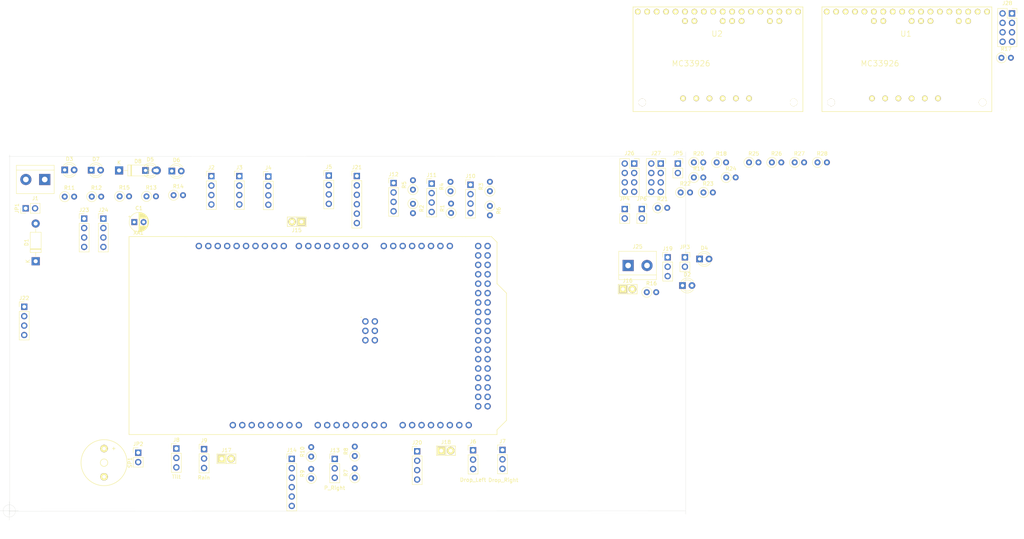
<source format=kicad_pcb>
(kicad_pcb (version 20171130) (host pcbnew "(5.1.9)-1")

  (general
    (thickness 1.6)
    (drawings 7)
    (tracks 0)
    (zones 0)
    (modules 75)
    (nets 132)
  )

  (page A4)
  (layers
    (0 F.Cu signal)
    (31 B.Cu signal)
    (32 B.Adhes user)
    (33 F.Adhes user)
    (34 B.Paste user)
    (35 F.Paste user)
    (36 B.SilkS user)
    (37 F.SilkS user)
    (38 B.Mask user)
    (39 F.Mask user)
    (40 Dwgs.User user)
    (41 Cmts.User user)
    (42 Eco1.User user)
    (43 Eco2.User user)
    (44 Edge.Cuts user)
    (45 Margin user)
    (46 B.CrtYd user)
    (47 F.CrtYd user)
    (48 B.Fab user)
    (49 F.Fab user)
  )

  (setup
    (last_trace_width 0.25)
    (trace_clearance 0.2)
    (zone_clearance 0.508)
    (zone_45_only no)
    (trace_min 0.2)
    (via_size 0.8)
    (via_drill 0.4)
    (via_min_size 0.4)
    (via_min_drill 0.3)
    (uvia_size 0.3)
    (uvia_drill 0.1)
    (uvias_allowed no)
    (uvia_min_size 0.2)
    (uvia_min_drill 0.1)
    (edge_width 0.05)
    (segment_width 0.2)
    (pcb_text_width 0.3)
    (pcb_text_size 1.5 1.5)
    (mod_edge_width 0.12)
    (mod_text_size 1 1)
    (mod_text_width 0.15)
    (pad_size 3.2 3.2)
    (pad_drill 3.2)
    (pad_to_mask_clearance 0)
    (aux_axis_origin 0 0)
    (visible_elements 7FFFFFFF)
    (pcbplotparams
      (layerselection 0x010fc_ffffffff)
      (usegerberextensions false)
      (usegerberattributes true)
      (usegerberadvancedattributes true)
      (creategerberjobfile true)
      (excludeedgelayer true)
      (linewidth 0.100000)
      (plotframeref false)
      (viasonmask false)
      (mode 1)
      (useauxorigin false)
      (hpglpennumber 1)
      (hpglpenspeed 20)
      (hpglpendiameter 15.000000)
      (psnegative false)
      (psa4output false)
      (plotreference true)
      (plotvalue true)
      (plotinvisibletext false)
      (padsonsilk false)
      (subtractmaskfromsilk false)
      (outputformat 1)
      (mirror false)
      (drillshape 1)
      (scaleselection 1)
      (outputdirectory ""))
  )

  (net 0 "")
  (net 1 SCL1)
  (net 2 SDA1)
  (net 3 GND)
  (net 4 +9V)
  (net 5 "Net-(XA1-PadMISO)")
  (net 6 "Net-(XA1-PadD49)")
  (net 7 "Net-(XA1-Pad5V4)")
  (net 8 "Net-(XA1-Pad5V3)")
  (net 9 "Net-(XA1-PadA10)")
  (net 10 "Net-(XA1-PadD9)")
  (net 11 "Net-(XA1-PadD8)")
  (net 12 "Net-(XA1-Pad5V2)")
  (net 13 "Net-(XA1-PadSCK)")
  (net 14 "Net-(XA1-PadMOSI)")
  (net 15 "Net-(XA1-PadGND4)")
  (net 16 "Net-(XA1-PadRST2)")
  (net 17 pinMotorRightSense)
  (net 18 pinMotorRightFault)
  (net 19 IOREV)
  (net 20 pinMotorRightPWM)
  (net 21 pinMotorEnable)
  (net 22 "Net-(U1-Pad1)")
  (net 23 "Net-(U2-Pad24)")
  (net 24 "Net-(U2-Pad23)")
  (net 25 "Net-(U2-Pad20)")
  (net 26 "Net-(U2-Pad19)")
  (net 27 "Net-(U2-Pad12)")
  (net 28 "Net-(U2-Pad11)")
  (net 29 "Net-(U2-Pad1)")
  (net 30 pinMotorRightDir)
  (net 31 pinMotorLeftSense)
  (net 32 pinMotorLeftFault)
  (net 33 pinMotorLeftPWM)
  (net 34 pinMotorLeftDir)
  (net 35 pinMotorMowSense)
  (net 36 pinMotorMowFault)
  (net 37 pinMotorMowPWM)
  (net 38 pinMotorMowDir)
  (net 39 pinMotorMowEnable)
  (net 40 pinOdometryRight2)
  (net 41 pinOdometryRight)
  (net 42 pinOdometryLeft2)
  (net 43 pinOdometryLeft)
  (net 44 +24V)
  (net 45 pinDropLeft)
  (net 46 pinBumperLeft)
  (net 47 pinBumperRight)
  (net 48 pinDropRight)
  (net 49 pinBuzzer)
  (net 50 pinRemoteSwitch)
  (net 51 pinButton)
  (net 52 pinChargeRelay)
  (net 53 pinUserSwitch3)
  (net 54 pinUserSwitch2)
  (net 55 pinUserSwitch1)
  (net 56 pinRain)
  (net 57 pinLawnBackSend)
  (net 58 pinLawnBackRecv)
  (net 59 pinLawnFrontSend)
  (net 60 pinLawnFrontRecv)
  (net 61 pinSonarLeftEcho)
  (net 62 pinTilt)
  (net 63 pinSonarLeftTrigger)
  (net 64 pinSonarRightEcho)
  (net 65 pinSonarRightTrigger)
  (net 66 pinSonarCenterTrigger)
  (net 67 pinSonarCenterEcho)
  (net 68 pinChargeVoltage)
  (net 69 pinChargeCurrent)
  (net 70 pinVoltageMeasurement)
  (net 71 pinPerimeterCenter)
  (net 72 pinPerimeterLeft)
  (net 73 pinPerimeterRight)
  (net 74 pinBatteryVoltage)
  (net 75 pinRemoteSteer)
  (net 76 pinRemoteMow)
  (net 77 pinLED)
  (net 78 pinRemoteSpeed)
  (net 79 pinRedLED)
  (net 80 pinGreenLED)
  (net 81 pinBatterySwitch)
  (net 82 SCL0)
  (net 83 SDA0)
  (net 84 "Net-(C1-Pad2)")
  (net 85 TX0)
  (net 86 RX0)
  (net 87 GPS_RX)
  (net 88 GPS_TX)
  (net 89 TX2)
  (net 90 RX2)
  (net 91 TX1)
  (net 92 RX1)
  (net 93 +5V)
  (net 94 pinMotorMowRpm)
  (net 95 Reset)
  (net 96 +3V3)
  (net 97 "Net-(D6-Pad2)")
  (net 98 "Net-(D1-Pad2)")
  (net 99 "Net-(D7-Pad2)")
  (net 100 "Net-(D2-Pad2)")
  (net 101 "Net-(D8-Pad2)")
  (net 102 "Net-(J1-Pad2)")
  (net 103 "Net-(U1-Pad12)")
  (net 104 "Net-(U1-Pad11)")
  (net 105 "Net-(J12-Pad3)")
  (net 106 "Net-(J13-Pad3)")
  (net 107 "Net-(J10-Pad3)")
  (net 108 "Net-(J11-Pad3)")
  (net 109 "Net-(J14-Pad2)")
  (net 110 "Net-(D3-Pad2)")
  (net 111 "Net-(D4-Pad2)")
  (net 112 "Net-(D5-Pad2)")
  (net 113 "Net-(U1-Pad24)")
  (net 114 "Net-(U1-Pad23)")
  (net 115 "Net-(U1-Pad20)")
  (net 116 "Net-(U1-Pad19)")
  (net 117 "Net-(JP2-Pad2)")
  (net 118 "Net-(J25-Pad2)")
  (net 119 MotorMowBreak)
  (net 120 MotorBreak)
  (net 121 "Net-(J26-Pad1)")
  (net 122 "Net-(J14-Pad1)")
  (net 123 "Net-(J19-Pad3)")
  (net 124 "Net-(J26-Pad7)")
  (net 125 "Net-(J26-Pad6)")
  (net 126 "Net-(J27-Pad7)")
  (net 127 "Net-(J27-Pad6)")
  (net 128 "Net-(J27-Pad1)")
  (net 129 "Net-(J28-Pad7)")
  (net 130 "Net-(J28-Pad6)")
  (net 131 "Net-(J28-Pad1)")

  (net_class Default "This is the default net class."
    (clearance 0.2)
    (trace_width 0.25)
    (via_dia 0.8)
    (via_drill 0.4)
    (uvia_dia 0.3)
    (uvia_drill 0.1)
    (add_net +24V)
    (add_net +3V3)
    (add_net +5V)
    (add_net +9V)
    (add_net GND)
    (add_net GPS_RX)
    (add_net GPS_TX)
    (add_net IOREV)
    (add_net MotorBreak)
    (add_net MotorMowBreak)
    (add_net "Net-(C1-Pad2)")
    (add_net "Net-(D1-Pad2)")
    (add_net "Net-(D2-Pad2)")
    (add_net "Net-(D3-Pad2)")
    (add_net "Net-(D4-Pad2)")
    (add_net "Net-(D5-Pad2)")
    (add_net "Net-(D6-Pad2)")
    (add_net "Net-(D7-Pad2)")
    (add_net "Net-(D8-Pad2)")
    (add_net "Net-(J1-Pad2)")
    (add_net "Net-(J10-Pad3)")
    (add_net "Net-(J11-Pad3)")
    (add_net "Net-(J12-Pad3)")
    (add_net "Net-(J13-Pad3)")
    (add_net "Net-(J14-Pad1)")
    (add_net "Net-(J14-Pad2)")
    (add_net "Net-(J19-Pad3)")
    (add_net "Net-(J25-Pad2)")
    (add_net "Net-(J26-Pad1)")
    (add_net "Net-(J26-Pad6)")
    (add_net "Net-(J26-Pad7)")
    (add_net "Net-(J27-Pad1)")
    (add_net "Net-(J27-Pad6)")
    (add_net "Net-(J27-Pad7)")
    (add_net "Net-(J28-Pad1)")
    (add_net "Net-(J28-Pad6)")
    (add_net "Net-(J28-Pad7)")
    (add_net "Net-(JP2-Pad2)")
    (add_net "Net-(U1-Pad1)")
    (add_net "Net-(U1-Pad11)")
    (add_net "Net-(U1-Pad12)")
    (add_net "Net-(U1-Pad19)")
    (add_net "Net-(U1-Pad20)")
    (add_net "Net-(U1-Pad23)")
    (add_net "Net-(U1-Pad24)")
    (add_net "Net-(U2-Pad1)")
    (add_net "Net-(U2-Pad11)")
    (add_net "Net-(U2-Pad12)")
    (add_net "Net-(U2-Pad19)")
    (add_net "Net-(U2-Pad20)")
    (add_net "Net-(U2-Pad23)")
    (add_net "Net-(U2-Pad24)")
    (add_net "Net-(XA1-Pad5V2)")
    (add_net "Net-(XA1-Pad5V3)")
    (add_net "Net-(XA1-Pad5V4)")
    (add_net "Net-(XA1-PadA10)")
    (add_net "Net-(XA1-PadD49)")
    (add_net "Net-(XA1-PadD8)")
    (add_net "Net-(XA1-PadD9)")
    (add_net "Net-(XA1-PadGND4)")
    (add_net "Net-(XA1-PadMISO)")
    (add_net "Net-(XA1-PadMOSI)")
    (add_net "Net-(XA1-PadRST2)")
    (add_net "Net-(XA1-PadSCK)")
    (add_net RX0)
    (add_net RX1)
    (add_net RX2)
    (add_net Reset)
    (add_net SCL0)
    (add_net SCL1)
    (add_net SDA0)
    (add_net SDA1)
    (add_net TX0)
    (add_net TX1)
    (add_net TX2)
    (add_net pinBatterySwitch)
    (add_net pinBatteryVoltage)
    (add_net pinBumperLeft)
    (add_net pinBumperRight)
    (add_net pinButton)
    (add_net pinBuzzer)
    (add_net pinChargeCurrent)
    (add_net pinChargeRelay)
    (add_net pinChargeVoltage)
    (add_net pinDropLeft)
    (add_net pinDropRight)
    (add_net pinGreenLED)
    (add_net pinLED)
    (add_net pinLawnBackRecv)
    (add_net pinLawnBackSend)
    (add_net pinLawnFrontRecv)
    (add_net pinLawnFrontSend)
    (add_net pinMotorEnable)
    (add_net pinMotorLeftDir)
    (add_net pinMotorLeftFault)
    (add_net pinMotorLeftPWM)
    (add_net pinMotorLeftSense)
    (add_net pinMotorMowDir)
    (add_net pinMotorMowEnable)
    (add_net pinMotorMowFault)
    (add_net pinMotorMowPWM)
    (add_net pinMotorMowRpm)
    (add_net pinMotorMowSense)
    (add_net pinMotorRightDir)
    (add_net pinMotorRightFault)
    (add_net pinMotorRightPWM)
    (add_net pinMotorRightSense)
    (add_net pinOdometryLeft)
    (add_net pinOdometryLeft2)
    (add_net pinOdometryRight)
    (add_net pinOdometryRight2)
    (add_net pinPerimeterCenter)
    (add_net pinPerimeterLeft)
    (add_net pinPerimeterRight)
    (add_net pinRain)
    (add_net pinRedLED)
    (add_net pinRemoteMow)
    (add_net pinRemoteSpeed)
    (add_net pinRemoteSteer)
    (add_net pinRemoteSwitch)
    (add_net pinSonarCenterEcho)
    (add_net pinSonarCenterTrigger)
    (add_net pinSonarLeftEcho)
    (add_net pinSonarLeftTrigger)
    (add_net pinSonarRightEcho)
    (add_net pinSonarRightTrigger)
    (add_net pinTilt)
    (add_net pinUserSwitch1)
    (add_net pinUserSwitch2)
    (add_net pinUserSwitch3)
    (add_net pinVoltageMeasurement)
  )

  (module Zimprich:MC_33926_31polig_mit_Bohrloch_neue_Masse (layer F.Cu) (tedit 586E57E9) (tstamp 607067AD)
    (at 204.624999 34.926)
    (path /609243F4/60958C90)
    (fp_text reference U2 (at 26.416 -31.877) (layer F.SilkS)
      (effects (font (size 1.5 1.5) (thickness 0.15)))
    )
    (fp_text value MC33926 (at 19.431 -23.876) (layer F.SilkS)
      (effects (font (size 1.5 1.5) (thickness 0.15)))
    )
    (fp_circle (center 17.78 -35.306) (end 17.907 -35.052) (layer F.SilkS) (width 0.15))
    (fp_circle (center 20.32 -35.306) (end 20.447 -35.052) (layer F.SilkS) (width 0.15))
    (fp_circle (center 27.94 -35.306) (end 28.067 -35.052) (layer F.SilkS) (width 0.15))
    (fp_circle (center 30.48 -35.306) (end 30.607 -35.052) (layer F.SilkS) (width 0.15))
    (fp_circle (center 33.02 -35.306) (end 33.147 -35.052) (layer F.SilkS) (width 0.15))
    (fp_circle (center 40.64 -35.306) (end 40.767 -35.052) (layer F.SilkS) (width 0.15))
    (fp_circle (center 43.18 -35.306) (end 43.434 -35.179) (layer F.SilkS) (width 0.15))
    (fp_circle (center 6.2865 -13.3985) (end 7.0485 -13.9065) (layer F.SilkS) (width 0.15))
    (fp_circle (center 47.0535 -13.3985) (end 47.8155 -13.9065) (layer F.SilkS) (width 0.15))
    (fp_circle (center 47.0535 -13.3985) (end 47.8155 -13.9065) (layer F.SilkS) (width 0.15))
    (fp_circle (center 47.0535 -13.3985) (end 47.8155 -13.9065) (layer F.SilkS) (width 0.15))
    (fp_circle (center 47.0535 -13.3985) (end 47.8155 -13.9065) (layer F.SilkS) (width 0.15))
    (fp_line (start 3.81 -10.922) (end 3.81 -39.116) (layer F.SilkS) (width 0.15))
    (fp_line (start 3.81 -39.116) (end 49.53 -39.116) (layer F.SilkS) (width 0.15))
    (fp_line (start 49.53 -39.116) (end 49.53 -10.922) (layer F.SilkS) (width 0.15))
    (fp_line (start 49.53 -10.922) (end 3.81 -10.922) (layer F.SilkS) (width 0.15))
    (pad ~ thru_hole circle (at 47.0535 -13.3985) (size 2 2) (drill 2) (layers *.Cu *.Mask F.SilkS))
    (pad ~ thru_hole circle (at 6.2865 -13.3985) (size 2 2) (drill 2) (layers *.Cu *.Mask F.SilkS))
    (pad 31 thru_hole circle (at 43.18 -35.306) (size 1.524 1.524) (drill 0.762) (layers *.Cu *.Mask F.SilkS))
    (pad 30 thru_hole circle (at 40.64 -35.306) (size 1.524 1.524) (drill 0.762) (layers *.Cu *.Mask F.SilkS))
    (pad 29 thru_hole circle (at 33.02 -35.306) (size 1.524 1.524) (drill 0.762) (layers *.Cu *.Mask F.SilkS))
    (pad 28 thru_hole circle (at 30.48 -35.306) (size 1.524 1.524) (drill 0.762) (layers *.Cu *.Mask F.SilkS))
    (pad 27 thru_hole circle (at 27.94 -35.306) (size 1.524 1.524) (drill 0.762) (layers *.Cu *.Mask F.SilkS))
    (pad 26 thru_hole circle (at 20.32 -35.306) (size 1.524 1.524) (drill 0.762) (layers *.Cu *.Mask F.SilkS))
    (pad 25 thru_hole circle (at 17.78 -35.306) (size 1.524 1.524) (drill 0.762) (layers *.Cu *.Mask F.SilkS))
    (pad 24 thru_hole circle (at 35.052 -14.478) (size 1.524 1.524) (drill 0.762) (layers *.Cu *.Mask F.SilkS)
      (net 23 "Net-(U2-Pad24)"))
    (pad 23 thru_hole circle (at 31.496 -14.478) (size 1.524 1.524) (drill 0.762) (layers *.Cu *.Mask F.SilkS)
      (net 24 "Net-(U2-Pad23)"))
    (pad 22 thru_hole circle (at 27.94 -14.478) (size 1.524 1.524) (drill 0.762) (layers *.Cu *.Mask F.SilkS)
      (net 44 +24V))
    (pad 21 thru_hole circle (at 24.384 -14.478) (size 1.524 1.524) (drill 0.762) (layers *.Cu *.Mask F.SilkS)
      (net 3 GND))
    (pad 20 thru_hole circle (at 20.828 -14.478) (size 1.524 1.524) (drill 0.762) (layers *.Cu *.Mask F.SilkS)
      (net 25 "Net-(U2-Pad20)"))
    (pad 19 thru_hole circle (at 17.272 -14.478) (size 1.524 1.524) (drill 0.762) (layers *.Cu *.Mask F.SilkS)
      (net 26 "Net-(U2-Pad19)"))
    (pad 18 thru_hole circle (at 48.26 -37.846) (size 1.524 1.524) (drill 0.762) (layers *.Cu *.Mask F.SilkS)
      (net 17 pinMotorRightSense))
    (pad 17 thru_hole circle (at 45.72 -37.846) (size 1.524 1.524) (drill 0.762) (layers *.Cu *.Mask F.SilkS)
      (net 18 pinMotorRightFault))
    (pad 16 thru_hole circle (at 43.18 -37.846) (size 1.524 1.524) (drill 0.762) (layers *.Cu *.Mask F.SilkS)
      (net 3 GND))
    (pad 15 thru_hole circle (at 40.64 -37.846) (size 1.524 1.524) (drill 0.762) (layers *.Cu *.Mask F.SilkS)
      (net 19 IOREV))
    (pad 14 thru_hole circle (at 38.1 -37.846) (size 1.524 1.524) (drill 0.762) (layers *.Cu *.Mask F.SilkS)
      (net 20 pinMotorRightPWM))
    (pad 13 thru_hole circle (at 35.56 -37.846) (size 1.524 1.524) (drill 0.762) (layers *.Cu *.Mask F.SilkS)
      (net 30 pinMotorRightDir))
    (pad 12 thru_hole circle (at 33.02 -37.846) (size 1.524 1.524) (drill 0.762) (layers *.Cu *.Mask F.SilkS)
      (net 27 "Net-(U2-Pad12)"))
    (pad 11 thru_hole circle (at 30.48 -37.846) (size 1.524 1.524) (drill 0.762) (layers *.Cu *.Mask F.SilkS)
      (net 28 "Net-(U2-Pad11)"))
    (pad 10 thru_hole circle (at 27.94 -37.846) (size 1.524 1.524) (drill 0.762) (layers *.Cu *.Mask F.SilkS)
      (net 21 pinMotorEnable))
    (pad 9 thru_hole circle (at 25.4 -37.846) (size 1.524 1.524) (drill 0.762) (layers *.Cu *.Mask F.SilkS)
      (net 31 pinMotorLeftSense))
    (pad 8 thru_hole circle (at 22.86 -37.846) (size 1.524 1.524) (drill 0.762) (layers *.Cu *.Mask F.SilkS)
      (net 32 pinMotorLeftFault))
    (pad 7 thru_hole circle (at 20.32 -37.846) (size 1.524 1.524) (drill 0.762) (layers *.Cu *.Mask F.SilkS)
      (net 3 GND))
    (pad 6 thru_hole circle (at 17.78 -37.846) (size 1.524 1.524) (drill 0.762) (layers *.Cu *.Mask F.SilkS)
      (net 19 IOREV))
    (pad 5 thru_hole circle (at 15.24 -37.846) (size 1.524 1.524) (drill 0.762) (layers *.Cu *.Mask F.SilkS)
      (net 33 pinMotorLeftPWM))
    (pad 4 thru_hole circle (at 12.7 -37.846) (size 1.524 1.524) (drill 0.762) (layers *.Cu *.Mask F.SilkS)
      (net 34 pinMotorLeftDir))
    (pad 3 thru_hole circle (at 10.16 -37.846) (size 1.524 1.524) (drill 0.762) (layers *.Cu *.Mask F.SilkS)
      (net 19 IOREV))
    (pad 2 thru_hole circle (at 7.62 -37.846) (size 1.524 1.524) (drill 0.762) (layers *.Cu *.Mask F.SilkS)
      (net 3 GND))
    (pad 1 thru_hole circle (at 5.08 -37.846) (size 1.524 1.524) (drill 0.762) (layers *.Cu *.Mask F.SilkS)
      (net 29 "Net-(U2-Pad1)"))
    (model ${KISYS3DMOD}/Socket_Strips.3dshapes/Socket_Strip_Straight_1x18.wrl
      (offset (xyz 26.66999959945679 37.84599943161011 0))
      (scale (xyz 1 1 1))
      (rotate (xyz 0 0 0))
    )
    (model ${KISYS3DMOD}/Socket_Strips.3dshapes/Socket_Strip_Straight_1x02.wrl
      (offset (xyz 19.04999971389771 35.30599946975708 0))
      (scale (xyz 1 1 1))
      (rotate (xyz 0 0 0))
    )
    (model ${KISYS3DMOD}/Socket_Strips.3dshapes/Socket_Strip_Straight_1x03.wrl
      (offset (xyz 30.47999954223633 35.30599946975708 0))
      (scale (xyz 1 1 1))
      (rotate (xyz 0 0 0))
    )
    (model ${KISYS3DMOD}/Socket_Strips.3dshapes/Socket_Strip_Straight_1x02.wrl
      (offset (xyz 41.90999937057495 35.30599946975708 0))
      (scale (xyz 1 1 1))
      (rotate (xyz 0 0 0))
    )
    (model ${KISYS3DMOD}/Socket_Strips.3dshapes/Socket_Strip_Straight_1x01.wrl
      (offset (xyz 17.27199974060059 14.47799978256226 0))
      (scale (xyz 1 1 1))
      (rotate (xyz 0 0 0))
    )
    (model ${KISYS3DMOD}/Socket_Strips.3dshapes/Socket_Strip_Straight_1x01.wrl
      (offset (xyz 20.82799968719482 14.47799978256226 0))
      (scale (xyz 1 1 1))
      (rotate (xyz 0 0 0))
    )
    (model ${KISYS3DMOD}/Socket_Strips.3dshapes/Socket_Strip_Straight_1x01.wrl
      (offset (xyz 24.38399963378906 14.47799978256226 0))
      (scale (xyz 1 1 1))
      (rotate (xyz 0 0 0))
    )
    (model ${KISYS3DMOD}/Socket_Strips.3dshapes/Socket_Strip_Straight_1x01.wrl
      (offset (xyz 27.9399995803833 14.47799978256226 0))
      (scale (xyz 1 1 1))
      (rotate (xyz 0 0 0))
    )
    (model ${KISYS3DMOD}/Socket_Strips.3dshapes/Socket_Strip_Straight_1x01.wrl
      (offset (xyz 31.49599952697754 14.47799978256226 0))
      (scale (xyz 1 1 1))
      (rotate (xyz 0 0 0))
    )
    (model ${KISYS3DMOD}/Socket_Strips.3dshapes/Socket_Strip_Straight_1x01.wrl
      (offset (xyz 35.05199947357178 14.47799978256226 0))
      (scale (xyz 1 1 1))
      (rotate (xyz 0 0 0))
    )
    (model ${KISYS3DMOD}/Zimprich.3dshapes/mc33926.wrl
      (offset (xyz 31.59999952541563 24.99999962453767 10.39999984380767))
      (scale (xyz 0.3937 0.3937 0.3937))
      (rotate (xyz 0 0 0))
    )
  )

  (module Zimprich:MC_33926_31polig_mit_Bohrloch_neue_Masse (layer F.Cu) (tedit 586E57E9) (tstamp 60706778)
    (at 255.474999 34.926)
    (path /609243F4/60958C96)
    (fp_text reference U1 (at 26.416 -31.877) (layer F.SilkS)
      (effects (font (size 1.5 1.5) (thickness 0.15)))
    )
    (fp_text value MC33926 (at 19.431 -23.876) (layer F.SilkS)
      (effects (font (size 1.5 1.5) (thickness 0.15)))
    )
    (fp_circle (center 17.78 -35.306) (end 17.907 -35.052) (layer F.SilkS) (width 0.15))
    (fp_circle (center 20.32 -35.306) (end 20.447 -35.052) (layer F.SilkS) (width 0.15))
    (fp_circle (center 27.94 -35.306) (end 28.067 -35.052) (layer F.SilkS) (width 0.15))
    (fp_circle (center 30.48 -35.306) (end 30.607 -35.052) (layer F.SilkS) (width 0.15))
    (fp_circle (center 33.02 -35.306) (end 33.147 -35.052) (layer F.SilkS) (width 0.15))
    (fp_circle (center 40.64 -35.306) (end 40.767 -35.052) (layer F.SilkS) (width 0.15))
    (fp_circle (center 43.18 -35.306) (end 43.434 -35.179) (layer F.SilkS) (width 0.15))
    (fp_circle (center 6.2865 -13.3985) (end 7.0485 -13.9065) (layer F.SilkS) (width 0.15))
    (fp_circle (center 47.0535 -13.3985) (end 47.8155 -13.9065) (layer F.SilkS) (width 0.15))
    (fp_circle (center 47.0535 -13.3985) (end 47.8155 -13.9065) (layer F.SilkS) (width 0.15))
    (fp_circle (center 47.0535 -13.3985) (end 47.8155 -13.9065) (layer F.SilkS) (width 0.15))
    (fp_circle (center 47.0535 -13.3985) (end 47.8155 -13.9065) (layer F.SilkS) (width 0.15))
    (fp_line (start 3.81 -10.922) (end 3.81 -39.116) (layer F.SilkS) (width 0.15))
    (fp_line (start 3.81 -39.116) (end 49.53 -39.116) (layer F.SilkS) (width 0.15))
    (fp_line (start 49.53 -39.116) (end 49.53 -10.922) (layer F.SilkS) (width 0.15))
    (fp_line (start 49.53 -10.922) (end 3.81 -10.922) (layer F.SilkS) (width 0.15))
    (pad ~ thru_hole circle (at 47.0535 -13.3985) (size 2 2) (drill 2) (layers *.Cu *.Mask F.SilkS))
    (pad ~ thru_hole circle (at 6.2865 -13.3985) (size 2 2) (drill 2) (layers *.Cu *.Mask F.SilkS))
    (pad 31 thru_hole circle (at 43.18 -35.306) (size 1.524 1.524) (drill 0.762) (layers *.Cu *.Mask F.SilkS))
    (pad 30 thru_hole circle (at 40.64 -35.306) (size 1.524 1.524) (drill 0.762) (layers *.Cu *.Mask F.SilkS))
    (pad 29 thru_hole circle (at 33.02 -35.306) (size 1.524 1.524) (drill 0.762) (layers *.Cu *.Mask F.SilkS))
    (pad 28 thru_hole circle (at 30.48 -35.306) (size 1.524 1.524) (drill 0.762) (layers *.Cu *.Mask F.SilkS))
    (pad 27 thru_hole circle (at 27.94 -35.306) (size 1.524 1.524) (drill 0.762) (layers *.Cu *.Mask F.SilkS))
    (pad 26 thru_hole circle (at 20.32 -35.306) (size 1.524 1.524) (drill 0.762) (layers *.Cu *.Mask F.SilkS))
    (pad 25 thru_hole circle (at 17.78 -35.306) (size 1.524 1.524) (drill 0.762) (layers *.Cu *.Mask F.SilkS))
    (pad 24 thru_hole circle (at 35.052 -14.478) (size 1.524 1.524) (drill 0.762) (layers *.Cu *.Mask F.SilkS)
      (net 113 "Net-(U1-Pad24)"))
    (pad 23 thru_hole circle (at 31.496 -14.478) (size 1.524 1.524) (drill 0.762) (layers *.Cu *.Mask F.SilkS)
      (net 114 "Net-(U1-Pad23)"))
    (pad 22 thru_hole circle (at 27.94 -14.478) (size 1.524 1.524) (drill 0.762) (layers *.Cu *.Mask F.SilkS)
      (net 44 +24V))
    (pad 21 thru_hole circle (at 24.384 -14.478) (size 1.524 1.524) (drill 0.762) (layers *.Cu *.Mask F.SilkS)
      (net 3 GND))
    (pad 20 thru_hole circle (at 20.828 -14.478) (size 1.524 1.524) (drill 0.762) (layers *.Cu *.Mask F.SilkS)
      (net 115 "Net-(U1-Pad20)"))
    (pad 19 thru_hole circle (at 17.272 -14.478) (size 1.524 1.524) (drill 0.762) (layers *.Cu *.Mask F.SilkS)
      (net 116 "Net-(U1-Pad19)"))
    (pad 18 thru_hole circle (at 48.26 -37.846) (size 1.524 1.524) (drill 0.762) (layers *.Cu *.Mask F.SilkS)
      (net 35 pinMotorMowSense))
    (pad 17 thru_hole circle (at 45.72 -37.846) (size 1.524 1.524) (drill 0.762) (layers *.Cu *.Mask F.SilkS)
      (net 36 pinMotorMowFault))
    (pad 16 thru_hole circle (at 43.18 -37.846) (size 1.524 1.524) (drill 0.762) (layers *.Cu *.Mask F.SilkS)
      (net 3 GND))
    (pad 15 thru_hole circle (at 40.64 -37.846) (size 1.524 1.524) (drill 0.762) (layers *.Cu *.Mask F.SilkS)
      (net 19 IOREV))
    (pad 14 thru_hole circle (at 38.1 -37.846) (size 1.524 1.524) (drill 0.762) (layers *.Cu *.Mask F.SilkS)
      (net 37 pinMotorMowPWM))
    (pad 13 thru_hole circle (at 35.56 -37.846) (size 1.524 1.524) (drill 0.762) (layers *.Cu *.Mask F.SilkS)
      (net 38 pinMotorMowDir))
    (pad 12 thru_hole circle (at 33.02 -37.846) (size 1.524 1.524) (drill 0.762) (layers *.Cu *.Mask F.SilkS)
      (net 103 "Net-(U1-Pad12)"))
    (pad 11 thru_hole circle (at 30.48 -37.846) (size 1.524 1.524) (drill 0.762) (layers *.Cu *.Mask F.SilkS)
      (net 104 "Net-(U1-Pad11)"))
    (pad 10 thru_hole circle (at 27.94 -37.846) (size 1.524 1.524) (drill 0.762) (layers *.Cu *.Mask F.SilkS)
      (net 39 pinMotorMowEnable))
    (pad 9 thru_hole circle (at 25.4 -37.846) (size 1.524 1.524) (drill 0.762) (layers *.Cu *.Mask F.SilkS)
      (net 19 IOREV))
    (pad 8 thru_hole circle (at 22.86 -37.846) (size 1.524 1.524) (drill 0.762) (layers *.Cu *.Mask F.SilkS)
      (net 36 pinMotorMowFault))
    (pad 7 thru_hole circle (at 20.32 -37.846) (size 1.524 1.524) (drill 0.762) (layers *.Cu *.Mask F.SilkS)
      (net 3 GND))
    (pad 6 thru_hole circle (at 17.78 -37.846) (size 1.524 1.524) (drill 0.762) (layers *.Cu *.Mask F.SilkS)
      (net 19 IOREV))
    (pad 5 thru_hole circle (at 15.24 -37.846) (size 1.524 1.524) (drill 0.762) (layers *.Cu *.Mask F.SilkS)
      (net 37 pinMotorMowPWM))
    (pad 4 thru_hole circle (at 12.7 -37.846) (size 1.524 1.524) (drill 0.762) (layers *.Cu *.Mask F.SilkS)
      (net 38 pinMotorMowDir))
    (pad 3 thru_hole circle (at 10.16 -37.846) (size 1.524 1.524) (drill 0.762) (layers *.Cu *.Mask F.SilkS)
      (net 19 IOREV))
    (pad 2 thru_hole circle (at 7.62 -37.846) (size 1.524 1.524) (drill 0.762) (layers *.Cu *.Mask F.SilkS)
      (net 3 GND))
    (pad 1 thru_hole circle (at 5.08 -37.846) (size 1.524 1.524) (drill 0.762) (layers *.Cu *.Mask F.SilkS)
      (net 22 "Net-(U1-Pad1)"))
    (model ${KISYS3DMOD}/Socket_Strips.3dshapes/Socket_Strip_Straight_1x18.wrl
      (offset (xyz 26.66999959945679 37.84599943161011 0))
      (scale (xyz 1 1 1))
      (rotate (xyz 0 0 0))
    )
    (model ${KISYS3DMOD}/Socket_Strips.3dshapes/Socket_Strip_Straight_1x02.wrl
      (offset (xyz 19.04999971389771 35.30599946975708 0))
      (scale (xyz 1 1 1))
      (rotate (xyz 0 0 0))
    )
    (model ${KISYS3DMOD}/Socket_Strips.3dshapes/Socket_Strip_Straight_1x03.wrl
      (offset (xyz 30.47999954223633 35.30599946975708 0))
      (scale (xyz 1 1 1))
      (rotate (xyz 0 0 0))
    )
    (model ${KISYS3DMOD}/Socket_Strips.3dshapes/Socket_Strip_Straight_1x02.wrl
      (offset (xyz 41.90999937057495 35.30599946975708 0))
      (scale (xyz 1 1 1))
      (rotate (xyz 0 0 0))
    )
    (model ${KISYS3DMOD}/Socket_Strips.3dshapes/Socket_Strip_Straight_1x01.wrl
      (offset (xyz 17.27199974060059 14.47799978256226 0))
      (scale (xyz 1 1 1))
      (rotate (xyz 0 0 0))
    )
    (model ${KISYS3DMOD}/Socket_Strips.3dshapes/Socket_Strip_Straight_1x01.wrl
      (offset (xyz 20.82799968719482 14.47799978256226 0))
      (scale (xyz 1 1 1))
      (rotate (xyz 0 0 0))
    )
    (model ${KISYS3DMOD}/Socket_Strips.3dshapes/Socket_Strip_Straight_1x01.wrl
      (offset (xyz 24.38399963378906 14.47799978256226 0))
      (scale (xyz 1 1 1))
      (rotate (xyz 0 0 0))
    )
    (model ${KISYS3DMOD}/Socket_Strips.3dshapes/Socket_Strip_Straight_1x01.wrl
      (offset (xyz 27.9399995803833 14.47799978256226 0))
      (scale (xyz 1 1 1))
      (rotate (xyz 0 0 0))
    )
    (model ${KISYS3DMOD}/Socket_Strips.3dshapes/Socket_Strip_Straight_1x01.wrl
      (offset (xyz 31.49599952697754 14.47799978256226 0))
      (scale (xyz 1 1 1))
      (rotate (xyz 0 0 0))
    )
    (model ${KISYS3DMOD}/Socket_Strips.3dshapes/Socket_Strip_Straight_1x01.wrl
      (offset (xyz 35.05199947357178 14.47799978256226 0))
      (scale (xyz 1 1 1))
      (rotate (xyz 0 0 0))
    )
    (model ${KISYS3DMOD}/Zimprich.3dshapes/mc33926.wrl
      (offset (xyz 31.59999952541563 24.99999962453767 10.39999984380767))
      (scale (xyz 0.3937 0.3937 0.3937))
      (rotate (xyz 0 0 0))
    )
  )

  (module Resistor_THT:R_Axial_DIN0207_L6.3mm_D2.5mm_P2.54mm_Vertical (layer F.Cu) (tedit 5AE5139B) (tstamp 60706733)
    (at 258.08 37.7)
    (descr "Resistor, Axial_DIN0207 series, Axial, Vertical, pin pitch=2.54mm, 0.25W = 1/4W, length*diameter=6.3*2.5mm^2, http://cdn-reichelt.de/documents/datenblatt/B400/1_4W%23YAG.pdf")
    (tags "Resistor Axial_DIN0207 series Axial Vertical pin pitch 2.54mm 0.25W = 1/4W length 6.3mm diameter 2.5mm")
    (path /609243F4/609503D3)
    (fp_text reference R28 (at 1.27 -2.37) (layer F.SilkS)
      (effects (font (size 1 1) (thickness 0.15)))
    )
    (fp_text value 1KO (at 1.27 2.37) (layer F.Fab)
      (effects (font (size 1 1) (thickness 0.15)))
    )
    (fp_text user %R (at 1.27 -2.37) (layer F.Fab)
      (effects (font (size 1 1) (thickness 0.15)))
    )
    (fp_circle (center 0 0) (end 1.25 0) (layer F.Fab) (width 0.1))
    (fp_circle (center 0 0) (end 1.37 0) (layer F.SilkS) (width 0.12))
    (fp_line (start 0 0) (end 2.54 0) (layer F.Fab) (width 0.1))
    (fp_line (start 1.37 0) (end 1.44 0) (layer F.SilkS) (width 0.12))
    (fp_line (start -1.5 -1.5) (end -1.5 1.5) (layer F.CrtYd) (width 0.05))
    (fp_line (start -1.5 1.5) (end 3.59 1.5) (layer F.CrtYd) (width 0.05))
    (fp_line (start 3.59 1.5) (end 3.59 -1.5) (layer F.CrtYd) (width 0.05))
    (fp_line (start 3.59 -1.5) (end -1.5 -1.5) (layer F.CrtYd) (width 0.05))
    (pad 2 thru_hole oval (at 2.54 0) (size 1.6 1.6) (drill 0.8) (layers *.Cu *.Mask)
      (net 18 pinMotorRightFault))
    (pad 1 thru_hole circle (at 0 0) (size 1.6 1.6) (drill 0.8) (layers *.Cu *.Mask)
      (net 129 "Net-(J28-Pad7)"))
    (model ${KISYS3DMOD}/Resistor_THT.3dshapes/R_Axial_DIN0207_L6.3mm_D2.5mm_P2.54mm_Vertical.wrl
      (at (xyz 0 0 0))
      (scale (xyz 1 1 1))
      (rotate (xyz 0 0 0))
    )
  )

  (module Resistor_THT:R_Axial_DIN0207_L6.3mm_D2.5mm_P2.54mm_Vertical (layer F.Cu) (tedit 5AE5139B) (tstamp 60706724)
    (at 251.94 37.7)
    (descr "Resistor, Axial_DIN0207 series, Axial, Vertical, pin pitch=2.54mm, 0.25W = 1/4W, length*diameter=6.3*2.5mm^2, http://cdn-reichelt.de/documents/datenblatt/B400/1_4W%23YAG.pdf")
    (tags "Resistor Axial_DIN0207 series Axial Vertical pin pitch 2.54mm 0.25W = 1/4W length 6.3mm diameter 2.5mm")
    (path /609243F4/609503CC)
    (fp_text reference R27 (at 1.27 -2.37) (layer F.SilkS)
      (effects (font (size 1 1) (thickness 0.15)))
    )
    (fp_text value 1.5KO (at 1.27 2.37) (layer F.Fab)
      (effects (font (size 1 1) (thickness 0.15)))
    )
    (fp_text user %R (at 1.27 -2.37) (layer F.Fab)
      (effects (font (size 1 1) (thickness 0.15)))
    )
    (fp_circle (center 0 0) (end 1.25 0) (layer F.Fab) (width 0.1))
    (fp_circle (center 0 0) (end 1.37 0) (layer F.SilkS) (width 0.12))
    (fp_line (start 0 0) (end 2.54 0) (layer F.Fab) (width 0.1))
    (fp_line (start 1.37 0) (end 1.44 0) (layer F.SilkS) (width 0.12))
    (fp_line (start -1.5 -1.5) (end -1.5 1.5) (layer F.CrtYd) (width 0.05))
    (fp_line (start -1.5 1.5) (end 3.59 1.5) (layer F.CrtYd) (width 0.05))
    (fp_line (start 3.59 1.5) (end 3.59 -1.5) (layer F.CrtYd) (width 0.05))
    (fp_line (start 3.59 -1.5) (end -1.5 -1.5) (layer F.CrtYd) (width 0.05))
    (pad 2 thru_hole oval (at 2.54 0) (size 1.6 1.6) (drill 0.8) (layers *.Cu *.Mask)
      (net 3 GND))
    (pad 1 thru_hole circle (at 0 0) (size 1.6 1.6) (drill 0.8) (layers *.Cu *.Mask)
      (net 129 "Net-(J28-Pad7)"))
    (model ${KISYS3DMOD}/Resistor_THT.3dshapes/R_Axial_DIN0207_L6.3mm_D2.5mm_P2.54mm_Vertical.wrl
      (at (xyz 0 0 0))
      (scale (xyz 1 1 1))
      (rotate (xyz 0 0 0))
    )
  )

  (module Resistor_THT:R_Axial_DIN0207_L6.3mm_D2.5mm_P2.54mm_Vertical (layer F.Cu) (tedit 5AE5139B) (tstamp 60706715)
    (at 245.8 37.7)
    (descr "Resistor, Axial_DIN0207 series, Axial, Vertical, pin pitch=2.54mm, 0.25W = 1/4W, length*diameter=6.3*2.5mm^2, http://cdn-reichelt.de/documents/datenblatt/B400/1_4W%23YAG.pdf")
    (tags "Resistor Axial_DIN0207 series Axial Vertical pin pitch 2.54mm 0.25W = 1/4W length 6.3mm diameter 2.5mm")
    (path /609243F4/6095043E)
    (fp_text reference R26 (at 1.27 -2.37) (layer F.SilkS)
      (effects (font (size 1 1) (thickness 0.15)))
    )
    (fp_text value 1KO (at 1.27 2.37) (layer F.Fab)
      (effects (font (size 1 1) (thickness 0.15)))
    )
    (fp_text user %R (at 1.27 -2.37) (layer F.Fab)
      (effects (font (size 1 1) (thickness 0.15)))
    )
    (fp_circle (center 0 0) (end 1.25 0) (layer F.Fab) (width 0.1))
    (fp_circle (center 0 0) (end 1.37 0) (layer F.SilkS) (width 0.12))
    (fp_line (start 0 0) (end 2.54 0) (layer F.Fab) (width 0.1))
    (fp_line (start 1.37 0) (end 1.44 0) (layer F.SilkS) (width 0.12))
    (fp_line (start -1.5 -1.5) (end -1.5 1.5) (layer F.CrtYd) (width 0.05))
    (fp_line (start -1.5 1.5) (end 3.59 1.5) (layer F.CrtYd) (width 0.05))
    (fp_line (start 3.59 1.5) (end 3.59 -1.5) (layer F.CrtYd) (width 0.05))
    (fp_line (start 3.59 -1.5) (end -1.5 -1.5) (layer F.CrtYd) (width 0.05))
    (pad 2 thru_hole oval (at 2.54 0) (size 1.6 1.6) (drill 0.8) (layers *.Cu *.Mask)
      (net 41 pinOdometryRight))
    (pad 1 thru_hole circle (at 0 0) (size 1.6 1.6) (drill 0.8) (layers *.Cu *.Mask)
      (net 130 "Net-(J28-Pad6)"))
    (model ${KISYS3DMOD}/Resistor_THT.3dshapes/R_Axial_DIN0207_L6.3mm_D2.5mm_P2.54mm_Vertical.wrl
      (at (xyz 0 0 0))
      (scale (xyz 1 1 1))
      (rotate (xyz 0 0 0))
    )
  )

  (module Resistor_THT:R_Axial_DIN0207_L6.3mm_D2.5mm_P2.54mm_Vertical (layer F.Cu) (tedit 5AE5139B) (tstamp 60706706)
    (at 239.66 37.7)
    (descr "Resistor, Axial_DIN0207 series, Axial, Vertical, pin pitch=2.54mm, 0.25W = 1/4W, length*diameter=6.3*2.5mm^2, http://cdn-reichelt.de/documents/datenblatt/B400/1_4W%23YAG.pdf")
    (tags "Resistor Axial_DIN0207 series Axial Vertical pin pitch 2.54mm 0.25W = 1/4W length 6.3mm diameter 2.5mm")
    (path /609243F4/60950437)
    (fp_text reference R25 (at 1.27 -2.37) (layer F.SilkS)
      (effects (font (size 1 1) (thickness 0.15)))
    )
    (fp_text value 1.5KO (at 1.27 2.37) (layer F.Fab)
      (effects (font (size 1 1) (thickness 0.15)))
    )
    (fp_text user %R (at 1.27 -2.37) (layer F.Fab)
      (effects (font (size 1 1) (thickness 0.15)))
    )
    (fp_circle (center 0 0) (end 1.25 0) (layer F.Fab) (width 0.1))
    (fp_circle (center 0 0) (end 1.37 0) (layer F.SilkS) (width 0.12))
    (fp_line (start 0 0) (end 2.54 0) (layer F.Fab) (width 0.1))
    (fp_line (start 1.37 0) (end 1.44 0) (layer F.SilkS) (width 0.12))
    (fp_line (start -1.5 -1.5) (end -1.5 1.5) (layer F.CrtYd) (width 0.05))
    (fp_line (start -1.5 1.5) (end 3.59 1.5) (layer F.CrtYd) (width 0.05))
    (fp_line (start 3.59 1.5) (end 3.59 -1.5) (layer F.CrtYd) (width 0.05))
    (fp_line (start 3.59 -1.5) (end -1.5 -1.5) (layer F.CrtYd) (width 0.05))
    (pad 2 thru_hole oval (at 2.54 0) (size 1.6 1.6) (drill 0.8) (layers *.Cu *.Mask)
      (net 3 GND))
    (pad 1 thru_hole circle (at 0 0) (size 1.6 1.6) (drill 0.8) (layers *.Cu *.Mask)
      (net 130 "Net-(J28-Pad6)"))
    (model ${KISYS3DMOD}/Resistor_THT.3dshapes/R_Axial_DIN0207_L6.3mm_D2.5mm_P2.54mm_Vertical.wrl
      (at (xyz 0 0 0))
      (scale (xyz 1 1 1))
      (rotate (xyz 0 0 0))
    )
  )

  (module Resistor_THT:R_Axial_DIN0207_L6.3mm_D2.5mm_P2.54mm_Vertical (layer F.Cu) (tedit 5AE5139B) (tstamp 607066F7)
    (at 233.52 41.75)
    (descr "Resistor, Axial_DIN0207 series, Axial, Vertical, pin pitch=2.54mm, 0.25W = 1/4W, length*diameter=6.3*2.5mm^2, http://cdn-reichelt.de/documents/datenblatt/B400/1_4W%23YAG.pdf")
    (tags "Resistor Axial_DIN0207 series Axial Vertical pin pitch 2.54mm 0.25W = 1/4W length 6.3mm diameter 2.5mm")
    (path /609243F4/609503EC)
    (fp_text reference R24 (at 1.27 -2.37) (layer F.SilkS)
      (effects (font (size 1 1) (thickness 0.15)))
    )
    (fp_text value 1KO (at 1.27 2.37) (layer F.Fab)
      (effects (font (size 1 1) (thickness 0.15)))
    )
    (fp_text user %R (at 1.27 -2.37) (layer F.Fab)
      (effects (font (size 1 1) (thickness 0.15)))
    )
    (fp_circle (center 0 0) (end 1.25 0) (layer F.Fab) (width 0.1))
    (fp_circle (center 0 0) (end 1.37 0) (layer F.SilkS) (width 0.12))
    (fp_line (start 0 0) (end 2.54 0) (layer F.Fab) (width 0.1))
    (fp_line (start 1.37 0) (end 1.44 0) (layer F.SilkS) (width 0.12))
    (fp_line (start -1.5 -1.5) (end -1.5 1.5) (layer F.CrtYd) (width 0.05))
    (fp_line (start -1.5 1.5) (end 3.59 1.5) (layer F.CrtYd) (width 0.05))
    (fp_line (start 3.59 1.5) (end 3.59 -1.5) (layer F.CrtYd) (width 0.05))
    (fp_line (start 3.59 -1.5) (end -1.5 -1.5) (layer F.CrtYd) (width 0.05))
    (pad 2 thru_hole oval (at 2.54 0) (size 1.6 1.6) (drill 0.8) (layers *.Cu *.Mask)
      (net 36 pinMotorMowFault))
    (pad 1 thru_hole circle (at 0 0) (size 1.6 1.6) (drill 0.8) (layers *.Cu *.Mask)
      (net 126 "Net-(J27-Pad7)"))
    (model ${KISYS3DMOD}/Resistor_THT.3dshapes/R_Axial_DIN0207_L6.3mm_D2.5mm_P2.54mm_Vertical.wrl
      (at (xyz 0 0 0))
      (scale (xyz 1 1 1))
      (rotate (xyz 0 0 0))
    )
  )

  (module Resistor_THT:R_Axial_DIN0207_L6.3mm_D2.5mm_P2.54mm_Vertical (layer F.Cu) (tedit 5AE5139B) (tstamp 607066E8)
    (at 227.38 45.8)
    (descr "Resistor, Axial_DIN0207 series, Axial, Vertical, pin pitch=2.54mm, 0.25W = 1/4W, length*diameter=6.3*2.5mm^2, http://cdn-reichelt.de/documents/datenblatt/B400/1_4W%23YAG.pdf")
    (tags "Resistor Axial_DIN0207 series Axial Vertical pin pitch 2.54mm 0.25W = 1/4W length 6.3mm diameter 2.5mm")
    (path /609243F4/609503E5)
    (fp_text reference R23 (at 1.27 -2.37) (layer F.SilkS)
      (effects (font (size 1 1) (thickness 0.15)))
    )
    (fp_text value 1.5KO (at 1.27 2.37) (layer F.Fab)
      (effects (font (size 1 1) (thickness 0.15)))
    )
    (fp_text user %R (at 1.27 -2.37) (layer F.Fab)
      (effects (font (size 1 1) (thickness 0.15)))
    )
    (fp_circle (center 0 0) (end 1.25 0) (layer F.Fab) (width 0.1))
    (fp_circle (center 0 0) (end 1.37 0) (layer F.SilkS) (width 0.12))
    (fp_line (start 0 0) (end 2.54 0) (layer F.Fab) (width 0.1))
    (fp_line (start 1.37 0) (end 1.44 0) (layer F.SilkS) (width 0.12))
    (fp_line (start -1.5 -1.5) (end -1.5 1.5) (layer F.CrtYd) (width 0.05))
    (fp_line (start -1.5 1.5) (end 3.59 1.5) (layer F.CrtYd) (width 0.05))
    (fp_line (start 3.59 1.5) (end 3.59 -1.5) (layer F.CrtYd) (width 0.05))
    (fp_line (start 3.59 -1.5) (end -1.5 -1.5) (layer F.CrtYd) (width 0.05))
    (pad 2 thru_hole oval (at 2.54 0) (size 1.6 1.6) (drill 0.8) (layers *.Cu *.Mask)
      (net 3 GND))
    (pad 1 thru_hole circle (at 0 0) (size 1.6 1.6) (drill 0.8) (layers *.Cu *.Mask)
      (net 126 "Net-(J27-Pad7)"))
    (model ${KISYS3DMOD}/Resistor_THT.3dshapes/R_Axial_DIN0207_L6.3mm_D2.5mm_P2.54mm_Vertical.wrl
      (at (xyz 0 0 0))
      (scale (xyz 1 1 1))
      (rotate (xyz 0 0 0))
    )
  )

  (module Resistor_THT:R_Axial_DIN0207_L6.3mm_D2.5mm_P2.54mm_Vertical (layer F.Cu) (tedit 5AE5139B) (tstamp 607066D9)
    (at 221.24 45.8)
    (descr "Resistor, Axial_DIN0207 series, Axial, Vertical, pin pitch=2.54mm, 0.25W = 1/4W, length*diameter=6.3*2.5mm^2, http://cdn-reichelt.de/documents/datenblatt/B400/1_4W%23YAG.pdf")
    (tags "Resistor Axial_DIN0207 series Axial Vertical pin pitch 2.54mm 0.25W = 1/4W length 6.3mm diameter 2.5mm")
    (path /609243F4/6095042B)
    (fp_text reference R22 (at 1.27 -2.37) (layer F.SilkS)
      (effects (font (size 1 1) (thickness 0.15)))
    )
    (fp_text value 1KO (at 1.27 2.37) (layer F.Fab)
      (effects (font (size 1 1) (thickness 0.15)))
    )
    (fp_text user %R (at 1.27 -2.37) (layer F.Fab)
      (effects (font (size 1 1) (thickness 0.15)))
    )
    (fp_circle (center 0 0) (end 1.25 0) (layer F.Fab) (width 0.1))
    (fp_circle (center 0 0) (end 1.37 0) (layer F.SilkS) (width 0.12))
    (fp_line (start 0 0) (end 2.54 0) (layer F.Fab) (width 0.1))
    (fp_line (start 1.37 0) (end 1.44 0) (layer F.SilkS) (width 0.12))
    (fp_line (start -1.5 -1.5) (end -1.5 1.5) (layer F.CrtYd) (width 0.05))
    (fp_line (start -1.5 1.5) (end 3.59 1.5) (layer F.CrtYd) (width 0.05))
    (fp_line (start 3.59 1.5) (end 3.59 -1.5) (layer F.CrtYd) (width 0.05))
    (fp_line (start 3.59 -1.5) (end -1.5 -1.5) (layer F.CrtYd) (width 0.05))
    (pad 2 thru_hole oval (at 2.54 0) (size 1.6 1.6) (drill 0.8) (layers *.Cu *.Mask)
      (net 94 pinMotorMowRpm))
    (pad 1 thru_hole circle (at 0 0) (size 1.6 1.6) (drill 0.8) (layers *.Cu *.Mask)
      (net 127 "Net-(J27-Pad6)"))
    (model ${KISYS3DMOD}/Resistor_THT.3dshapes/R_Axial_DIN0207_L6.3mm_D2.5mm_P2.54mm_Vertical.wrl
      (at (xyz 0 0 0))
      (scale (xyz 1 1 1))
      (rotate (xyz 0 0 0))
    )
  )

  (module Resistor_THT:R_Axial_DIN0207_L6.3mm_D2.5mm_P2.54mm_Vertical (layer F.Cu) (tedit 5AE5139B) (tstamp 607066CA)
    (at 215.1 49.95)
    (descr "Resistor, Axial_DIN0207 series, Axial, Vertical, pin pitch=2.54mm, 0.25W = 1/4W, length*diameter=6.3*2.5mm^2, http://cdn-reichelt.de/documents/datenblatt/B400/1_4W%23YAG.pdf")
    (tags "Resistor Axial_DIN0207 series Axial Vertical pin pitch 2.54mm 0.25W = 1/4W length 6.3mm diameter 2.5mm")
    (path /609243F4/60950424)
    (fp_text reference R21 (at 1.27 -2.37) (layer F.SilkS)
      (effects (font (size 1 1) (thickness 0.15)))
    )
    (fp_text value 1.5KO (at 1.27 2.37) (layer F.Fab)
      (effects (font (size 1 1) (thickness 0.15)))
    )
    (fp_text user %R (at 1.27 -2.37) (layer F.Fab)
      (effects (font (size 1 1) (thickness 0.15)))
    )
    (fp_circle (center 0 0) (end 1.25 0) (layer F.Fab) (width 0.1))
    (fp_circle (center 0 0) (end 1.37 0) (layer F.SilkS) (width 0.12))
    (fp_line (start 0 0) (end 2.54 0) (layer F.Fab) (width 0.1))
    (fp_line (start 1.37 0) (end 1.44 0) (layer F.SilkS) (width 0.12))
    (fp_line (start -1.5 -1.5) (end -1.5 1.5) (layer F.CrtYd) (width 0.05))
    (fp_line (start -1.5 1.5) (end 3.59 1.5) (layer F.CrtYd) (width 0.05))
    (fp_line (start 3.59 1.5) (end 3.59 -1.5) (layer F.CrtYd) (width 0.05))
    (fp_line (start 3.59 -1.5) (end -1.5 -1.5) (layer F.CrtYd) (width 0.05))
    (pad 2 thru_hole oval (at 2.54 0) (size 1.6 1.6) (drill 0.8) (layers *.Cu *.Mask)
      (net 3 GND))
    (pad 1 thru_hole circle (at 0 0) (size 1.6 1.6) (drill 0.8) (layers *.Cu *.Mask)
      (net 127 "Net-(J27-Pad6)"))
    (model ${KISYS3DMOD}/Resistor_THT.3dshapes/R_Axial_DIN0207_L6.3mm_D2.5mm_P2.54mm_Vertical.wrl
      (at (xyz 0 0 0))
      (scale (xyz 1 1 1))
      (rotate (xyz 0 0 0))
    )
  )

  (module Resistor_THT:R_Axial_DIN0207_L6.3mm_D2.5mm_P2.54mm_Vertical (layer F.Cu) (tedit 5AE5139B) (tstamp 607066BB)
    (at 224.8 37.7)
    (descr "Resistor, Axial_DIN0207 series, Axial, Vertical, pin pitch=2.54mm, 0.25W = 1/4W, length*diameter=6.3*2.5mm^2, http://cdn-reichelt.de/documents/datenblatt/B400/1_4W%23YAG.pdf")
    (tags "Resistor Axial_DIN0207 series Axial Vertical pin pitch 2.54mm 0.25W = 1/4W length 6.3mm diameter 2.5mm")
    (path /609243F4/60950405)
    (fp_text reference R20 (at 1.27 -2.37) (layer F.SilkS)
      (effects (font (size 1 1) (thickness 0.15)))
    )
    (fp_text value 1KO (at 1.27 2.37) (layer F.Fab)
      (effects (font (size 1 1) (thickness 0.15)))
    )
    (fp_text user %R (at 1.27 -2.37) (layer F.Fab)
      (effects (font (size 1 1) (thickness 0.15)))
    )
    (fp_circle (center 0 0) (end 1.25 0) (layer F.Fab) (width 0.1))
    (fp_circle (center 0 0) (end 1.37 0) (layer F.SilkS) (width 0.12))
    (fp_line (start 0 0) (end 2.54 0) (layer F.Fab) (width 0.1))
    (fp_line (start 1.37 0) (end 1.44 0) (layer F.SilkS) (width 0.12))
    (fp_line (start -1.5 -1.5) (end -1.5 1.5) (layer F.CrtYd) (width 0.05))
    (fp_line (start -1.5 1.5) (end 3.59 1.5) (layer F.CrtYd) (width 0.05))
    (fp_line (start 3.59 1.5) (end 3.59 -1.5) (layer F.CrtYd) (width 0.05))
    (fp_line (start 3.59 -1.5) (end -1.5 -1.5) (layer F.CrtYd) (width 0.05))
    (pad 2 thru_hole oval (at 2.54 0) (size 1.6 1.6) (drill 0.8) (layers *.Cu *.Mask)
      (net 32 pinMotorLeftFault))
    (pad 1 thru_hole circle (at 0 0) (size 1.6 1.6) (drill 0.8) (layers *.Cu *.Mask)
      (net 124 "Net-(J26-Pad7)"))
    (model ${KISYS3DMOD}/Resistor_THT.3dshapes/R_Axial_DIN0207_L6.3mm_D2.5mm_P2.54mm_Vertical.wrl
      (at (xyz 0 0 0))
      (scale (xyz 1 1 1))
      (rotate (xyz 0 0 0))
    )
  )

  (module Resistor_THT:R_Axial_DIN0207_L6.3mm_D2.5mm_P2.54mm_Vertical (layer F.Cu) (tedit 5AE5139B) (tstamp 607066AC)
    (at 224.8 41.75)
    (descr "Resistor, Axial_DIN0207 series, Axial, Vertical, pin pitch=2.54mm, 0.25W = 1/4W, length*diameter=6.3*2.5mm^2, http://cdn-reichelt.de/documents/datenblatt/B400/1_4W%23YAG.pdf")
    (tags "Resistor Axial_DIN0207 series Axial Vertical pin pitch 2.54mm 0.25W = 1/4W length 6.3mm diameter 2.5mm")
    (path /609243F4/609503FE)
    (fp_text reference R19 (at 1.27 -2.37) (layer F.SilkS)
      (effects (font (size 1 1) (thickness 0.15)))
    )
    (fp_text value 1.5KO (at 1.27 2.37) (layer F.Fab)
      (effects (font (size 1 1) (thickness 0.15)))
    )
    (fp_text user %R (at 1.27 -2.37) (layer F.Fab)
      (effects (font (size 1 1) (thickness 0.15)))
    )
    (fp_circle (center 0 0) (end 1.25 0) (layer F.Fab) (width 0.1))
    (fp_circle (center 0 0) (end 1.37 0) (layer F.SilkS) (width 0.12))
    (fp_line (start 0 0) (end 2.54 0) (layer F.Fab) (width 0.1))
    (fp_line (start 1.37 0) (end 1.44 0) (layer F.SilkS) (width 0.12))
    (fp_line (start -1.5 -1.5) (end -1.5 1.5) (layer F.CrtYd) (width 0.05))
    (fp_line (start -1.5 1.5) (end 3.59 1.5) (layer F.CrtYd) (width 0.05))
    (fp_line (start 3.59 1.5) (end 3.59 -1.5) (layer F.CrtYd) (width 0.05))
    (fp_line (start 3.59 -1.5) (end -1.5 -1.5) (layer F.CrtYd) (width 0.05))
    (pad 2 thru_hole oval (at 2.54 0) (size 1.6 1.6) (drill 0.8) (layers *.Cu *.Mask)
      (net 3 GND))
    (pad 1 thru_hole circle (at 0 0) (size 1.6 1.6) (drill 0.8) (layers *.Cu *.Mask)
      (net 124 "Net-(J26-Pad7)"))
    (model ${KISYS3DMOD}/Resistor_THT.3dshapes/R_Axial_DIN0207_L6.3mm_D2.5mm_P2.54mm_Vertical.wrl
      (at (xyz 0 0 0))
      (scale (xyz 1 1 1))
      (rotate (xyz 0 0 0))
    )
  )

  (module Resistor_THT:R_Axial_DIN0207_L6.3mm_D2.5mm_P2.54mm_Vertical (layer F.Cu) (tedit 5AE5139B) (tstamp 6070669D)
    (at 230.94 37.7)
    (descr "Resistor, Axial_DIN0207 series, Axial, Vertical, pin pitch=2.54mm, 0.25W = 1/4W, length*diameter=6.3*2.5mm^2, http://cdn-reichelt.de/documents/datenblatt/B400/1_4W%23YAG.pdf")
    (tags "Resistor Axial_DIN0207 series Axial Vertical pin pitch 2.54mm 0.25W = 1/4W length 6.3mm diameter 2.5mm")
    (path /609243F4/60950418)
    (fp_text reference R18 (at 1.27 -2.37) (layer F.SilkS)
      (effects (font (size 1 1) (thickness 0.15)))
    )
    (fp_text value 1KO (at 1.27 2.37) (layer F.Fab)
      (effects (font (size 1 1) (thickness 0.15)))
    )
    (fp_text user %R (at 1.27 -2.37) (layer F.Fab)
      (effects (font (size 1 1) (thickness 0.15)))
    )
    (fp_circle (center 0 0) (end 1.25 0) (layer F.Fab) (width 0.1))
    (fp_circle (center 0 0) (end 1.37 0) (layer F.SilkS) (width 0.12))
    (fp_line (start 0 0) (end 2.54 0) (layer F.Fab) (width 0.1))
    (fp_line (start 1.37 0) (end 1.44 0) (layer F.SilkS) (width 0.12))
    (fp_line (start -1.5 -1.5) (end -1.5 1.5) (layer F.CrtYd) (width 0.05))
    (fp_line (start -1.5 1.5) (end 3.59 1.5) (layer F.CrtYd) (width 0.05))
    (fp_line (start 3.59 1.5) (end 3.59 -1.5) (layer F.CrtYd) (width 0.05))
    (fp_line (start 3.59 -1.5) (end -1.5 -1.5) (layer F.CrtYd) (width 0.05))
    (pad 2 thru_hole oval (at 2.54 0) (size 1.6 1.6) (drill 0.8) (layers *.Cu *.Mask)
      (net 43 pinOdometryLeft))
    (pad 1 thru_hole circle (at 0 0) (size 1.6 1.6) (drill 0.8) (layers *.Cu *.Mask)
      (net 125 "Net-(J26-Pad6)"))
    (model ${KISYS3DMOD}/Resistor_THT.3dshapes/R_Axial_DIN0207_L6.3mm_D2.5mm_P2.54mm_Vertical.wrl
      (at (xyz 0 0 0))
      (scale (xyz 1 1 1))
      (rotate (xyz 0 0 0))
    )
  )

  (module Resistor_THT:R_Axial_DIN0207_L6.3mm_D2.5mm_P2.54mm_Vertical (layer F.Cu) (tedit 5AE5139B) (tstamp 6070668E)
    (at 307.6 9.51)
    (descr "Resistor, Axial_DIN0207 series, Axial, Vertical, pin pitch=2.54mm, 0.25W = 1/4W, length*diameter=6.3*2.5mm^2, http://cdn-reichelt.de/documents/datenblatt/B400/1_4W%23YAG.pdf")
    (tags "Resistor Axial_DIN0207 series Axial Vertical pin pitch 2.54mm 0.25W = 1/4W length 6.3mm diameter 2.5mm")
    (path /609243F4/60950411)
    (fp_text reference R17 (at 1.27 -2.37) (layer F.SilkS)
      (effects (font (size 1 1) (thickness 0.15)))
    )
    (fp_text value 1.5KO (at 1.27 2.37) (layer F.Fab)
      (effects (font (size 1 1) (thickness 0.15)))
    )
    (fp_text user %R (at 1.27 -2.37) (layer F.Fab)
      (effects (font (size 1 1) (thickness 0.15)))
    )
    (fp_circle (center 0 0) (end 1.25 0) (layer F.Fab) (width 0.1))
    (fp_circle (center 0 0) (end 1.37 0) (layer F.SilkS) (width 0.12))
    (fp_line (start 0 0) (end 2.54 0) (layer F.Fab) (width 0.1))
    (fp_line (start 1.37 0) (end 1.44 0) (layer F.SilkS) (width 0.12))
    (fp_line (start -1.5 -1.5) (end -1.5 1.5) (layer F.CrtYd) (width 0.05))
    (fp_line (start -1.5 1.5) (end 3.59 1.5) (layer F.CrtYd) (width 0.05))
    (fp_line (start 3.59 1.5) (end 3.59 -1.5) (layer F.CrtYd) (width 0.05))
    (fp_line (start 3.59 -1.5) (end -1.5 -1.5) (layer F.CrtYd) (width 0.05))
    (pad 2 thru_hole oval (at 2.54 0) (size 1.6 1.6) (drill 0.8) (layers *.Cu *.Mask)
      (net 3 GND))
    (pad 1 thru_hole circle (at 0 0) (size 1.6 1.6) (drill 0.8) (layers *.Cu *.Mask)
      (net 125 "Net-(J26-Pad6)"))
    (model ${KISYS3DMOD}/Resistor_THT.3dshapes/R_Axial_DIN0207_L6.3mm_D2.5mm_P2.54mm_Vertical.wrl
      (at (xyz 0 0 0))
      (scale (xyz 1 1 1))
      (rotate (xyz 0 0 0))
    )
  )

  (module Resistor_THT:R_Axial_DIN0207_L6.3mm_D2.5mm_P2.54mm_Vertical (layer F.Cu) (tedit 5AE5139B) (tstamp 6070667F)
    (at 212.13 72.67)
    (descr "Resistor, Axial_DIN0207 series, Axial, Vertical, pin pitch=2.54mm, 0.25W = 1/4W, length*diameter=6.3*2.5mm^2, http://cdn-reichelt.de/documents/datenblatt/B400/1_4W%23YAG.pdf")
    (tags "Resistor Axial_DIN0207 series Axial Vertical pin pitch 2.54mm 0.25W = 1/4W length 6.3mm diameter 2.5mm")
    (path /60801342)
    (fp_text reference R16 (at 1.27 -2.37) (layer F.SilkS)
      (effects (font (size 1 1) (thickness 0.15)))
    )
    (fp_text value 1K5 (at 1.27 2.37) (layer F.Fab)
      (effects (font (size 1 1) (thickness 0.15)))
    )
    (fp_text user %R (at 1.27 -2.37) (layer F.Fab)
      (effects (font (size 1 1) (thickness 0.15)))
    )
    (fp_circle (center 0 0) (end 1.25 0) (layer F.Fab) (width 0.1))
    (fp_circle (center 0 0) (end 1.37 0) (layer F.SilkS) (width 0.12))
    (fp_line (start 0 0) (end 2.54 0) (layer F.Fab) (width 0.1))
    (fp_line (start 1.37 0) (end 1.44 0) (layer F.SilkS) (width 0.12))
    (fp_line (start -1.5 -1.5) (end -1.5 1.5) (layer F.CrtYd) (width 0.05))
    (fp_line (start -1.5 1.5) (end 3.59 1.5) (layer F.CrtYd) (width 0.05))
    (fp_line (start 3.59 1.5) (end 3.59 -1.5) (layer F.CrtYd) (width 0.05))
    (fp_line (start 3.59 -1.5) (end -1.5 -1.5) (layer F.CrtYd) (width 0.05))
    (pad 2 thru_hole oval (at 2.54 0) (size 1.6 1.6) (drill 0.8) (layers *.Cu *.Mask)
      (net 44 +24V))
    (pad 1 thru_hole circle (at 0 0) (size 1.6 1.6) (drill 0.8) (layers *.Cu *.Mask)
      (net 99 "Net-(D7-Pad2)"))
    (model ${KISYS3DMOD}/Resistor_THT.3dshapes/R_Axial_DIN0207_L6.3mm_D2.5mm_P2.54mm_Vertical.wrl
      (at (xyz 0 0 0))
      (scale (xyz 1 1 1))
      (rotate (xyz 0 0 0))
    )
  )

  (module Connector_PinSocket_2.54mm:PinSocket_1x02_P2.54mm_Vertical (layer F.Cu) (tedit 5A19A420) (tstamp 607064CC)
    (at 210.8 50.25)
    (descr "Through hole straight socket strip, 1x02, 2.54mm pitch, single row (from Kicad 4.0.7), script generated")
    (tags "Through hole socket strip THT 1x02 2.54mm single row")
    (path /609243F4/609503BA)
    (fp_text reference JP6 (at 0 -2.77) (layer F.SilkS)
      (effects (font (size 1 1) (thickness 0.15)))
    )
    (fp_text value 5V (at 0 5.31) (layer F.Fab)
      (effects (font (size 1 1) (thickness 0.15)))
    )
    (fp_text user %R (at 0 1.27 90) (layer F.Fab)
      (effects (font (size 1 1) (thickness 0.15)))
    )
    (fp_line (start -1.27 -1.27) (end 0.635 -1.27) (layer F.Fab) (width 0.1))
    (fp_line (start 0.635 -1.27) (end 1.27 -0.635) (layer F.Fab) (width 0.1))
    (fp_line (start 1.27 -0.635) (end 1.27 3.81) (layer F.Fab) (width 0.1))
    (fp_line (start 1.27 3.81) (end -1.27 3.81) (layer F.Fab) (width 0.1))
    (fp_line (start -1.27 3.81) (end -1.27 -1.27) (layer F.Fab) (width 0.1))
    (fp_line (start -1.33 1.27) (end 1.33 1.27) (layer F.SilkS) (width 0.12))
    (fp_line (start -1.33 1.27) (end -1.33 3.87) (layer F.SilkS) (width 0.12))
    (fp_line (start -1.33 3.87) (end 1.33 3.87) (layer F.SilkS) (width 0.12))
    (fp_line (start 1.33 1.27) (end 1.33 3.87) (layer F.SilkS) (width 0.12))
    (fp_line (start 1.33 -1.33) (end 1.33 0) (layer F.SilkS) (width 0.12))
    (fp_line (start 0 -1.33) (end 1.33 -1.33) (layer F.SilkS) (width 0.12))
    (fp_line (start -1.8 -1.8) (end 1.75 -1.8) (layer F.CrtYd) (width 0.05))
    (fp_line (start 1.75 -1.8) (end 1.75 4.3) (layer F.CrtYd) (width 0.05))
    (fp_line (start 1.75 4.3) (end -1.8 4.3) (layer F.CrtYd) (width 0.05))
    (fp_line (start -1.8 4.3) (end -1.8 -1.8) (layer F.CrtYd) (width 0.05))
    (pad 2 thru_hole oval (at 0 2.54) (size 1.7 1.7) (drill 1) (layers *.Cu *.Mask)
      (net 131 "Net-(J28-Pad1)"))
    (pad 1 thru_hole rect (at 0 0) (size 1.7 1.7) (drill 1) (layers *.Cu *.Mask)
      (net 93 +5V))
    (model ${KISYS3DMOD}/Connector_PinSocket_2.54mm.3dshapes/PinSocket_1x02_P2.54mm_Vertical.wrl
      (at (xyz 0 0 0))
      (scale (xyz 1 1 1))
      (rotate (xyz 0 0 0))
    )
  )

  (module Connector_PinSocket_2.54mm:PinSocket_1x02_P2.54mm_Vertical (layer F.Cu) (tedit 5A19A420) (tstamp 607064B6)
    (at 220.5 38)
    (descr "Through hole straight socket strip, 1x02, 2.54mm pitch, single row (from Kicad 4.0.7), script generated")
    (tags "Through hole socket strip THT 1x02 2.54mm single row")
    (path /609243F4/609503AD)
    (fp_text reference JP5 (at 0 -2.77) (layer F.SilkS)
      (effects (font (size 1 1) (thickness 0.15)))
    )
    (fp_text value 5V (at 0 5.31) (layer F.Fab)
      (effects (font (size 1 1) (thickness 0.15)))
    )
    (fp_text user %R (at 0 1.27 90) (layer F.Fab)
      (effects (font (size 1 1) (thickness 0.15)))
    )
    (fp_line (start -1.27 -1.27) (end 0.635 -1.27) (layer F.Fab) (width 0.1))
    (fp_line (start 0.635 -1.27) (end 1.27 -0.635) (layer F.Fab) (width 0.1))
    (fp_line (start 1.27 -0.635) (end 1.27 3.81) (layer F.Fab) (width 0.1))
    (fp_line (start 1.27 3.81) (end -1.27 3.81) (layer F.Fab) (width 0.1))
    (fp_line (start -1.27 3.81) (end -1.27 -1.27) (layer F.Fab) (width 0.1))
    (fp_line (start -1.33 1.27) (end 1.33 1.27) (layer F.SilkS) (width 0.12))
    (fp_line (start -1.33 1.27) (end -1.33 3.87) (layer F.SilkS) (width 0.12))
    (fp_line (start -1.33 3.87) (end 1.33 3.87) (layer F.SilkS) (width 0.12))
    (fp_line (start 1.33 1.27) (end 1.33 3.87) (layer F.SilkS) (width 0.12))
    (fp_line (start 1.33 -1.33) (end 1.33 0) (layer F.SilkS) (width 0.12))
    (fp_line (start 0 -1.33) (end 1.33 -1.33) (layer F.SilkS) (width 0.12))
    (fp_line (start -1.8 -1.8) (end 1.75 -1.8) (layer F.CrtYd) (width 0.05))
    (fp_line (start 1.75 -1.8) (end 1.75 4.3) (layer F.CrtYd) (width 0.05))
    (fp_line (start 1.75 4.3) (end -1.8 4.3) (layer F.CrtYd) (width 0.05))
    (fp_line (start -1.8 4.3) (end -1.8 -1.8) (layer F.CrtYd) (width 0.05))
    (pad 2 thru_hole oval (at 0 2.54) (size 1.7 1.7) (drill 1) (layers *.Cu *.Mask)
      (net 128 "Net-(J27-Pad1)"))
    (pad 1 thru_hole rect (at 0 0) (size 1.7 1.7) (drill 1) (layers *.Cu *.Mask)
      (net 93 +5V))
    (model ${KISYS3DMOD}/Connector_PinSocket_2.54mm.3dshapes/PinSocket_1x02_P2.54mm_Vertical.wrl
      (at (xyz 0 0 0))
      (scale (xyz 1 1 1))
      (rotate (xyz 0 0 0))
    )
  )

  (module Connector_PinSocket_2.54mm:PinSocket_1x02_P2.54mm_Vertical (layer F.Cu) (tedit 5A19A420) (tstamp 607064A0)
    (at 206.2 50.25)
    (descr "Through hole straight socket strip, 1x02, 2.54mm pitch, single row (from Kicad 4.0.7), script generated")
    (tags "Through hole socket strip THT 1x02 2.54mm single row")
    (path /609243F4/609503A0)
    (fp_text reference JP4 (at 0 -2.77) (layer F.SilkS)
      (effects (font (size 1 1) (thickness 0.15)))
    )
    (fp_text value 5V (at 0 5.31) (layer F.Fab)
      (effects (font (size 1 1) (thickness 0.15)))
    )
    (fp_text user %R (at 0 1.27 90) (layer F.Fab)
      (effects (font (size 1 1) (thickness 0.15)))
    )
    (fp_line (start -1.27 -1.27) (end 0.635 -1.27) (layer F.Fab) (width 0.1))
    (fp_line (start 0.635 -1.27) (end 1.27 -0.635) (layer F.Fab) (width 0.1))
    (fp_line (start 1.27 -0.635) (end 1.27 3.81) (layer F.Fab) (width 0.1))
    (fp_line (start 1.27 3.81) (end -1.27 3.81) (layer F.Fab) (width 0.1))
    (fp_line (start -1.27 3.81) (end -1.27 -1.27) (layer F.Fab) (width 0.1))
    (fp_line (start -1.33 1.27) (end 1.33 1.27) (layer F.SilkS) (width 0.12))
    (fp_line (start -1.33 1.27) (end -1.33 3.87) (layer F.SilkS) (width 0.12))
    (fp_line (start -1.33 3.87) (end 1.33 3.87) (layer F.SilkS) (width 0.12))
    (fp_line (start 1.33 1.27) (end 1.33 3.87) (layer F.SilkS) (width 0.12))
    (fp_line (start 1.33 -1.33) (end 1.33 0) (layer F.SilkS) (width 0.12))
    (fp_line (start 0 -1.33) (end 1.33 -1.33) (layer F.SilkS) (width 0.12))
    (fp_line (start -1.8 -1.8) (end 1.75 -1.8) (layer F.CrtYd) (width 0.05))
    (fp_line (start 1.75 -1.8) (end 1.75 4.3) (layer F.CrtYd) (width 0.05))
    (fp_line (start 1.75 4.3) (end -1.8 4.3) (layer F.CrtYd) (width 0.05))
    (fp_line (start -1.8 4.3) (end -1.8 -1.8) (layer F.CrtYd) (width 0.05))
    (pad 2 thru_hole oval (at 0 2.54) (size 1.7 1.7) (drill 1) (layers *.Cu *.Mask)
      (net 121 "Net-(J26-Pad1)"))
    (pad 1 thru_hole rect (at 0 0) (size 1.7 1.7) (drill 1) (layers *.Cu *.Mask)
      (net 93 +5V))
    (model ${KISYS3DMOD}/Connector_PinSocket_2.54mm.3dshapes/PinSocket_1x02_P2.54mm_Vertical.wrl
      (at (xyz 0 0 0))
      (scale (xyz 1 1 1))
      (rotate (xyz 0 0 0))
    )
  )

  (module Connector_PinSocket_2.54mm:PinSocket_1x02_P2.54mm_Vertical (layer F.Cu) (tedit 5A19A420) (tstamp 6070648A)
    (at 222.4 63.27)
    (descr "Through hole straight socket strip, 1x02, 2.54mm pitch, single row (from Kicad 4.0.7), script generated")
    (tags "Through hole socket strip THT 1x02 2.54mm single row")
    (path /609D4ABC)
    (fp_text reference JP3 (at 0 -2.77) (layer F.SilkS)
      (effects (font (size 1 1) (thickness 0.15)))
    )
    (fp_text value 24V (at 0 5.31) (layer F.Fab)
      (effects (font (size 1 1) (thickness 0.15)))
    )
    (fp_text user %R (at 0 1.27 90) (layer F.Fab)
      (effects (font (size 1 1) (thickness 0.15)))
    )
    (fp_line (start -1.27 -1.27) (end 0.635 -1.27) (layer F.Fab) (width 0.1))
    (fp_line (start 0.635 -1.27) (end 1.27 -0.635) (layer F.Fab) (width 0.1))
    (fp_line (start 1.27 -0.635) (end 1.27 3.81) (layer F.Fab) (width 0.1))
    (fp_line (start 1.27 3.81) (end -1.27 3.81) (layer F.Fab) (width 0.1))
    (fp_line (start -1.27 3.81) (end -1.27 -1.27) (layer F.Fab) (width 0.1))
    (fp_line (start -1.33 1.27) (end 1.33 1.27) (layer F.SilkS) (width 0.12))
    (fp_line (start -1.33 1.27) (end -1.33 3.87) (layer F.SilkS) (width 0.12))
    (fp_line (start -1.33 3.87) (end 1.33 3.87) (layer F.SilkS) (width 0.12))
    (fp_line (start 1.33 1.27) (end 1.33 3.87) (layer F.SilkS) (width 0.12))
    (fp_line (start 1.33 -1.33) (end 1.33 0) (layer F.SilkS) (width 0.12))
    (fp_line (start 0 -1.33) (end 1.33 -1.33) (layer F.SilkS) (width 0.12))
    (fp_line (start -1.8 -1.8) (end 1.75 -1.8) (layer F.CrtYd) (width 0.05))
    (fp_line (start 1.75 -1.8) (end 1.75 4.3) (layer F.CrtYd) (width 0.05))
    (fp_line (start 1.75 4.3) (end -1.8 4.3) (layer F.CrtYd) (width 0.05))
    (fp_line (start -1.8 4.3) (end -1.8 -1.8) (layer F.CrtYd) (width 0.05))
    (pad 2 thru_hole oval (at 0 2.54) (size 1.7 1.7) (drill 1) (layers *.Cu *.Mask)
      (net 101 "Net-(D8-Pad2)"))
    (pad 1 thru_hole rect (at 0 0) (size 1.7 1.7) (drill 1) (layers *.Cu *.Mask)
      (net 118 "Net-(J25-Pad2)"))
    (model ${KISYS3DMOD}/Connector_PinSocket_2.54mm.3dshapes/PinSocket_1x02_P2.54mm_Vertical.wrl
      (at (xyz 0 0 0))
      (scale (xyz 1 1 1))
      (rotate (xyz 0 0 0))
    )
  )

  (module Connector_PinSocket_2.54mm:PinSocket_2x04_P2.54mm_Vertical (layer F.Cu) (tedit 5A19A422) (tstamp 60706420)
    (at 310.44 -2.44)
    (descr "Through hole straight socket strip, 2x04, 2.54mm pitch, double cols (from Kicad 4.0.7), script generated")
    (tags "Through hole socket strip THT 2x04 2.54mm double row")
    (path /609243F4/60950450)
    (fp_text reference J28 (at -1.27 -2.77) (layer F.SilkS)
      (effects (font (size 1 1) (thickness 0.15)))
    )
    (fp_text value "Motor Right" (at -1.27 10.39) (layer F.Fab)
      (effects (font (size 1 1) (thickness 0.15)))
    )
    (fp_text user %R (at -1.27 3.81 90) (layer F.Fab)
      (effects (font (size 1 1) (thickness 0.15)))
    )
    (fp_line (start -3.81 -1.27) (end 0.27 -1.27) (layer F.Fab) (width 0.1))
    (fp_line (start 0.27 -1.27) (end 1.27 -0.27) (layer F.Fab) (width 0.1))
    (fp_line (start 1.27 -0.27) (end 1.27 8.89) (layer F.Fab) (width 0.1))
    (fp_line (start 1.27 8.89) (end -3.81 8.89) (layer F.Fab) (width 0.1))
    (fp_line (start -3.81 8.89) (end -3.81 -1.27) (layer F.Fab) (width 0.1))
    (fp_line (start -3.87 -1.33) (end -1.27 -1.33) (layer F.SilkS) (width 0.12))
    (fp_line (start -3.87 -1.33) (end -3.87 8.95) (layer F.SilkS) (width 0.12))
    (fp_line (start -3.87 8.95) (end 1.33 8.95) (layer F.SilkS) (width 0.12))
    (fp_line (start 1.33 1.27) (end 1.33 8.95) (layer F.SilkS) (width 0.12))
    (fp_line (start -1.27 1.27) (end 1.33 1.27) (layer F.SilkS) (width 0.12))
    (fp_line (start -1.27 -1.33) (end -1.27 1.27) (layer F.SilkS) (width 0.12))
    (fp_line (start 1.33 -1.33) (end 1.33 0) (layer F.SilkS) (width 0.12))
    (fp_line (start 0 -1.33) (end 1.33 -1.33) (layer F.SilkS) (width 0.12))
    (fp_line (start -4.34 -1.8) (end 1.76 -1.8) (layer F.CrtYd) (width 0.05))
    (fp_line (start 1.76 -1.8) (end 1.76 9.4) (layer F.CrtYd) (width 0.05))
    (fp_line (start 1.76 9.4) (end -4.34 9.4) (layer F.CrtYd) (width 0.05))
    (fp_line (start -4.34 9.4) (end -4.34 -1.8) (layer F.CrtYd) (width 0.05))
    (pad 8 thru_hole oval (at -2.54 7.62) (size 1.7 1.7) (drill 1) (layers *.Cu *.Mask)
      (net 3 GND))
    (pad 7 thru_hole oval (at 0 7.62) (size 1.7 1.7) (drill 1) (layers *.Cu *.Mask)
      (net 129 "Net-(J28-Pad7)"))
    (pad 6 thru_hole oval (at -2.54 5.08) (size 1.7 1.7) (drill 1) (layers *.Cu *.Mask)
      (net 130 "Net-(J28-Pad6)"))
    (pad 5 thru_hole oval (at 0 5.08) (size 1.7 1.7) (drill 1) (layers *.Cu *.Mask)
      (net 21 pinMotorEnable))
    (pad 4 thru_hole oval (at -2.54 2.54) (size 1.7 1.7) (drill 1) (layers *.Cu *.Mask)
      (net 20 pinMotorRightPWM))
    (pad 3 thru_hole oval (at 0 2.54) (size 1.7 1.7) (drill 1) (layers *.Cu *.Mask)
      (net 120 MotorBreak))
    (pad 2 thru_hole oval (at -2.54 0) (size 1.7 1.7) (drill 1) (layers *.Cu *.Mask)
      (net 30 pinMotorRightDir))
    (pad 1 thru_hole rect (at 0 0) (size 1.7 1.7) (drill 1) (layers *.Cu *.Mask)
      (net 131 "Net-(J28-Pad1)"))
    (model ${KISYS3DMOD}/Connector_PinSocket_2.54mm.3dshapes/PinSocket_2x04_P2.54mm_Vertical.wrl
      (at (xyz 0 0 0))
      (scale (xyz 1 1 1))
      (rotate (xyz 0 0 0))
    )
  )

  (module Connector_PinSocket_2.54mm:PinSocket_2x04_P2.54mm_Vertical (layer F.Cu) (tedit 5A19A422) (tstamp 60706402)
    (at 215.89 38)
    (descr "Through hole straight socket strip, 2x04, 2.54mm pitch, double cols (from Kicad 4.0.7), script generated")
    (tags "Through hole socket strip THT 2x04 2.54mm double row")
    (path /609243F4/60950444)
    (fp_text reference J27 (at -1.27 -2.77) (layer F.SilkS)
      (effects (font (size 1 1) (thickness 0.15)))
    )
    (fp_text value "Cutter Motor" (at -1.27 10.39) (layer F.Fab)
      (effects (font (size 1 1) (thickness 0.15)))
    )
    (fp_text user %R (at -1.27 3.81 90) (layer F.Fab)
      (effects (font (size 1 1) (thickness 0.15)))
    )
    (fp_line (start -3.81 -1.27) (end 0.27 -1.27) (layer F.Fab) (width 0.1))
    (fp_line (start 0.27 -1.27) (end 1.27 -0.27) (layer F.Fab) (width 0.1))
    (fp_line (start 1.27 -0.27) (end 1.27 8.89) (layer F.Fab) (width 0.1))
    (fp_line (start 1.27 8.89) (end -3.81 8.89) (layer F.Fab) (width 0.1))
    (fp_line (start -3.81 8.89) (end -3.81 -1.27) (layer F.Fab) (width 0.1))
    (fp_line (start -3.87 -1.33) (end -1.27 -1.33) (layer F.SilkS) (width 0.12))
    (fp_line (start -3.87 -1.33) (end -3.87 8.95) (layer F.SilkS) (width 0.12))
    (fp_line (start -3.87 8.95) (end 1.33 8.95) (layer F.SilkS) (width 0.12))
    (fp_line (start 1.33 1.27) (end 1.33 8.95) (layer F.SilkS) (width 0.12))
    (fp_line (start -1.27 1.27) (end 1.33 1.27) (layer F.SilkS) (width 0.12))
    (fp_line (start -1.27 -1.33) (end -1.27 1.27) (layer F.SilkS) (width 0.12))
    (fp_line (start 1.33 -1.33) (end 1.33 0) (layer F.SilkS) (width 0.12))
    (fp_line (start 0 -1.33) (end 1.33 -1.33) (layer F.SilkS) (width 0.12))
    (fp_line (start -4.34 -1.8) (end 1.76 -1.8) (layer F.CrtYd) (width 0.05))
    (fp_line (start 1.76 -1.8) (end 1.76 9.4) (layer F.CrtYd) (width 0.05))
    (fp_line (start 1.76 9.4) (end -4.34 9.4) (layer F.CrtYd) (width 0.05))
    (fp_line (start -4.34 9.4) (end -4.34 -1.8) (layer F.CrtYd) (width 0.05))
    (pad 8 thru_hole oval (at -2.54 7.62) (size 1.7 1.7) (drill 1) (layers *.Cu *.Mask)
      (net 3 GND))
    (pad 7 thru_hole oval (at 0 7.62) (size 1.7 1.7) (drill 1) (layers *.Cu *.Mask)
      (net 126 "Net-(J27-Pad7)"))
    (pad 6 thru_hole oval (at -2.54 5.08) (size 1.7 1.7) (drill 1) (layers *.Cu *.Mask)
      (net 127 "Net-(J27-Pad6)"))
    (pad 5 thru_hole oval (at 0 5.08) (size 1.7 1.7) (drill 1) (layers *.Cu *.Mask)
      (net 39 pinMotorMowEnable))
    (pad 4 thru_hole oval (at -2.54 2.54) (size 1.7 1.7) (drill 1) (layers *.Cu *.Mask)
      (net 37 pinMotorMowPWM))
    (pad 3 thru_hole oval (at 0 2.54) (size 1.7 1.7) (drill 1) (layers *.Cu *.Mask)
      (net 119 MotorMowBreak))
    (pad 2 thru_hole oval (at -2.54 0) (size 1.7 1.7) (drill 1) (layers *.Cu *.Mask)
      (net 38 pinMotorMowDir))
    (pad 1 thru_hole rect (at 0 0) (size 1.7 1.7) (drill 1) (layers *.Cu *.Mask)
      (net 128 "Net-(J27-Pad1)"))
    (model ${KISYS3DMOD}/Connector_PinSocket_2.54mm.3dshapes/PinSocket_2x04_P2.54mm_Vertical.wrl
      (at (xyz 0 0 0))
      (scale (xyz 1 1 1))
      (rotate (xyz 0 0 0))
    )
  )

  (module Connector_PinSocket_2.54mm:PinSocket_2x04_P2.54mm_Vertical (layer F.Cu) (tedit 5A19A422) (tstamp 607063E4)
    (at 208.74 38)
    (descr "Through hole straight socket strip, 2x04, 2.54mm pitch, double cols (from Kicad 4.0.7), script generated")
    (tags "Through hole socket strip THT 2x04 2.54mm double row")
    (path /609243F4/6095045C)
    (fp_text reference J26 (at -1.27 -2.77) (layer F.SilkS)
      (effects (font (size 1 1) (thickness 0.15)))
    )
    (fp_text value "Motor Left" (at -1.27 10.39) (layer F.Fab)
      (effects (font (size 1 1) (thickness 0.15)))
    )
    (fp_text user %R (at -1.27 3.81 90) (layer F.Fab)
      (effects (font (size 1 1) (thickness 0.15)))
    )
    (fp_line (start -3.81 -1.27) (end 0.27 -1.27) (layer F.Fab) (width 0.1))
    (fp_line (start 0.27 -1.27) (end 1.27 -0.27) (layer F.Fab) (width 0.1))
    (fp_line (start 1.27 -0.27) (end 1.27 8.89) (layer F.Fab) (width 0.1))
    (fp_line (start 1.27 8.89) (end -3.81 8.89) (layer F.Fab) (width 0.1))
    (fp_line (start -3.81 8.89) (end -3.81 -1.27) (layer F.Fab) (width 0.1))
    (fp_line (start -3.87 -1.33) (end -1.27 -1.33) (layer F.SilkS) (width 0.12))
    (fp_line (start -3.87 -1.33) (end -3.87 8.95) (layer F.SilkS) (width 0.12))
    (fp_line (start -3.87 8.95) (end 1.33 8.95) (layer F.SilkS) (width 0.12))
    (fp_line (start 1.33 1.27) (end 1.33 8.95) (layer F.SilkS) (width 0.12))
    (fp_line (start -1.27 1.27) (end 1.33 1.27) (layer F.SilkS) (width 0.12))
    (fp_line (start -1.27 -1.33) (end -1.27 1.27) (layer F.SilkS) (width 0.12))
    (fp_line (start 1.33 -1.33) (end 1.33 0) (layer F.SilkS) (width 0.12))
    (fp_line (start 0 -1.33) (end 1.33 -1.33) (layer F.SilkS) (width 0.12))
    (fp_line (start -4.34 -1.8) (end 1.76 -1.8) (layer F.CrtYd) (width 0.05))
    (fp_line (start 1.76 -1.8) (end 1.76 9.4) (layer F.CrtYd) (width 0.05))
    (fp_line (start 1.76 9.4) (end -4.34 9.4) (layer F.CrtYd) (width 0.05))
    (fp_line (start -4.34 9.4) (end -4.34 -1.8) (layer F.CrtYd) (width 0.05))
    (pad 8 thru_hole oval (at -2.54 7.62) (size 1.7 1.7) (drill 1) (layers *.Cu *.Mask)
      (net 3 GND))
    (pad 7 thru_hole oval (at 0 7.62) (size 1.7 1.7) (drill 1) (layers *.Cu *.Mask)
      (net 124 "Net-(J26-Pad7)"))
    (pad 6 thru_hole oval (at -2.54 5.08) (size 1.7 1.7) (drill 1) (layers *.Cu *.Mask)
      (net 125 "Net-(J26-Pad6)"))
    (pad 5 thru_hole oval (at 0 5.08) (size 1.7 1.7) (drill 1) (layers *.Cu *.Mask)
      (net 21 pinMotorEnable))
    (pad 4 thru_hole oval (at -2.54 2.54) (size 1.7 1.7) (drill 1) (layers *.Cu *.Mask)
      (net 33 pinMotorLeftPWM))
    (pad 3 thru_hole oval (at 0 2.54) (size 1.7 1.7) (drill 1) (layers *.Cu *.Mask)
      (net 120 MotorBreak))
    (pad 2 thru_hole oval (at -2.54 0) (size 1.7 1.7) (drill 1) (layers *.Cu *.Mask)
      (net 34 pinMotorLeftDir))
    (pad 1 thru_hole rect (at 0 0) (size 1.7 1.7) (drill 1) (layers *.Cu *.Mask)
      (net 121 "Net-(J26-Pad1)"))
    (model ${KISYS3DMOD}/Connector_PinSocket_2.54mm.3dshapes/PinSocket_2x04_P2.54mm_Vertical.wrl
      (at (xyz 0 0 0))
      (scale (xyz 1 1 1))
      (rotate (xyz 0 0 0))
    )
  )

  (module TerminalBlock:TerminalBlock_bornier-2_P5.08mm (layer F.Cu) (tedit 59FF03AB) (tstamp 607063C6)
    (at 207.11 65.47)
    (descr "simple 2-pin terminal block, pitch 5.08mm, revamped version of bornier2")
    (tags "terminal block bornier2")
    (path /609D53DA)
    (fp_text reference J25 (at 2.54 -5.08) (layer F.SilkS)
      (effects (font (size 1 1) (thickness 0.15)))
    )
    (fp_text value "24V IN" (at 2.54 5.08) (layer F.Fab)
      (effects (font (size 1 1) (thickness 0.15)))
    )
    (fp_text user %R (at 2.54 0) (layer F.Fab)
      (effects (font (size 1 1) (thickness 0.15)))
    )
    (fp_line (start -2.41 2.55) (end 7.49 2.55) (layer F.Fab) (width 0.1))
    (fp_line (start -2.46 -3.75) (end -2.46 3.75) (layer F.Fab) (width 0.1))
    (fp_line (start -2.46 3.75) (end 7.54 3.75) (layer F.Fab) (width 0.1))
    (fp_line (start 7.54 3.75) (end 7.54 -3.75) (layer F.Fab) (width 0.1))
    (fp_line (start 7.54 -3.75) (end -2.46 -3.75) (layer F.Fab) (width 0.1))
    (fp_line (start 7.62 2.54) (end -2.54 2.54) (layer F.SilkS) (width 0.12))
    (fp_line (start 7.62 3.81) (end 7.62 -3.81) (layer F.SilkS) (width 0.12))
    (fp_line (start 7.62 -3.81) (end -2.54 -3.81) (layer F.SilkS) (width 0.12))
    (fp_line (start -2.54 -3.81) (end -2.54 3.81) (layer F.SilkS) (width 0.12))
    (fp_line (start -2.54 3.81) (end 7.62 3.81) (layer F.SilkS) (width 0.12))
    (fp_line (start -2.71 -4) (end 7.79 -4) (layer F.CrtYd) (width 0.05))
    (fp_line (start -2.71 -4) (end -2.71 4) (layer F.CrtYd) (width 0.05))
    (fp_line (start 7.79 4) (end 7.79 -4) (layer F.CrtYd) (width 0.05))
    (fp_line (start 7.79 4) (end -2.71 4) (layer F.CrtYd) (width 0.05))
    (pad 2 thru_hole circle (at 5.08 0) (size 3 3) (drill 1.52) (layers *.Cu *.Mask)
      (net 118 "Net-(J25-Pad2)"))
    (pad 1 thru_hole rect (at 0 0) (size 3 3) (drill 1.52) (layers *.Cu *.Mask)
      (net 3 GND))
    (model ${KISYS3DMOD}/TerminalBlock.3dshapes/TerminalBlock_bornier-2_P5.08mm.wrl
      (offset (xyz 2.539999961853027 0 0))
      (scale (xyz 1 1 1))
      (rotate (xyz 0 0 0))
    )
  )

  (module Connector_PinHeader_2.54mm:PinHeader_1x03_P2.54mm_Vertical (layer F.Cu) (tedit 59FED5CC) (tstamp 607062C7)
    (at 217.75 63.27)
    (descr "Through hole straight pin header, 1x03, 2.54mm pitch, single row")
    (tags "Through hole pin header THT 1x03 2.54mm single row")
    (path /60776476)
    (fp_text reference J19 (at 0 -2.33) (layer F.SilkS)
      (effects (font (size 1 1) (thickness 0.15)))
    )
    (fp_text value P_Left (at 0 7.41) (layer F.Fab)
      (effects (font (size 1 1) (thickness 0.15)))
    )
    (fp_text user %R (at 0 2.54 90) (layer F.Fab)
      (effects (font (size 1 1) (thickness 0.15)))
    )
    (fp_line (start -0.635 -1.27) (end 1.27 -1.27) (layer F.Fab) (width 0.1))
    (fp_line (start 1.27 -1.27) (end 1.27 6.35) (layer F.Fab) (width 0.1))
    (fp_line (start 1.27 6.35) (end -1.27 6.35) (layer F.Fab) (width 0.1))
    (fp_line (start -1.27 6.35) (end -1.27 -0.635) (layer F.Fab) (width 0.1))
    (fp_line (start -1.27 -0.635) (end -0.635 -1.27) (layer F.Fab) (width 0.1))
    (fp_line (start -1.33 6.41) (end 1.33 6.41) (layer F.SilkS) (width 0.12))
    (fp_line (start -1.33 1.27) (end -1.33 6.41) (layer F.SilkS) (width 0.12))
    (fp_line (start 1.33 1.27) (end 1.33 6.41) (layer F.SilkS) (width 0.12))
    (fp_line (start -1.33 1.27) (end 1.33 1.27) (layer F.SilkS) (width 0.12))
    (fp_line (start -1.33 0) (end -1.33 -1.33) (layer F.SilkS) (width 0.12))
    (fp_line (start -1.33 -1.33) (end 0 -1.33) (layer F.SilkS) (width 0.12))
    (fp_line (start -1.8 -1.8) (end -1.8 6.85) (layer F.CrtYd) (width 0.05))
    (fp_line (start -1.8 6.85) (end 1.8 6.85) (layer F.CrtYd) (width 0.05))
    (fp_line (start 1.8 6.85) (end 1.8 -1.8) (layer F.CrtYd) (width 0.05))
    (fp_line (start 1.8 -1.8) (end -1.8 -1.8) (layer F.CrtYd) (width 0.05))
    (pad 3 thru_hole oval (at 0 5.08) (size 1.7 1.7) (drill 1) (layers *.Cu *.Mask)
      (net 123 "Net-(J19-Pad3)"))
    (pad 2 thru_hole oval (at 0 2.54) (size 1.7 1.7) (drill 1) (layers *.Cu *.Mask)
      (net 3 GND))
    (pad 1 thru_hole rect (at 0 0) (size 1.7 1.7) (drill 1) (layers *.Cu *.Mask)
      (net 93 +5V))
    (model ${KISYS3DMOD}/Connector_PinHeader_2.54mm.3dshapes/PinHeader_1x03_P2.54mm_Vertical.wrl
      (at (xyz 0 0 0))
      (scale (xyz 1 1 1))
      (rotate (xyz 0 0 0))
    )
  )

  (module Zimprich:Pin_Header_KK110_1x02_3D (layer F.Cu) (tedit 54B8456B) (tstamp 60706284)
    (at 206.99 71.84)
    (descr "Through hole pin header")
    (tags "pin header")
    (path /608FC19B)
    (fp_text reference J16 (at 0 -2.286) (layer F.SilkS)
      (effects (font (size 1 1) (thickness 0.15)))
    )
    (fp_text value Button (at 0 0) (layer F.SilkS) hide
      (effects (font (size 1 1) (thickness 0.15)))
    )
    (fp_line (start 0 -1.27) (end 0 1.27) (layer F.SilkS) (width 0.15))
    (fp_line (start -2.54 -1.27) (end -2.54 1.27) (layer F.SilkS) (width 0.15))
    (fp_line (start -2.54 1.27) (end 0 1.27) (layer F.SilkS) (width 0.15))
    (fp_line (start 0 1.27) (end 2.54 1.27) (layer F.SilkS) (width 0.15))
    (fp_line (start 2.54 1.27) (end 2.54 -1.27) (layer F.SilkS) (width 0.15))
    (fp_line (start 2.54 -1.27) (end -2.54 -1.27) (layer F.SilkS) (width 0.15))
    (pad 2 thru_hole oval (at 1.27 0) (size 2.032 2.032) (drill 1.016) (layers *.Cu *.Mask F.SilkS)
      (net 55 pinUserSwitch1))
    (pad 1 thru_hole rect (at -1.27 0) (size 2.032 2.032) (drill 1.016) (layers *.Cu *.Mask F.SilkS)
      (net 3 GND))
    (model ${KISYS3DMOD}/walter/conn_kk100/22-23-2021.wrl
      (at (xyz 0 0 0))
      (scale (xyz 1 1 1))
      (rotate (xyz 0 0 0))
    )
  )

  (module LED_THT:LED_D3.0mm (layer F.Cu) (tedit 587A3A7B) (tstamp 60705F42)
    (at 226.35 63.72)
    (descr "LED, diameter 3.0mm, 2 pins")
    (tags "LED diameter 3.0mm 2 pins")
    (path /60874952)
    (fp_text reference D4 (at 1.27 -2.96) (layer F.SilkS)
      (effects (font (size 1 1) (thickness 0.15)))
    )
    (fp_text value LED (at 1.27 2.96) (layer F.Fab)
      (effects (font (size 1 1) (thickness 0.15)))
    )
    (fp_arc (start 1.27 0) (end 0.229039 1.08) (angle -87.9) (layer F.SilkS) (width 0.12))
    (fp_arc (start 1.27 0) (end 0.229039 -1.08) (angle 87.9) (layer F.SilkS) (width 0.12))
    (fp_arc (start 1.27 0) (end -0.29 1.235516) (angle -108.8) (layer F.SilkS) (width 0.12))
    (fp_arc (start 1.27 0) (end -0.29 -1.235516) (angle 108.8) (layer F.SilkS) (width 0.12))
    (fp_arc (start 1.27 0) (end -0.23 -1.16619) (angle 284.3) (layer F.Fab) (width 0.1))
    (fp_circle (center 1.27 0) (end 2.77 0) (layer F.Fab) (width 0.1))
    (fp_line (start -0.23 -1.16619) (end -0.23 1.16619) (layer F.Fab) (width 0.1))
    (fp_line (start -0.29 -1.236) (end -0.29 -1.08) (layer F.SilkS) (width 0.12))
    (fp_line (start -0.29 1.08) (end -0.29 1.236) (layer F.SilkS) (width 0.12))
    (fp_line (start -1.15 -2.25) (end -1.15 2.25) (layer F.CrtYd) (width 0.05))
    (fp_line (start -1.15 2.25) (end 3.7 2.25) (layer F.CrtYd) (width 0.05))
    (fp_line (start 3.7 2.25) (end 3.7 -2.25) (layer F.CrtYd) (width 0.05))
    (fp_line (start 3.7 -2.25) (end -1.15 -2.25) (layer F.CrtYd) (width 0.05))
    (pad 2 thru_hole circle (at 2.54 0) (size 1.8 1.8) (drill 0.9) (layers *.Cu *.Mask)
      (net 111 "Net-(D4-Pad2)"))
    (pad 1 thru_hole rect (at 0 0) (size 1.8 1.8) (drill 0.9) (layers *.Cu *.Mask)
      (net 3 GND))
    (model ${KISYS3DMOD}/LED_THT.3dshapes/LED_D3.0mm.wrl
      (at (xyz 0 0 0))
      (scale (xyz 1 1 1))
      (rotate (xyz 0 0 0))
    )
  )

  (module LED_THT:LED_D3.0mm (layer F.Cu) (tedit 587A3A7B) (tstamp 60705F0B)
    (at 221.75 70.87)
    (descr "LED, diameter 3.0mm, 2 pins")
    (tags "LED diameter 3.0mm 2 pins")
    (path /608BB0E1)
    (fp_text reference D2 (at 1.27 -2.96) (layer F.SilkS)
      (effects (font (size 1 1) (thickness 0.15)))
    )
    (fp_text value LED_3V (at 1.27 2.96) (layer F.Fab)
      (effects (font (size 1 1) (thickness 0.15)))
    )
    (fp_arc (start 1.27 0) (end 0.229039 1.08) (angle -87.9) (layer F.SilkS) (width 0.12))
    (fp_arc (start 1.27 0) (end 0.229039 -1.08) (angle 87.9) (layer F.SilkS) (width 0.12))
    (fp_arc (start 1.27 0) (end -0.29 1.235516) (angle -108.8) (layer F.SilkS) (width 0.12))
    (fp_arc (start 1.27 0) (end -0.29 -1.235516) (angle 108.8) (layer F.SilkS) (width 0.12))
    (fp_arc (start 1.27 0) (end -0.23 -1.16619) (angle 284.3) (layer F.Fab) (width 0.1))
    (fp_circle (center 1.27 0) (end 2.77 0) (layer F.Fab) (width 0.1))
    (fp_line (start -0.23 -1.16619) (end -0.23 1.16619) (layer F.Fab) (width 0.1))
    (fp_line (start -0.29 -1.236) (end -0.29 -1.08) (layer F.SilkS) (width 0.12))
    (fp_line (start -0.29 1.08) (end -0.29 1.236) (layer F.SilkS) (width 0.12))
    (fp_line (start -1.15 -2.25) (end -1.15 2.25) (layer F.CrtYd) (width 0.05))
    (fp_line (start -1.15 2.25) (end 3.7 2.25) (layer F.CrtYd) (width 0.05))
    (fp_line (start 3.7 2.25) (end 3.7 -2.25) (layer F.CrtYd) (width 0.05))
    (fp_line (start 3.7 -2.25) (end -1.15 -2.25) (layer F.CrtYd) (width 0.05))
    (pad 2 thru_hole circle (at 2.54 0) (size 1.8 1.8) (drill 0.9) (layers *.Cu *.Mask)
      (net 100 "Net-(D2-Pad2)"))
    (pad 1 thru_hole rect (at 0 0) (size 1.8 1.8) (drill 0.9) (layers *.Cu *.Mask)
      (net 3 GND))
    (model ${KISYS3DMOD}/LED_THT.3dshapes/LED_D3.0mm.wrl
      (at (xyz 0 0 0))
      (scale (xyz 1 1 1))
      (rotate (xyz 0 0 0))
    )
  )

  (module Zimprich:Pin_Header_KK110_1x02_3D (layer F.Cu) (tedit 54B8456B) (tstamp 606F73CF)
    (at 158.08 115.37)
    (descr "Through hole pin header")
    (tags "pin header")
    (path /6090A18A)
    (fp_text reference J18 (at 0 -2.286) (layer F.SilkS)
      (effects (font (size 1 1) (thickness 0.15)))
    )
    (fp_text value Button (at 0 0) (layer F.SilkS) hide
      (effects (font (size 1 1) (thickness 0.15)))
    )
    (fp_line (start 0 -1.27) (end 0 1.27) (layer F.SilkS) (width 0.15))
    (fp_line (start -2.54 -1.27) (end -2.54 1.27) (layer F.SilkS) (width 0.15))
    (fp_line (start -2.54 1.27) (end 0 1.27) (layer F.SilkS) (width 0.15))
    (fp_line (start 0 1.27) (end 2.54 1.27) (layer F.SilkS) (width 0.15))
    (fp_line (start 2.54 1.27) (end 2.54 -1.27) (layer F.SilkS) (width 0.15))
    (fp_line (start 2.54 -1.27) (end -2.54 -1.27) (layer F.SilkS) (width 0.15))
    (pad 2 thru_hole oval (at 1.27 0) (size 2.032 2.032) (drill 1.016) (layers *.Cu *.Mask F.SilkS)
      (net 53 pinUserSwitch3))
    (pad 1 thru_hole rect (at -1.27 0) (size 2.032 2.032) (drill 1.016) (layers *.Cu *.Mask F.SilkS)
      (net 3 GND))
    (model ${KISYS3DMOD}/walter/conn_kk100/22-23-2021.wrl
      (at (xyz 0 0 0))
      (scale (xyz 1 1 1))
      (rotate (xyz 0 0 0))
    )
  )

  (module Zimprich:Pin_Header_KK110_1x02_3D (layer F.Cu) (tedit 54B8456B) (tstamp 606F73B7)
    (at 98.98 117.54)
    (descr "Through hole pin header")
    (tags "pin header")
    (path /609039FE)
    (fp_text reference J17 (at 0 -2.286) (layer F.SilkS)
      (effects (font (size 1 1) (thickness 0.15)))
    )
    (fp_text value Button (at 0 0) (layer F.SilkS) hide
      (effects (font (size 1 1) (thickness 0.15)))
    )
    (fp_line (start 0 -1.27) (end 0 1.27) (layer F.SilkS) (width 0.15))
    (fp_line (start -2.54 -1.27) (end -2.54 1.27) (layer F.SilkS) (width 0.15))
    (fp_line (start -2.54 1.27) (end 0 1.27) (layer F.SilkS) (width 0.15))
    (fp_line (start 0 1.27) (end 2.54 1.27) (layer F.SilkS) (width 0.15))
    (fp_line (start 2.54 1.27) (end 2.54 -1.27) (layer F.SilkS) (width 0.15))
    (fp_line (start 2.54 -1.27) (end -2.54 -1.27) (layer F.SilkS) (width 0.15))
    (pad 2 thru_hole oval (at 1.27 0) (size 2.032 2.032) (drill 1.016) (layers *.Cu *.Mask F.SilkS)
      (net 54 pinUserSwitch2))
    (pad 1 thru_hole rect (at -1.27 0) (size 2.032 2.032) (drill 1.016) (layers *.Cu *.Mask F.SilkS)
      (net 3 GND))
    (model ${KISYS3DMOD}/walter/conn_kk100/22-23-2021.wrl
      (at (xyz 0 0 0))
      (scale (xyz 1 1 1))
      (rotate (xyz 0 0 0))
    )
  )

  (module Connector_PinHeader_2.54mm:PinHeader_1x02_P2.54mm_Vertical (layer F.Cu) (tedit 59FED5CC) (tstamp 606F745D)
    (at 75.23 115.91)
    (descr "Through hole straight pin header, 1x02, 2.54mm pitch, single row")
    (tags "Through hole pin header THT 1x02 2.54mm single row")
    (path /6093522B)
    (fp_text reference JP2 (at 0 -2.33) (layer F.SilkS)
      (effects (font (size 1 1) (thickness 0.15)))
    )
    (fp_text value "Buzzer OFF" (at 0 4.87) (layer F.Fab)
      (effects (font (size 1 1) (thickness 0.15)))
    )
    (fp_text user %R (at 0 1.27 90) (layer F.Fab)
      (effects (font (size 1 1) (thickness 0.15)))
    )
    (fp_line (start -0.635 -1.27) (end 1.27 -1.27) (layer F.Fab) (width 0.1))
    (fp_line (start 1.27 -1.27) (end 1.27 3.81) (layer F.Fab) (width 0.1))
    (fp_line (start 1.27 3.81) (end -1.27 3.81) (layer F.Fab) (width 0.1))
    (fp_line (start -1.27 3.81) (end -1.27 -0.635) (layer F.Fab) (width 0.1))
    (fp_line (start -1.27 -0.635) (end -0.635 -1.27) (layer F.Fab) (width 0.1))
    (fp_line (start -1.33 3.87) (end 1.33 3.87) (layer F.SilkS) (width 0.12))
    (fp_line (start -1.33 1.27) (end -1.33 3.87) (layer F.SilkS) (width 0.12))
    (fp_line (start 1.33 1.27) (end 1.33 3.87) (layer F.SilkS) (width 0.12))
    (fp_line (start -1.33 1.27) (end 1.33 1.27) (layer F.SilkS) (width 0.12))
    (fp_line (start -1.33 0) (end -1.33 -1.33) (layer F.SilkS) (width 0.12))
    (fp_line (start -1.33 -1.33) (end 0 -1.33) (layer F.SilkS) (width 0.12))
    (fp_line (start -1.8 -1.8) (end -1.8 4.35) (layer F.CrtYd) (width 0.05))
    (fp_line (start -1.8 4.35) (end 1.8 4.35) (layer F.CrtYd) (width 0.05))
    (fp_line (start 1.8 4.35) (end 1.8 -1.8) (layer F.CrtYd) (width 0.05))
    (fp_line (start 1.8 -1.8) (end -1.8 -1.8) (layer F.CrtYd) (width 0.05))
    (pad 2 thru_hole oval (at 0 2.54) (size 1.7 1.7) (drill 1) (layers *.Cu *.Mask)
      (net 117 "Net-(JP2-Pad2)"))
    (pad 1 thru_hole rect (at 0 0) (size 1.7 1.7) (drill 1) (layers *.Cu *.Mask)
      (net 49 pinBuzzer))
    (model ${KISYS3DMOD}/Connector_PinHeader_2.54mm.3dshapes/PinHeader_1x02_P2.54mm_Vertical.wrl
      (at (xyz 0 0 0))
      (scale (xyz 1 1 1))
      (rotate (xyz 0 0 0))
    )
  )

  (module Connector_PinHeader_2.54mm:PinHeader_1x02_P2.54mm_Vertical (layer F.Cu) (tedit 59FED5CC) (tstamp 606F7447)
    (at 44.93 50.07 90)
    (descr "Through hole straight pin header, 1x02, 2.54mm pitch, single row")
    (tags "Through hole pin header THT 1x02 2.54mm single row")
    (path /606BDA9E)
    (fp_text reference JP1 (at 0 -2.33 90) (layer F.SilkS)
      (effects (font (size 1 1) (thickness 0.15)))
    )
    (fp_text value 9V (at 0 4.87 90) (layer F.Fab)
      (effects (font (size 1 1) (thickness 0.15)))
    )
    (fp_text user %R (at 0 1.27) (layer F.Fab)
      (effects (font (size 1 1) (thickness 0.15)))
    )
    (fp_line (start -0.635 -1.27) (end 1.27 -1.27) (layer F.Fab) (width 0.1))
    (fp_line (start 1.27 -1.27) (end 1.27 3.81) (layer F.Fab) (width 0.1))
    (fp_line (start 1.27 3.81) (end -1.27 3.81) (layer F.Fab) (width 0.1))
    (fp_line (start -1.27 3.81) (end -1.27 -0.635) (layer F.Fab) (width 0.1))
    (fp_line (start -1.27 -0.635) (end -0.635 -1.27) (layer F.Fab) (width 0.1))
    (fp_line (start -1.33 3.87) (end 1.33 3.87) (layer F.SilkS) (width 0.12))
    (fp_line (start -1.33 1.27) (end -1.33 3.87) (layer F.SilkS) (width 0.12))
    (fp_line (start 1.33 1.27) (end 1.33 3.87) (layer F.SilkS) (width 0.12))
    (fp_line (start -1.33 1.27) (end 1.33 1.27) (layer F.SilkS) (width 0.12))
    (fp_line (start -1.33 0) (end -1.33 -1.33) (layer F.SilkS) (width 0.12))
    (fp_line (start -1.33 -1.33) (end 0 -1.33) (layer F.SilkS) (width 0.12))
    (fp_line (start -1.8 -1.8) (end -1.8 4.35) (layer F.CrtYd) (width 0.05))
    (fp_line (start -1.8 4.35) (end 1.8 4.35) (layer F.CrtYd) (width 0.05))
    (fp_line (start 1.8 4.35) (end 1.8 -1.8) (layer F.CrtYd) (width 0.05))
    (fp_line (start 1.8 -1.8) (end -1.8 -1.8) (layer F.CrtYd) (width 0.05))
    (pad 2 thru_hole oval (at 0 2.54 90) (size 1.7 1.7) (drill 1) (layers *.Cu *.Mask)
      (net 98 "Net-(D1-Pad2)"))
    (pad 1 thru_hole rect (at 0 0 90) (size 1.7 1.7) (drill 1) (layers *.Cu *.Mask)
      (net 102 "Net-(J1-Pad2)"))
    (model ${KISYS3DMOD}/Connector_PinHeader_2.54mm.3dshapes/PinHeader_1x02_P2.54mm_Vertical.wrl
      (at (xyz 0 0 0))
      (scale (xyz 1 1 1))
      (rotate (xyz 0 0 0))
    )
  )

  (module Connector_PinHeader_2.54mm:PinHeader_1x04_P2.54mm_Vertical (layer F.Cu) (tedit 59FED5CC) (tstamp 606F7419)
    (at 44.55 76.59)
    (descr "Through hole straight pin header, 1x04, 2.54mm pitch, single row")
    (tags "Through hole pin header THT 1x04 2.54mm single row")
    (path /60946973)
    (fp_text reference J22 (at 0 -2.33) (layer F.SilkS)
      (effects (font (size 1 1) (thickness 0.15)))
    )
    (fp_text value 3.3V (at 0 9.95) (layer F.Fab)
      (effects (font (size 1 1) (thickness 0.15)))
    )
    (fp_text user %R (at 0 3.81 90) (layer F.Fab)
      (effects (font (size 1 1) (thickness 0.15)))
    )
    (fp_line (start -0.635 -1.27) (end 1.27 -1.27) (layer F.Fab) (width 0.1))
    (fp_line (start 1.27 -1.27) (end 1.27 8.89) (layer F.Fab) (width 0.1))
    (fp_line (start 1.27 8.89) (end -1.27 8.89) (layer F.Fab) (width 0.1))
    (fp_line (start -1.27 8.89) (end -1.27 -0.635) (layer F.Fab) (width 0.1))
    (fp_line (start -1.27 -0.635) (end -0.635 -1.27) (layer F.Fab) (width 0.1))
    (fp_line (start -1.33 8.95) (end 1.33 8.95) (layer F.SilkS) (width 0.12))
    (fp_line (start -1.33 1.27) (end -1.33 8.95) (layer F.SilkS) (width 0.12))
    (fp_line (start 1.33 1.27) (end 1.33 8.95) (layer F.SilkS) (width 0.12))
    (fp_line (start -1.33 1.27) (end 1.33 1.27) (layer F.SilkS) (width 0.12))
    (fp_line (start -1.33 0) (end -1.33 -1.33) (layer F.SilkS) (width 0.12))
    (fp_line (start -1.33 -1.33) (end 0 -1.33) (layer F.SilkS) (width 0.12))
    (fp_line (start -1.8 -1.8) (end -1.8 9.4) (layer F.CrtYd) (width 0.05))
    (fp_line (start -1.8 9.4) (end 1.8 9.4) (layer F.CrtYd) (width 0.05))
    (fp_line (start 1.8 9.4) (end 1.8 -1.8) (layer F.CrtYd) (width 0.05))
    (fp_line (start 1.8 -1.8) (end -1.8 -1.8) (layer F.CrtYd) (width 0.05))
    (pad 4 thru_hole oval (at 0 7.62) (size 1.7 1.7) (drill 1) (layers *.Cu *.Mask)
      (net 96 +3V3))
    (pad 3 thru_hole oval (at 0 5.08) (size 1.7 1.7) (drill 1) (layers *.Cu *.Mask)
      (net 96 +3V3))
    (pad 2 thru_hole oval (at 0 2.54) (size 1.7 1.7) (drill 1) (layers *.Cu *.Mask)
      (net 96 +3V3))
    (pad 1 thru_hole rect (at 0 0) (size 1.7 1.7) (drill 1) (layers *.Cu *.Mask)
      (net 96 +3V3))
    (model ${KISYS3DMOD}/Connector_PinHeader_2.54mm.3dshapes/PinHeader_1x04_P2.54mm_Vertical.wrl
      (at (xyz 0 0 0))
      (scale (xyz 1 1 1))
      (rotate (xyz 0 0 0))
    )
  )

  (module Connector_PinHeader_2.54mm:PinHeader_1x06_P2.54mm_Vertical (layer F.Cu) (tedit 59FED5CC) (tstamp 606F73FF)
    (at 134.09 41.35)
    (descr "Through hole straight pin header, 1x06, 2.54mm pitch, single row")
    (tags "Through hole pin header THT 1x06 2.54mm single row")
    (path /6089BF76)
    (fp_text reference J21 (at 0 -2.33) (layer F.SilkS)
      (effects (font (size 1 1) (thickness 0.15)))
    )
    (fp_text value PCB_2 (at 0 15.03) (layer F.Fab)
      (effects (font (size 1 1) (thickness 0.15)))
    )
    (fp_text user %R (at 0 6.35 90) (layer F.Fab)
      (effects (font (size 1 1) (thickness 0.15)))
    )
    (fp_line (start -0.635 -1.27) (end 1.27 -1.27) (layer F.Fab) (width 0.1))
    (fp_line (start 1.27 -1.27) (end 1.27 13.97) (layer F.Fab) (width 0.1))
    (fp_line (start 1.27 13.97) (end -1.27 13.97) (layer F.Fab) (width 0.1))
    (fp_line (start -1.27 13.97) (end -1.27 -0.635) (layer F.Fab) (width 0.1))
    (fp_line (start -1.27 -0.635) (end -0.635 -1.27) (layer F.Fab) (width 0.1))
    (fp_line (start -1.33 14.03) (end 1.33 14.03) (layer F.SilkS) (width 0.12))
    (fp_line (start -1.33 1.27) (end -1.33 14.03) (layer F.SilkS) (width 0.12))
    (fp_line (start 1.33 1.27) (end 1.33 14.03) (layer F.SilkS) (width 0.12))
    (fp_line (start -1.33 1.27) (end 1.33 1.27) (layer F.SilkS) (width 0.12))
    (fp_line (start -1.33 0) (end -1.33 -1.33) (layer F.SilkS) (width 0.12))
    (fp_line (start -1.33 -1.33) (end 0 -1.33) (layer F.SilkS) (width 0.12))
    (fp_line (start -1.8 -1.8) (end -1.8 14.5) (layer F.CrtYd) (width 0.05))
    (fp_line (start -1.8 14.5) (end 1.8 14.5) (layer F.CrtYd) (width 0.05))
    (fp_line (start 1.8 14.5) (end 1.8 -1.8) (layer F.CrtYd) (width 0.05))
    (fp_line (start 1.8 -1.8) (end -1.8 -1.8) (layer F.CrtYd) (width 0.05))
    (pad 6 thru_hole oval (at 0 12.7) (size 1.7 1.7) (drill 1) (layers *.Cu *.Mask)
      (net 70 pinVoltageMeasurement))
    (pad 5 thru_hole oval (at 0 10.16) (size 1.7 1.7) (drill 1) (layers *.Cu *.Mask)
      (net 52 pinChargeRelay))
    (pad 4 thru_hole oval (at 0 7.62) (size 1.7 1.7) (drill 1) (layers *.Cu *.Mask)
      (net 69 pinChargeCurrent))
    (pad 3 thru_hole oval (at 0 5.08) (size 1.7 1.7) (drill 1) (layers *.Cu *.Mask)
      (net 68 pinChargeVoltage))
    (pad 2 thru_hole oval (at 0 2.54) (size 1.7 1.7) (drill 1) (layers *.Cu *.Mask)
      (net 81 pinBatterySwitch))
    (pad 1 thru_hole rect (at 0 0) (size 1.7 1.7) (drill 1) (layers *.Cu *.Mask)
      (net 74 pinBatteryVoltage))
    (model ${KISYS3DMOD}/Connector_PinHeader_2.54mm.3dshapes/PinHeader_1x06_P2.54mm_Vertical.wrl
      (at (xyz 0 0 0))
      (scale (xyz 1 1 1))
      (rotate (xyz 0 0 0))
    )
  )

  (module Connector_PinHeader_2.54mm:PinHeader_1x04_P2.54mm_Vertical (layer F.Cu) (tedit 59FED5CC) (tstamp 606F73E7)
    (at 150.32 115.53)
    (descr "Through hole straight pin header, 1x04, 2.54mm pitch, single row")
    (tags "Through hole pin header THT 1x04 2.54mm single row")
    (path /608B0DBA)
    (fp_text reference J20 (at 0 -2.33) (layer F.SilkS)
      (effects (font (size 1 1) (thickness 0.15)))
    )
    (fp_text value Remote (at 0 9.95) (layer F.Fab)
      (effects (font (size 1 1) (thickness 0.15)))
    )
    (fp_text user %R (at 0 3.81 90) (layer F.Fab)
      (effects (font (size 1 1) (thickness 0.15)))
    )
    (fp_line (start -0.635 -1.27) (end 1.27 -1.27) (layer F.Fab) (width 0.1))
    (fp_line (start 1.27 -1.27) (end 1.27 8.89) (layer F.Fab) (width 0.1))
    (fp_line (start 1.27 8.89) (end -1.27 8.89) (layer F.Fab) (width 0.1))
    (fp_line (start -1.27 8.89) (end -1.27 -0.635) (layer F.Fab) (width 0.1))
    (fp_line (start -1.27 -0.635) (end -0.635 -1.27) (layer F.Fab) (width 0.1))
    (fp_line (start -1.33 8.95) (end 1.33 8.95) (layer F.SilkS) (width 0.12))
    (fp_line (start -1.33 1.27) (end -1.33 8.95) (layer F.SilkS) (width 0.12))
    (fp_line (start 1.33 1.27) (end 1.33 8.95) (layer F.SilkS) (width 0.12))
    (fp_line (start -1.33 1.27) (end 1.33 1.27) (layer F.SilkS) (width 0.12))
    (fp_line (start -1.33 0) (end -1.33 -1.33) (layer F.SilkS) (width 0.12))
    (fp_line (start -1.33 -1.33) (end 0 -1.33) (layer F.SilkS) (width 0.12))
    (fp_line (start -1.8 -1.8) (end -1.8 9.4) (layer F.CrtYd) (width 0.05))
    (fp_line (start -1.8 9.4) (end 1.8 9.4) (layer F.CrtYd) (width 0.05))
    (fp_line (start 1.8 9.4) (end 1.8 -1.8) (layer F.CrtYd) (width 0.05))
    (fp_line (start 1.8 -1.8) (end -1.8 -1.8) (layer F.CrtYd) (width 0.05))
    (pad 4 thru_hole oval (at 0 7.62) (size 1.7 1.7) (drill 1) (layers *.Cu *.Mask)
      (net 50 pinRemoteSwitch))
    (pad 3 thru_hole oval (at 0 5.08) (size 1.7 1.7) (drill 1) (layers *.Cu *.Mask)
      (net 76 pinRemoteMow))
    (pad 2 thru_hole oval (at 0 2.54) (size 1.7 1.7) (drill 1) (layers *.Cu *.Mask)
      (net 75 pinRemoteSteer))
    (pad 1 thru_hole rect (at 0 0) (size 1.7 1.7) (drill 1) (layers *.Cu *.Mask)
      (net 78 pinRemoteSpeed))
    (model ${KISYS3DMOD}/Connector_PinHeader_2.54mm.3dshapes/PinHeader_1x04_P2.54mm_Vertical.wrl
      (at (xyz 0 0 0))
      (scale (xyz 1 1 1))
      (rotate (xyz 0 0 0))
    )
  )

  (module Zimprich:Pin_Header_KK110_1x02_3D (layer F.Cu) (tedit 54B8456B) (tstamp 606F73AB)
    (at 117.9 53.68 180)
    (descr "Through hole pin header")
    (tags "pin header")
    (path /607D1A82)
    (fp_text reference J15 (at 0 -2.286) (layer F.SilkS)
      (effects (font (size 1 1) (thickness 0.15)))
    )
    (fp_text value Button (at 0 0) (layer F.SilkS) hide
      (effects (font (size 1 1) (thickness 0.15)))
    )
    (fp_line (start 0 -1.27) (end 0 1.27) (layer F.SilkS) (width 0.15))
    (fp_line (start -2.54 -1.27) (end -2.54 1.27) (layer F.SilkS) (width 0.15))
    (fp_line (start -2.54 1.27) (end 0 1.27) (layer F.SilkS) (width 0.15))
    (fp_line (start 0 1.27) (end 2.54 1.27) (layer F.SilkS) (width 0.15))
    (fp_line (start 2.54 1.27) (end 2.54 -1.27) (layer F.SilkS) (width 0.15))
    (fp_line (start 2.54 -1.27) (end -2.54 -1.27) (layer F.SilkS) (width 0.15))
    (pad 2 thru_hole oval (at 1.27 0 180) (size 2.032 2.032) (drill 1.016) (layers *.Cu *.Mask F.SilkS)
      (net 51 pinButton))
    (pad 1 thru_hole rect (at -1.27 0 180) (size 2.032 2.032) (drill 1.016) (layers *.Cu *.Mask F.SilkS)
      (net 3 GND))
    (model ${KISYS3DMOD}/walter/conn_kk100/22-23-2021.wrl
      (at (xyz 0 0 0))
      (scale (xyz 1 1 1))
      (rotate (xyz 0 0 0))
    )
  )

  (module Connector_PinHeader_2.54mm:PinHeader_1x06_P2.54mm_Vertical (layer F.Cu) (tedit 59FED5CC) (tstamp 606F7391)
    (at 116.57 117.56)
    (descr "Through hole straight pin header, 1x06, 2.54mm pitch, single row")
    (tags "Through hole pin header THT 1x06 2.54mm single row")
    (path /608CA2B5)
    (fp_text reference J14 (at 0 -2.33) (layer F.SilkS)
      (effects (font (size 1 1) (thickness 0.15)))
    )
    (fp_text value "DS3231 RTC" (at 0 15.03) (layer F.Fab)
      (effects (font (size 1 1) (thickness 0.15)))
    )
    (fp_text user %R (at 0 6.35 90) (layer F.Fab)
      (effects (font (size 1 1) (thickness 0.15)))
    )
    (fp_line (start -0.635 -1.27) (end 1.27 -1.27) (layer F.Fab) (width 0.1))
    (fp_line (start 1.27 -1.27) (end 1.27 13.97) (layer F.Fab) (width 0.1))
    (fp_line (start 1.27 13.97) (end -1.27 13.97) (layer F.Fab) (width 0.1))
    (fp_line (start -1.27 13.97) (end -1.27 -0.635) (layer F.Fab) (width 0.1))
    (fp_line (start -1.27 -0.635) (end -0.635 -1.27) (layer F.Fab) (width 0.1))
    (fp_line (start -1.33 14.03) (end 1.33 14.03) (layer F.SilkS) (width 0.12))
    (fp_line (start -1.33 1.27) (end -1.33 14.03) (layer F.SilkS) (width 0.12))
    (fp_line (start 1.33 1.27) (end 1.33 14.03) (layer F.SilkS) (width 0.12))
    (fp_line (start -1.33 1.27) (end 1.33 1.27) (layer F.SilkS) (width 0.12))
    (fp_line (start -1.33 0) (end -1.33 -1.33) (layer F.SilkS) (width 0.12))
    (fp_line (start -1.33 -1.33) (end 0 -1.33) (layer F.SilkS) (width 0.12))
    (fp_line (start -1.8 -1.8) (end -1.8 14.5) (layer F.CrtYd) (width 0.05))
    (fp_line (start -1.8 14.5) (end 1.8 14.5) (layer F.CrtYd) (width 0.05))
    (fp_line (start 1.8 14.5) (end 1.8 -1.8) (layer F.CrtYd) (width 0.05))
    (fp_line (start 1.8 -1.8) (end -1.8 -1.8) (layer F.CrtYd) (width 0.05))
    (pad 6 thru_hole oval (at 0 12.7) (size 1.7 1.7) (drill 1) (layers *.Cu *.Mask)
      (net 3 GND))
    (pad 5 thru_hole oval (at 0 10.16) (size 1.7 1.7) (drill 1) (layers *.Cu *.Mask)
      (net 96 +3V3))
    (pad 4 thru_hole oval (at 0 7.62) (size 1.7 1.7) (drill 1) (layers *.Cu *.Mask)
      (net 2 SDA1))
    (pad 3 thru_hole oval (at 0 5.08) (size 1.7 1.7) (drill 1) (layers *.Cu *.Mask)
      (net 1 SCL1))
    (pad 2 thru_hole oval (at 0 2.54) (size 1.7 1.7) (drill 1) (layers *.Cu *.Mask)
      (net 109 "Net-(J14-Pad2)"))
    (pad 1 thru_hole rect (at 0 0) (size 1.7 1.7) (drill 1) (layers *.Cu *.Mask)
      (net 122 "Net-(J14-Pad1)"))
    (model ${KISYS3DMOD}/Connector_PinHeader_2.54mm.3dshapes/PinHeader_1x06_P2.54mm_Vertical.wrl
      (at (xyz 0 0 0))
      (scale (xyz 1 1 1))
      (rotate (xyz 0 0 0))
    )
  )

  (module Connector_PinHeader_2.54mm:PinHeader_1x04_P2.54mm_Vertical (layer F.Cu) (tedit 59FED5CC) (tstamp 606F734E)
    (at 143.97 43.25)
    (descr "Through hole straight pin header, 1x04, 2.54mm pitch, single row")
    (tags "Through hole pin header THT 1x04 2.54mm single row")
    (path /60758E5B)
    (fp_text reference J12 (at 0 -2.33) (layer F.SilkS)
      (effects (font (size 1 1) (thickness 0.15)))
    )
    (fp_text value Sonar_L (at 0 9.95) (layer F.Fab)
      (effects (font (size 1 1) (thickness 0.15)))
    )
    (fp_text user %R (at 0 3.81 90) (layer F.Fab)
      (effects (font (size 1 1) (thickness 0.15)))
    )
    (fp_line (start -0.635 -1.27) (end 1.27 -1.27) (layer F.Fab) (width 0.1))
    (fp_line (start 1.27 -1.27) (end 1.27 8.89) (layer F.Fab) (width 0.1))
    (fp_line (start 1.27 8.89) (end -1.27 8.89) (layer F.Fab) (width 0.1))
    (fp_line (start -1.27 8.89) (end -1.27 -0.635) (layer F.Fab) (width 0.1))
    (fp_line (start -1.27 -0.635) (end -0.635 -1.27) (layer F.Fab) (width 0.1))
    (fp_line (start -1.33 8.95) (end 1.33 8.95) (layer F.SilkS) (width 0.12))
    (fp_line (start -1.33 1.27) (end -1.33 8.95) (layer F.SilkS) (width 0.12))
    (fp_line (start 1.33 1.27) (end 1.33 8.95) (layer F.SilkS) (width 0.12))
    (fp_line (start -1.33 1.27) (end 1.33 1.27) (layer F.SilkS) (width 0.12))
    (fp_line (start -1.33 0) (end -1.33 -1.33) (layer F.SilkS) (width 0.12))
    (fp_line (start -1.33 -1.33) (end 0 -1.33) (layer F.SilkS) (width 0.12))
    (fp_line (start -1.8 -1.8) (end -1.8 9.4) (layer F.CrtYd) (width 0.05))
    (fp_line (start -1.8 9.4) (end 1.8 9.4) (layer F.CrtYd) (width 0.05))
    (fp_line (start 1.8 9.4) (end 1.8 -1.8) (layer F.CrtYd) (width 0.05))
    (fp_line (start 1.8 -1.8) (end -1.8 -1.8) (layer F.CrtYd) (width 0.05))
    (pad 4 thru_hole oval (at 0 7.62) (size 1.7 1.7) (drill 1) (layers *.Cu *.Mask)
      (net 61 pinSonarLeftEcho))
    (pad 3 thru_hole oval (at 0 5.08) (size 1.7 1.7) (drill 1) (layers *.Cu *.Mask)
      (net 105 "Net-(J12-Pad3)"))
    (pad 2 thru_hole oval (at 0 2.54) (size 1.7 1.7) (drill 1) (layers *.Cu *.Mask)
      (net 3 GND))
    (pad 1 thru_hole rect (at 0 0) (size 1.7 1.7) (drill 1) (layers *.Cu *.Mask)
      (net 93 +5V))
    (model ${KISYS3DMOD}/Connector_PinHeader_2.54mm.3dshapes/PinHeader_1x04_P2.54mm_Vertical.wrl
      (at (xyz 0 0 0))
      (scale (xyz 1 1 1))
      (rotate (xyz 0 0 0))
    )
  )

  (module Connector_PinHeader_2.54mm:PinHeader_1x04_P2.54mm_Vertical (layer F.Cu) (tedit 59FED5CC) (tstamp 606F7336)
    (at 154.22 43.42)
    (descr "Through hole straight pin header, 1x04, 2.54mm pitch, single row")
    (tags "Through hole pin header THT 1x04 2.54mm single row")
    (path /607583E5)
    (fp_text reference J11 (at 0 -2.33) (layer F.SilkS)
      (effects (font (size 1 1) (thickness 0.15)))
    )
    (fp_text value Sonar_C (at 0 9.95) (layer F.Fab)
      (effects (font (size 1 1) (thickness 0.15)))
    )
    (fp_text user %R (at 0 3.81 90) (layer F.Fab)
      (effects (font (size 1 1) (thickness 0.15)))
    )
    (fp_line (start -0.635 -1.27) (end 1.27 -1.27) (layer F.Fab) (width 0.1))
    (fp_line (start 1.27 -1.27) (end 1.27 8.89) (layer F.Fab) (width 0.1))
    (fp_line (start 1.27 8.89) (end -1.27 8.89) (layer F.Fab) (width 0.1))
    (fp_line (start -1.27 8.89) (end -1.27 -0.635) (layer F.Fab) (width 0.1))
    (fp_line (start -1.27 -0.635) (end -0.635 -1.27) (layer F.Fab) (width 0.1))
    (fp_line (start -1.33 8.95) (end 1.33 8.95) (layer F.SilkS) (width 0.12))
    (fp_line (start -1.33 1.27) (end -1.33 8.95) (layer F.SilkS) (width 0.12))
    (fp_line (start 1.33 1.27) (end 1.33 8.95) (layer F.SilkS) (width 0.12))
    (fp_line (start -1.33 1.27) (end 1.33 1.27) (layer F.SilkS) (width 0.12))
    (fp_line (start -1.33 0) (end -1.33 -1.33) (layer F.SilkS) (width 0.12))
    (fp_line (start -1.33 -1.33) (end 0 -1.33) (layer F.SilkS) (width 0.12))
    (fp_line (start -1.8 -1.8) (end -1.8 9.4) (layer F.CrtYd) (width 0.05))
    (fp_line (start -1.8 9.4) (end 1.8 9.4) (layer F.CrtYd) (width 0.05))
    (fp_line (start 1.8 9.4) (end 1.8 -1.8) (layer F.CrtYd) (width 0.05))
    (fp_line (start 1.8 -1.8) (end -1.8 -1.8) (layer F.CrtYd) (width 0.05))
    (pad 4 thru_hole oval (at 0 7.62) (size 1.7 1.7) (drill 1) (layers *.Cu *.Mask)
      (net 67 pinSonarCenterEcho))
    (pad 3 thru_hole oval (at 0 5.08) (size 1.7 1.7) (drill 1) (layers *.Cu *.Mask)
      (net 108 "Net-(J11-Pad3)"))
    (pad 2 thru_hole oval (at 0 2.54) (size 1.7 1.7) (drill 1) (layers *.Cu *.Mask)
      (net 3 GND))
    (pad 1 thru_hole rect (at 0 0) (size 1.7 1.7) (drill 1) (layers *.Cu *.Mask)
      (net 93 +5V))
    (model ${KISYS3DMOD}/Connector_PinHeader_2.54mm.3dshapes/PinHeader_1x04_P2.54mm_Vertical.wrl
      (at (xyz 0 0 0))
      (scale (xyz 1 1 1))
      (rotate (xyz 0 0 0))
    )
  )

  (module Connector_PinHeader_2.54mm:PinHeader_1x04_P2.54mm_Vertical (layer F.Cu) (tedit 59FED5CC) (tstamp 606F731E)
    (at 164.68 43.72)
    (descr "Through hole straight pin header, 1x04, 2.54mm pitch, single row")
    (tags "Through hole pin header THT 1x04 2.54mm single row")
    (path /60757000)
    (fp_text reference J10 (at 0 -2.33) (layer F.SilkS)
      (effects (font (size 1 1) (thickness 0.15)))
    )
    (fp_text value Sonar_R (at 0 9.95) (layer F.Fab)
      (effects (font (size 1 1) (thickness 0.15)))
    )
    (fp_text user %R (at 0 3.81 90) (layer F.Fab)
      (effects (font (size 1 1) (thickness 0.15)))
    )
    (fp_line (start -0.635 -1.27) (end 1.27 -1.27) (layer F.Fab) (width 0.1))
    (fp_line (start 1.27 -1.27) (end 1.27 8.89) (layer F.Fab) (width 0.1))
    (fp_line (start 1.27 8.89) (end -1.27 8.89) (layer F.Fab) (width 0.1))
    (fp_line (start -1.27 8.89) (end -1.27 -0.635) (layer F.Fab) (width 0.1))
    (fp_line (start -1.27 -0.635) (end -0.635 -1.27) (layer F.Fab) (width 0.1))
    (fp_line (start -1.33 8.95) (end 1.33 8.95) (layer F.SilkS) (width 0.12))
    (fp_line (start -1.33 1.27) (end -1.33 8.95) (layer F.SilkS) (width 0.12))
    (fp_line (start 1.33 1.27) (end 1.33 8.95) (layer F.SilkS) (width 0.12))
    (fp_line (start -1.33 1.27) (end 1.33 1.27) (layer F.SilkS) (width 0.12))
    (fp_line (start -1.33 0) (end -1.33 -1.33) (layer F.SilkS) (width 0.12))
    (fp_line (start -1.33 -1.33) (end 0 -1.33) (layer F.SilkS) (width 0.12))
    (fp_line (start -1.8 -1.8) (end -1.8 9.4) (layer F.CrtYd) (width 0.05))
    (fp_line (start -1.8 9.4) (end 1.8 9.4) (layer F.CrtYd) (width 0.05))
    (fp_line (start 1.8 9.4) (end 1.8 -1.8) (layer F.CrtYd) (width 0.05))
    (fp_line (start 1.8 -1.8) (end -1.8 -1.8) (layer F.CrtYd) (width 0.05))
    (pad 4 thru_hole oval (at 0 7.62) (size 1.7 1.7) (drill 1) (layers *.Cu *.Mask)
      (net 64 pinSonarRightEcho))
    (pad 3 thru_hole oval (at 0 5.08) (size 1.7 1.7) (drill 1) (layers *.Cu *.Mask)
      (net 107 "Net-(J10-Pad3)"))
    (pad 2 thru_hole oval (at 0 2.54) (size 1.7 1.7) (drill 1) (layers *.Cu *.Mask)
      (net 3 GND))
    (pad 1 thru_hole rect (at 0 0) (size 1.7 1.7) (drill 1) (layers *.Cu *.Mask)
      (net 93 +5V))
    (model ${KISYS3DMOD}/Connector_PinHeader_2.54mm.3dshapes/PinHeader_1x04_P2.54mm_Vertical.wrl
      (at (xyz 0 0 0))
      (scale (xyz 1 1 1))
      (rotate (xyz 0 0 0))
    )
  )

  (module Connector_PinHeader_2.54mm:PinHeader_1x04_P2.54mm_Vertical (layer F.Cu) (tedit 59FED5CC) (tstamp 606F72AA)
    (at 126.54 41.24)
    (descr "Through hole straight pin header, 1x04, 2.54mm pitch, single row")
    (tags "Through hole pin header THT 1x04 2.54mm single row")
    (path /60770CE6)
    (fp_text reference J5 (at 0 -2.33) (layer F.SilkS)
      (effects (font (size 1 1) (thickness 0.15)))
    )
    (fp_text value Bumper (at 0 9.95) (layer F.Fab)
      (effects (font (size 1 1) (thickness 0.15)))
    )
    (fp_text user %R (at 0 3.81 90) (layer F.Fab)
      (effects (font (size 1 1) (thickness 0.15)))
    )
    (fp_line (start -0.635 -1.27) (end 1.27 -1.27) (layer F.Fab) (width 0.1))
    (fp_line (start 1.27 -1.27) (end 1.27 8.89) (layer F.Fab) (width 0.1))
    (fp_line (start 1.27 8.89) (end -1.27 8.89) (layer F.Fab) (width 0.1))
    (fp_line (start -1.27 8.89) (end -1.27 -0.635) (layer F.Fab) (width 0.1))
    (fp_line (start -1.27 -0.635) (end -0.635 -1.27) (layer F.Fab) (width 0.1))
    (fp_line (start -1.33 8.95) (end 1.33 8.95) (layer F.SilkS) (width 0.12))
    (fp_line (start -1.33 1.27) (end -1.33 8.95) (layer F.SilkS) (width 0.12))
    (fp_line (start 1.33 1.27) (end 1.33 8.95) (layer F.SilkS) (width 0.12))
    (fp_line (start -1.33 1.27) (end 1.33 1.27) (layer F.SilkS) (width 0.12))
    (fp_line (start -1.33 0) (end -1.33 -1.33) (layer F.SilkS) (width 0.12))
    (fp_line (start -1.33 -1.33) (end 0 -1.33) (layer F.SilkS) (width 0.12))
    (fp_line (start -1.8 -1.8) (end -1.8 9.4) (layer F.CrtYd) (width 0.05))
    (fp_line (start -1.8 9.4) (end 1.8 9.4) (layer F.CrtYd) (width 0.05))
    (fp_line (start 1.8 9.4) (end 1.8 -1.8) (layer F.CrtYd) (width 0.05))
    (fp_line (start 1.8 -1.8) (end -1.8 -1.8) (layer F.CrtYd) (width 0.05))
    (pad 4 thru_hole oval (at 0 7.62) (size 1.7 1.7) (drill 1) (layers *.Cu *.Mask)
      (net 46 pinBumperLeft))
    (pad 3 thru_hole oval (at 0 5.08) (size 1.7 1.7) (drill 1) (layers *.Cu *.Mask)
      (net 3 GND))
    (pad 2 thru_hole oval (at 0 2.54) (size 1.7 1.7) (drill 1) (layers *.Cu *.Mask)
      (net 47 pinBumperRight))
    (pad 1 thru_hole rect (at 0 0) (size 1.7 1.7) (drill 1) (layers *.Cu *.Mask)
      (net 3 GND))
    (model ${KISYS3DMOD}/Connector_PinHeader_2.54mm.3dshapes/PinHeader_1x04_P2.54mm_Vertical.wrl
      (at (xyz 0 0 0))
      (scale (xyz 1 1 1))
      (rotate (xyz 0 0 0))
    )
  )

  (module Connector_PinHeader_2.54mm:PinHeader_1x04_P2.54mm_Vertical (layer F.Cu) (tedit 59FED5CC) (tstamp 606F7292)
    (at 110.27 41.49)
    (descr "Through hole straight pin header, 1x04, 2.54mm pitch, single row")
    (tags "Through hole pin header THT 1x04 2.54mm single row")
    (path /606BFED6)
    (fp_text reference J4 (at 0 -2.33) (layer F.SilkS)
      (effects (font (size 1 1) (thickness 0.15)))
    )
    (fp_text value I2C_3 (at 0 9.95) (layer F.Fab)
      (effects (font (size 1 1) (thickness 0.15)))
    )
    (fp_text user %R (at 0 3.81 90) (layer F.Fab)
      (effects (font (size 1 1) (thickness 0.15)))
    )
    (fp_line (start -0.635 -1.27) (end 1.27 -1.27) (layer F.Fab) (width 0.1))
    (fp_line (start 1.27 -1.27) (end 1.27 8.89) (layer F.Fab) (width 0.1))
    (fp_line (start 1.27 8.89) (end -1.27 8.89) (layer F.Fab) (width 0.1))
    (fp_line (start -1.27 8.89) (end -1.27 -0.635) (layer F.Fab) (width 0.1))
    (fp_line (start -1.27 -0.635) (end -0.635 -1.27) (layer F.Fab) (width 0.1))
    (fp_line (start -1.33 8.95) (end 1.33 8.95) (layer F.SilkS) (width 0.12))
    (fp_line (start -1.33 1.27) (end -1.33 8.95) (layer F.SilkS) (width 0.12))
    (fp_line (start 1.33 1.27) (end 1.33 8.95) (layer F.SilkS) (width 0.12))
    (fp_line (start -1.33 1.27) (end 1.33 1.27) (layer F.SilkS) (width 0.12))
    (fp_line (start -1.33 0) (end -1.33 -1.33) (layer F.SilkS) (width 0.12))
    (fp_line (start -1.33 -1.33) (end 0 -1.33) (layer F.SilkS) (width 0.12))
    (fp_line (start -1.8 -1.8) (end -1.8 9.4) (layer F.CrtYd) (width 0.05))
    (fp_line (start -1.8 9.4) (end 1.8 9.4) (layer F.CrtYd) (width 0.05))
    (fp_line (start 1.8 9.4) (end 1.8 -1.8) (layer F.CrtYd) (width 0.05))
    (fp_line (start 1.8 -1.8) (end -1.8 -1.8) (layer F.CrtYd) (width 0.05))
    (pad 4 thru_hole oval (at 0 7.62) (size 1.7 1.7) (drill 1) (layers *.Cu *.Mask)
      (net 1 SCL1))
    (pad 3 thru_hole oval (at 0 5.08) (size 1.7 1.7) (drill 1) (layers *.Cu *.Mask)
      (net 2 SDA1))
    (pad 2 thru_hole oval (at 0 2.54) (size 1.7 1.7) (drill 1) (layers *.Cu *.Mask)
      (net 3 GND))
    (pad 1 thru_hole rect (at 0 0) (size 1.7 1.7) (drill 1) (layers *.Cu *.Mask)
      (net 96 +3V3))
    (model ${KISYS3DMOD}/Connector_PinHeader_2.54mm.3dshapes/PinHeader_1x04_P2.54mm_Vertical.wrl
      (at (xyz 0 0 0))
      (scale (xyz 1 1 1))
      (rotate (xyz 0 0 0))
    )
  )

  (module Connector_PinHeader_2.54mm:PinHeader_1x04_P2.54mm_Vertical (layer F.Cu) (tedit 59FED5CC) (tstamp 606F727A)
    (at 102.46 41.4)
    (descr "Through hole straight pin header, 1x04, 2.54mm pitch, single row")
    (tags "Through hole pin header THT 1x04 2.54mm single row")
    (path /606BF01B)
    (fp_text reference J3 (at 0 -2.33) (layer F.SilkS)
      (effects (font (size 1 1) (thickness 0.15)))
    )
    (fp_text value I2C_2 (at 0 9.95) (layer F.Fab)
      (effects (font (size 1 1) (thickness 0.15)))
    )
    (fp_text user %R (at 0 3.81 90) (layer F.Fab)
      (effects (font (size 1 1) (thickness 0.15)))
    )
    (fp_line (start -0.635 -1.27) (end 1.27 -1.27) (layer F.Fab) (width 0.1))
    (fp_line (start 1.27 -1.27) (end 1.27 8.89) (layer F.Fab) (width 0.1))
    (fp_line (start 1.27 8.89) (end -1.27 8.89) (layer F.Fab) (width 0.1))
    (fp_line (start -1.27 8.89) (end -1.27 -0.635) (layer F.Fab) (width 0.1))
    (fp_line (start -1.27 -0.635) (end -0.635 -1.27) (layer F.Fab) (width 0.1))
    (fp_line (start -1.33 8.95) (end 1.33 8.95) (layer F.SilkS) (width 0.12))
    (fp_line (start -1.33 1.27) (end -1.33 8.95) (layer F.SilkS) (width 0.12))
    (fp_line (start 1.33 1.27) (end 1.33 8.95) (layer F.SilkS) (width 0.12))
    (fp_line (start -1.33 1.27) (end 1.33 1.27) (layer F.SilkS) (width 0.12))
    (fp_line (start -1.33 0) (end -1.33 -1.33) (layer F.SilkS) (width 0.12))
    (fp_line (start -1.33 -1.33) (end 0 -1.33) (layer F.SilkS) (width 0.12))
    (fp_line (start -1.8 -1.8) (end -1.8 9.4) (layer F.CrtYd) (width 0.05))
    (fp_line (start -1.8 9.4) (end 1.8 9.4) (layer F.CrtYd) (width 0.05))
    (fp_line (start 1.8 9.4) (end 1.8 -1.8) (layer F.CrtYd) (width 0.05))
    (fp_line (start 1.8 -1.8) (end -1.8 -1.8) (layer F.CrtYd) (width 0.05))
    (pad 4 thru_hole oval (at 0 7.62) (size 1.7 1.7) (drill 1) (layers *.Cu *.Mask)
      (net 82 SCL0))
    (pad 3 thru_hole oval (at 0 5.08) (size 1.7 1.7) (drill 1) (layers *.Cu *.Mask)
      (net 83 SDA0))
    (pad 2 thru_hole oval (at 0 2.54) (size 1.7 1.7) (drill 1) (layers *.Cu *.Mask)
      (net 3 GND))
    (pad 1 thru_hole rect (at 0 0) (size 1.7 1.7) (drill 1) (layers *.Cu *.Mask)
      (net 96 +3V3))
    (model ${KISYS3DMOD}/Connector_PinHeader_2.54mm.3dshapes/PinHeader_1x04_P2.54mm_Vertical.wrl
      (at (xyz 0 0 0))
      (scale (xyz 1 1 1))
      (rotate (xyz 0 0 0))
    )
  )

  (module Connector_PinHeader_2.54mm:PinHeader_1x04_P2.54mm_Vertical (layer F.Cu) (tedit 59FED5CC) (tstamp 606F7262)
    (at 94.93 41.41)
    (descr "Through hole straight pin header, 1x04, 2.54mm pitch, single row")
    (tags "Through hole pin header THT 1x04 2.54mm single row")
    (path /606BAE4D)
    (fp_text reference J2 (at 0 -2.33) (layer F.SilkS)
      (effects (font (size 1 1) (thickness 0.15)))
    )
    (fp_text value I2C_1 (at 0 9.95) (layer F.Fab)
      (effects (font (size 1 1) (thickness 0.15)))
    )
    (fp_text user %R (at 0 3.81 90) (layer F.Fab)
      (effects (font (size 1 1) (thickness 0.15)))
    )
    (fp_line (start -0.635 -1.27) (end 1.27 -1.27) (layer F.Fab) (width 0.1))
    (fp_line (start 1.27 -1.27) (end 1.27 8.89) (layer F.Fab) (width 0.1))
    (fp_line (start 1.27 8.89) (end -1.27 8.89) (layer F.Fab) (width 0.1))
    (fp_line (start -1.27 8.89) (end -1.27 -0.635) (layer F.Fab) (width 0.1))
    (fp_line (start -1.27 -0.635) (end -0.635 -1.27) (layer F.Fab) (width 0.1))
    (fp_line (start -1.33 8.95) (end 1.33 8.95) (layer F.SilkS) (width 0.12))
    (fp_line (start -1.33 1.27) (end -1.33 8.95) (layer F.SilkS) (width 0.12))
    (fp_line (start 1.33 1.27) (end 1.33 8.95) (layer F.SilkS) (width 0.12))
    (fp_line (start -1.33 1.27) (end 1.33 1.27) (layer F.SilkS) (width 0.12))
    (fp_line (start -1.33 0) (end -1.33 -1.33) (layer F.SilkS) (width 0.12))
    (fp_line (start -1.33 -1.33) (end 0 -1.33) (layer F.SilkS) (width 0.12))
    (fp_line (start -1.8 -1.8) (end -1.8 9.4) (layer F.CrtYd) (width 0.05))
    (fp_line (start -1.8 9.4) (end 1.8 9.4) (layer F.CrtYd) (width 0.05))
    (fp_line (start 1.8 9.4) (end 1.8 -1.8) (layer F.CrtYd) (width 0.05))
    (fp_line (start 1.8 -1.8) (end -1.8 -1.8) (layer F.CrtYd) (width 0.05))
    (pad 4 thru_hole oval (at 0 7.62) (size 1.7 1.7) (drill 1) (layers *.Cu *.Mask)
      (net 82 SCL0))
    (pad 3 thru_hole oval (at 0 5.08) (size 1.7 1.7) (drill 1) (layers *.Cu *.Mask)
      (net 83 SDA0))
    (pad 2 thru_hole oval (at 0 2.54) (size 1.7 1.7) (drill 1) (layers *.Cu *.Mask)
      (net 3 GND))
    (pad 1 thru_hole rect (at 0 0) (size 1.7 1.7) (drill 1) (layers *.Cu *.Mask)
      (net 96 +3V3))
    (model ${KISYS3DMOD}/Connector_PinHeader_2.54mm.3dshapes/PinHeader_1x04_P2.54mm_Vertical.wrl
      (at (xyz 0 0 0))
      (scale (xyz 1 1 1))
      (rotate (xyz 0 0 0))
    )
  )

  (module Diode_THT:D_DO-41_SOD81_P10.16mm_Horizontal (layer F.Cu) (tedit 5AE50CD5) (tstamp 606F7235)
    (at 70.08 39.86)
    (descr "Diode, DO-41_SOD81 series, Axial, Horizontal, pin pitch=10.16mm, , length*diameter=5.2*2.7mm^2, , http://www.diodes.com/_files/packages/DO-41%20(Plastic).pdf")
    (tags "Diode DO-41_SOD81 series Axial Horizontal pin pitch 10.16mm  length 5.2mm diameter 2.7mm")
    (path /609D53E4)
    (fp_text reference D8 (at 5.08 -2.47) (layer F.SilkS)
      (effects (font (size 1 1) (thickness 0.15)))
    )
    (fp_text value 1N5819 (at 5.08 2.47) (layer F.Fab)
      (effects (font (size 1 1) (thickness 0.15)))
    )
    (fp_text user K (at 0 -2.1) (layer F.SilkS)
      (effects (font (size 1 1) (thickness 0.15)))
    )
    (fp_text user K (at 0 -2.1) (layer F.Fab)
      (effects (font (size 1 1) (thickness 0.15)))
    )
    (fp_text user %R (at 5.47 0) (layer F.Fab)
      (effects (font (size 1 1) (thickness 0.15)))
    )
    (fp_line (start 2.48 -1.35) (end 2.48 1.35) (layer F.Fab) (width 0.1))
    (fp_line (start 2.48 1.35) (end 7.68 1.35) (layer F.Fab) (width 0.1))
    (fp_line (start 7.68 1.35) (end 7.68 -1.35) (layer F.Fab) (width 0.1))
    (fp_line (start 7.68 -1.35) (end 2.48 -1.35) (layer F.Fab) (width 0.1))
    (fp_line (start 0 0) (end 2.48 0) (layer F.Fab) (width 0.1))
    (fp_line (start 10.16 0) (end 7.68 0) (layer F.Fab) (width 0.1))
    (fp_line (start 3.26 -1.35) (end 3.26 1.35) (layer F.Fab) (width 0.1))
    (fp_line (start 3.36 -1.35) (end 3.36 1.35) (layer F.Fab) (width 0.1))
    (fp_line (start 3.16 -1.35) (end 3.16 1.35) (layer F.Fab) (width 0.1))
    (fp_line (start 2.36 -1.47) (end 2.36 1.47) (layer F.SilkS) (width 0.12))
    (fp_line (start 2.36 1.47) (end 7.8 1.47) (layer F.SilkS) (width 0.12))
    (fp_line (start 7.8 1.47) (end 7.8 -1.47) (layer F.SilkS) (width 0.12))
    (fp_line (start 7.8 -1.47) (end 2.36 -1.47) (layer F.SilkS) (width 0.12))
    (fp_line (start 1.34 0) (end 2.36 0) (layer F.SilkS) (width 0.12))
    (fp_line (start 8.82 0) (end 7.8 0) (layer F.SilkS) (width 0.12))
    (fp_line (start 3.26 -1.47) (end 3.26 1.47) (layer F.SilkS) (width 0.12))
    (fp_line (start 3.38 -1.47) (end 3.38 1.47) (layer F.SilkS) (width 0.12))
    (fp_line (start 3.14 -1.47) (end 3.14 1.47) (layer F.SilkS) (width 0.12))
    (fp_line (start -1.35 -1.6) (end -1.35 1.6) (layer F.CrtYd) (width 0.05))
    (fp_line (start -1.35 1.6) (end 11.51 1.6) (layer F.CrtYd) (width 0.05))
    (fp_line (start 11.51 1.6) (end 11.51 -1.6) (layer F.CrtYd) (width 0.05))
    (fp_line (start 11.51 -1.6) (end -1.35 -1.6) (layer F.CrtYd) (width 0.05))
    (pad 2 thru_hole oval (at 10.16 0) (size 2.2 2.2) (drill 1.1) (layers *.Cu *.Mask)
      (net 101 "Net-(D8-Pad2)"))
    (pad 1 thru_hole rect (at 0 0) (size 2.2 2.2) (drill 1.1) (layers *.Cu *.Mask)
      (net 44 +24V))
    (model ${KISYS3DMOD}/Diode_THT.3dshapes/D_DO-41_SOD81_P10.16mm_Horizontal.wrl
      (at (xyz 0 0 0))
      (scale (xyz 1 1 1))
      (rotate (xyz 0 0 0))
    )
  )

  (module Connector_PinHeader_2.54mm:PinHeader_1x04_P2.54mm_Vertical (layer F.Cu) (tedit 59FED5CC) (tstamp 606DF650)
    (at 60.68 52.85)
    (descr "Through hole straight pin header, 1x04, 2.54mm pitch, single row")
    (tags "Through hole pin header THT 1x04 2.54mm single row")
    (path /60948535)
    (fp_text reference J23 (at 0 -2.33) (layer F.SilkS)
      (effects (font (size 1 1) (thickness 0.15)))
    )
    (fp_text value GND (at 0 9.95) (layer F.Fab)
      (effects (font (size 1 1) (thickness 0.15)))
    )
    (fp_line (start 1.8 -1.8) (end -1.8 -1.8) (layer F.CrtYd) (width 0.05))
    (fp_line (start 1.8 9.4) (end 1.8 -1.8) (layer F.CrtYd) (width 0.05))
    (fp_line (start -1.8 9.4) (end 1.8 9.4) (layer F.CrtYd) (width 0.05))
    (fp_line (start -1.8 -1.8) (end -1.8 9.4) (layer F.CrtYd) (width 0.05))
    (fp_line (start -1.33 -1.33) (end 0 -1.33) (layer F.SilkS) (width 0.12))
    (fp_line (start -1.33 0) (end -1.33 -1.33) (layer F.SilkS) (width 0.12))
    (fp_line (start -1.33 1.27) (end 1.33 1.27) (layer F.SilkS) (width 0.12))
    (fp_line (start 1.33 1.27) (end 1.33 8.95) (layer F.SilkS) (width 0.12))
    (fp_line (start -1.33 1.27) (end -1.33 8.95) (layer F.SilkS) (width 0.12))
    (fp_line (start -1.33 8.95) (end 1.33 8.95) (layer F.SilkS) (width 0.12))
    (fp_line (start -1.27 -0.635) (end -0.635 -1.27) (layer F.Fab) (width 0.1))
    (fp_line (start -1.27 8.89) (end -1.27 -0.635) (layer F.Fab) (width 0.1))
    (fp_line (start 1.27 8.89) (end -1.27 8.89) (layer F.Fab) (width 0.1))
    (fp_line (start 1.27 -1.27) (end 1.27 8.89) (layer F.Fab) (width 0.1))
    (fp_line (start -0.635 -1.27) (end 1.27 -1.27) (layer F.Fab) (width 0.1))
    (fp_text user %R (at 0 3.81 90) (layer F.Fab)
      (effects (font (size 1 1) (thickness 0.15)))
    )
    (pad 4 thru_hole oval (at 0 7.62) (size 1.7 1.7) (drill 1) (layers *.Cu *.Mask)
      (net 3 GND))
    (pad 3 thru_hole oval (at 0 5.08) (size 1.7 1.7) (drill 1) (layers *.Cu *.Mask)
      (net 3 GND))
    (pad 2 thru_hole oval (at 0 2.54) (size 1.7 1.7) (drill 1) (layers *.Cu *.Mask)
      (net 3 GND))
    (pad 1 thru_hole rect (at 0 0) (size 1.7 1.7) (drill 1) (layers *.Cu *.Mask)
      (net 3 GND))
    (model ${KISYS3DMOD}/Connector_PinHeader_2.54mm.3dshapes/PinHeader_1x04_P2.54mm_Vertical.wrl
      (at (xyz 0 0 0))
      (scale (xyz 1 1 1))
      (rotate (xyz 0 0 0))
    )
  )

  (module Arduino:Arduino_Due_Shield (layer F.Cu) (tedit 5A8605C9) (tstamp 606F764A)
    (at 72.765225 111.02)
    (descr https://store.arduino.cc/arduino-due)
    (path /606B55C4)
    (fp_text reference XA1 (at 2.54 -54.356) (layer F.SilkS)
      (effects (font (size 1 1) (thickness 0.15)))
    )
    (fp_text value Arduino_Due_Shield (at 15.494 -54.356) (layer F.Fab)
      (effects (font (size 1 1) (thickness 0.15)))
    )
    (fp_line (start 11.43 -12.065) (end 11.43 -3.175) (layer B.CrtYd) (width 0.15))
    (fp_line (start -1.905 -3.175) (end 11.43 -3.175) (layer B.CrtYd) (width 0.15))
    (fp_line (start -1.905 -12.065) (end -1.905 -3.175) (layer B.CrtYd) (width 0.15))
    (fp_line (start -1.905 -12.065) (end 11.43 -12.065) (layer B.CrtYd) (width 0.15))
    (fp_line (start 0 -53.34) (end 0 0) (layer F.SilkS) (width 0.15))
    (fp_line (start 99.06 -40.64) (end 99.06 -51.816) (layer F.SilkS) (width 0.15))
    (fp_line (start 101.6 -38.1) (end 99.06 -40.64) (layer F.SilkS) (width 0.15))
    (fp_line (start 101.6 -3.81) (end 101.6 -38.1) (layer F.SilkS) (width 0.15))
    (fp_line (start 99.06 -1.27) (end 101.6 -3.81) (layer F.SilkS) (width 0.15))
    (fp_line (start 99.06 0) (end 99.06 -1.27) (layer F.SilkS) (width 0.15))
    (fp_line (start 97.536 -53.34) (end 99.06 -51.816) (layer F.SilkS) (width 0.15))
    (fp_line (start 0 0) (end 99.06 0) (layer F.SilkS) (width 0.15))
    (fp_line (start 0 -53.34) (end 97.536 -53.34) (layer F.SilkS) (width 0.15))
    (fp_text user . (at 62.484 -32.004) (layer F.SilkS)
      (effects (font (size 1 1) (thickness 0.15)))
    )
    (pad MISO thru_hole oval (at 63.627 -30.48) (size 1.7272 1.7272) (drill 1.016) (layers *.Cu *.Mask)
      (net 5 "Net-(XA1-PadMISO)"))
    (pad GND6 thru_hole oval (at 96.52 -7.62) (size 1.7272 1.7272) (drill 1.016) (layers *.Cu *.Mask)
      (net 3 GND))
    (pad GND5 thru_hole oval (at 93.98 -7.62) (size 1.7272 1.7272) (drill 1.016) (layers *.Cu *.Mask)
      (net 3 GND))
    (pad D53 thru_hole oval (at 96.52 -10.16) (size 1.7272 1.7272) (drill 1.016) (layers *.Cu *.Mask)
      (net 49 pinBuzzer))
    (pad D52 thru_hole oval (at 93.98 -10.16) (size 1.7272 1.7272) (drill 1.016) (layers *.Cu *.Mask)
      (net 50 pinRemoteSwitch))
    (pad D51 thru_hole oval (at 96.52 -12.7) (size 1.7272 1.7272) (drill 1.016) (layers *.Cu *.Mask)
      (net 51 pinButton))
    (pad D50 thru_hole oval (at 93.98 -12.7) (size 1.7272 1.7272) (drill 1.016) (layers *.Cu *.Mask)
      (net 52 pinChargeRelay))
    (pad D49 thru_hole oval (at 96.52 -15.24) (size 1.7272 1.7272) (drill 1.016) (layers *.Cu *.Mask)
      (net 6 "Net-(XA1-PadD49)"))
    (pad D48 thru_hole oval (at 93.98 -15.24) (size 1.7272 1.7272) (drill 1.016) (layers *.Cu *.Mask)
      (net 53 pinUserSwitch3))
    (pad D47 thru_hole oval (at 96.52 -17.78) (size 1.7272 1.7272) (drill 1.016) (layers *.Cu *.Mask)
      (net 54 pinUserSwitch2))
    (pad D46 thru_hole oval (at 93.98 -17.78) (size 1.7272 1.7272) (drill 1.016) (layers *.Cu *.Mask)
      (net 55 pinUserSwitch1))
    (pad D45 thru_hole oval (at 96.52 -20.32) (size 1.7272 1.7272) (drill 1.016) (layers *.Cu *.Mask)
      (net 45 pinDropLeft))
    (pad D44 thru_hole oval (at 93.98 -20.32) (size 1.7272 1.7272) (drill 1.016) (layers *.Cu *.Mask)
      (net 56 pinRain))
    (pad D43 thru_hole oval (at 96.52 -22.86) (size 1.7272 1.7272) (drill 1.016) (layers *.Cu *.Mask)
      (net 57 pinLawnBackSend))
    (pad D42 thru_hole oval (at 93.98 -22.86) (size 1.7272 1.7272) (drill 1.016) (layers *.Cu *.Mask)
      (net 58 pinLawnBackRecv))
    (pad D41 thru_hole oval (at 96.52 -25.4) (size 1.7272 1.7272) (drill 1.016) (layers *.Cu *.Mask)
      (net 59 pinLawnFrontSend))
    (pad D40 thru_hole oval (at 93.98 -25.4) (size 1.7272 1.7272) (drill 1.016) (layers *.Cu *.Mask)
      (net 60 pinLawnFrontRecv))
    (pad D39 thru_hole oval (at 96.52 -27.94) (size 1.7272 1.7272) (drill 1.016) (layers *.Cu *.Mask)
      (net 46 pinBumperLeft))
    (pad D38 thru_hole oval (at 93.98 -27.94) (size 1.7272 1.7272) (drill 1.016) (layers *.Cu *.Mask)
      (net 47 pinBumperRight))
    (pad D37 thru_hole oval (at 96.52 -30.48) (size 1.7272 1.7272) (drill 1.016) (layers *.Cu *.Mask)
      (net 21 pinMotorEnable))
    (pad D36 thru_hole oval (at 93.98 -30.48) (size 1.7272 1.7272) (drill 1.016) (layers *.Cu *.Mask)
      (net 61 pinSonarLeftEcho))
    (pad D35 thru_hole oval (at 96.52 -33.02) (size 1.7272 1.7272) (drill 1.016) (layers *.Cu *.Mask)
      (net 62 pinTilt))
    (pad D34 thru_hole oval (at 93.98 -33.02) (size 1.7272 1.7272) (drill 1.016) (layers *.Cu *.Mask)
      (net 63 pinSonarLeftTrigger))
    (pad D33 thru_hole oval (at 96.52 -35.56) (size 1.7272 1.7272) (drill 1.016) (layers *.Cu *.Mask)
      (net 30 pinMotorRightDir))
    (pad D32 thru_hole oval (at 93.98 -35.56) (size 1.7272 1.7272) (drill 1.016) (layers *.Cu *.Mask)
      (net 64 pinSonarRightEcho))
    (pad D31 thru_hole oval (at 96.52 -38.1) (size 1.7272 1.7272) (drill 1.016) (layers *.Cu *.Mask)
      (net 34 pinMotorLeftDir))
    (pad D30 thru_hole oval (at 93.98 -38.1) (size 1.7272 1.7272) (drill 1.016) (layers *.Cu *.Mask)
      (net 65 pinSonarRightTrigger))
    (pad D29 thru_hole oval (at 96.52 -40.64) (size 1.7272 1.7272) (drill 1.016) (layers *.Cu *.Mask)
      (net 38 pinMotorMowDir))
    (pad D28 thru_hole oval (at 93.98 -40.64) (size 1.7272 1.7272) (drill 1.016) (layers *.Cu *.Mask)
      (net 39 pinMotorMowEnable))
    (pad D27 thru_hole oval (at 96.52 -43.18) (size 1.7272 1.7272) (drill 1.016) (layers *.Cu *.Mask)
      (net 18 pinMotorRightFault))
    (pad D26 thru_hole oval (at 93.98 -43.18) (size 1.7272 1.7272) (drill 1.016) (layers *.Cu *.Mask)
      (net 36 pinMotorMowFault))
    (pad D25 thru_hole oval (at 96.52 -45.72) (size 1.7272 1.7272) (drill 1.016) (layers *.Cu *.Mask)
      (net 32 pinMotorLeftFault))
    (pad D24 thru_hole oval (at 93.98 -45.72) (size 1.7272 1.7272) (drill 1.016) (layers *.Cu *.Mask)
      (net 66 pinSonarCenterTrigger))
    (pad D23 thru_hole oval (at 96.52 -48.26) (size 1.7272 1.7272) (drill 1.016) (layers *.Cu *.Mask)
      (net 48 pinDropRight))
    (pad D22 thru_hole oval (at 93.98 -48.26) (size 1.7272 1.7272) (drill 1.016) (layers *.Cu *.Mask)
      (net 67 pinSonarCenterEcho))
    (pad 5V4 thru_hole oval (at 96.52 -50.8) (size 1.7272 1.7272) (drill 1.016) (layers *.Cu *.Mask)
      (net 7 "Net-(XA1-Pad5V4)"))
    (pad 5V3 thru_hole oval (at 93.98 -50.8) (size 1.7272 1.7272) (drill 1.016) (layers *.Cu *.Mask)
      (net 8 "Net-(XA1-Pad5V3)"))
    (pad CANT thru_hole oval (at 91.44 -2.54) (size 1.7272 1.7272) (drill 1.016) (layers *.Cu *.Mask)
      (net 40 pinOdometryRight2))
    (pad CANR thru_hole oval (at 88.9 -2.54) (size 1.7272 1.7272) (drill 1.016) (layers *.Cu *.Mask)
      (net 41 pinOdometryRight))
    (pad DAC1 thru_hole oval (at 86.36 -2.54) (size 1.7272 1.7272) (drill 1.016) (layers *.Cu *.Mask)
      (net 42 pinOdometryLeft2))
    (pad DAC0 thru_hole oval (at 83.82 -2.54) (size 1.7272 1.7272) (drill 1.016) (layers *.Cu *.Mask)
      (net 43 pinOdometryLeft))
    (pad A11 thru_hole oval (at 81.28 -2.54) (size 1.7272 1.7272) (drill 1.016) (layers *.Cu *.Mask)
      (net 94 pinMotorMowRpm))
    (pad A10 thru_hole oval (at 78.74 -2.54) (size 1.7272 1.7272) (drill 1.016) (layers *.Cu *.Mask)
      (net 9 "Net-(XA1-PadA10)"))
    (pad A9 thru_hole oval (at 76.2 -2.54) (size 1.7272 1.7272) (drill 1.016) (layers *.Cu *.Mask)
      (net 68 pinChargeVoltage))
    (pad A8 thru_hole oval (at 73.66 -2.54) (size 1.7272 1.7272) (drill 1.016) (layers *.Cu *.Mask)
      (net 69 pinChargeCurrent))
    (pad A7 thru_hole oval (at 68.58 -2.54) (size 1.7272 1.7272) (drill 1.016) (layers *.Cu *.Mask)
      (net 70 pinVoltageMeasurement))
    (pad A6 thru_hole oval (at 66.04 -2.54) (size 1.7272 1.7272) (drill 1.016) (layers *.Cu *.Mask)
      (net 71 pinPerimeterCenter))
    (pad A5 thru_hole oval (at 63.5 -2.54) (size 1.7272 1.7272) (drill 1.016) (layers *.Cu *.Mask)
      (net 72 pinPerimeterLeft))
    (pad A4 thru_hole oval (at 60.96 -2.54) (size 1.7272 1.7272) (drill 1.016) (layers *.Cu *.Mask)
      (net 73 pinPerimeterRight))
    (pad A3 thru_hole oval (at 58.42 -2.54) (size 1.7272 1.7272) (drill 1.016) (layers *.Cu *.Mask)
      (net 35 pinMotorMowSense))
    (pad A2 thru_hole oval (at 55.88 -2.54) (size 1.7272 1.7272) (drill 1.016) (layers *.Cu *.Mask)
      (net 74 pinBatteryVoltage))
    (pad A1 thru_hole oval (at 53.34 -2.54) (size 1.7272 1.7272) (drill 1.016) (layers *.Cu *.Mask)
      (net 31 pinMotorLeftSense))
    (pad "" thru_hole oval (at 27.94 -2.54) (size 1.7272 1.7272) (drill 1.016) (layers *.Cu *.Mask))
    (pad D11 thru_hole oval (at 34.036 -50.8) (size 1.7272 1.7272) (drill 1.016) (layers *.Cu *.Mask)
      (net 75 pinRemoteSteer))
    (pad D12 thru_hole oval (at 31.496 -50.8) (size 1.7272 1.7272) (drill 1.016) (layers *.Cu *.Mask)
      (net 76 pinRemoteMow))
    (pad D13 thru_hole oval (at 28.956 -50.8) (size 1.7272 1.7272) (drill 1.016) (layers *.Cu *.Mask)
      (net 77 pinLED))
    (pad AREF thru_hole oval (at 23.876 -50.8) (size 1.7272 1.7272) (drill 1.016) (layers *.Cu *.Mask)
      (net 84 "Net-(C1-Pad2)"))
    (pad SDA1 thru_hole oval (at 21.336 -50.8) (size 1.7272 1.7272) (drill 1.016) (layers *.Cu *.Mask)
      (net 2 SDA1))
    (pad SCL1 thru_hole oval (at 18.796 -50.8) (size 1.7272 1.7272) (drill 1.016) (layers *.Cu *.Mask)
      (net 1 SCL1))
    (pad "" np_thru_hole circle (at 13.97 -2.54) (size 3.2 3.2) (drill 3.2) (layers *.Cu *.Mask))
    (pad "" np_thru_hole circle (at 96.52 -2.54) (size 3.2 3.2) (drill 3.2) (layers *.Cu *.Mask))
    (pad "" np_thru_hole circle (at 15.24 -50.8) (size 3.2 3.2) (drill 3.2) (layers *.Cu *.Mask))
    (pad "" np_thru_hole circle (at 90.17 -50.8) (size 3.2 3.2) (drill 3.2) (layers *.Cu *.Mask))
    (pad "" np_thru_hole circle (at 66.04 -35.56) (size 3.2 3.2) (drill 3.2) (layers *.Cu *.Mask))
    (pad "" np_thru_hole circle (at 66.04 -7.62) (size 3.2 3.2) (drill 3.2) (layers *.Cu *.Mask))
    (pad D10 thru_hole oval (at 36.576 -50.8) (size 1.7272 1.7272) (drill 1.016) (layers *.Cu *.Mask)
      (net 78 pinRemoteSpeed))
    (pad D9 thru_hole oval (at 39.116 -50.8) (size 1.7272 1.7272) (drill 1.016) (layers *.Cu *.Mask)
      (net 10 "Net-(XA1-PadD9)"))
    (pad D8 thru_hole oval (at 41.656 -50.8) (size 1.7272 1.7272) (drill 1.016) (layers *.Cu *.Mask)
      (net 11 "Net-(XA1-PadD8)"))
    (pad GND1 thru_hole oval (at 26.416 -50.8) (size 1.7272 1.7272) (drill 1.016) (layers *.Cu *.Mask)
      (net 3 GND))
    (pad D7 thru_hole oval (at 45.72 -50.8) (size 1.7272 1.7272) (drill 1.016) (layers *.Cu *.Mask)
      (net 79 pinRedLED))
    (pad D6 thru_hole oval (at 48.26 -50.8) (size 1.7272 1.7272) (drill 1.016) (layers *.Cu *.Mask)
      (net 80 pinGreenLED))
    (pad D5 thru_hole oval (at 50.8 -50.8) (size 1.7272 1.7272) (drill 1.016) (layers *.Cu *.Mask)
      (net 33 pinMotorLeftPWM))
    (pad D4 thru_hole oval (at 53.34 -50.8) (size 1.7272 1.7272) (drill 1.016) (layers *.Cu *.Mask)
      (net 81 pinBatterySwitch))
    (pad D3 thru_hole oval (at 55.88 -50.8) (size 1.7272 1.7272) (drill 1.016) (layers *.Cu *.Mask)
      (net 20 pinMotorRightPWM))
    (pad D2 thru_hole oval (at 58.42 -50.8) (size 1.7272 1.7272) (drill 1.016) (layers *.Cu *.Mask)
      (net 37 pinMotorMowPWM))
    (pad D1 thru_hole oval (at 60.96 -50.8) (size 1.7272 1.7272) (drill 1.016) (layers *.Cu *.Mask)
      (net 85 TX0))
    (pad D0 thru_hole oval (at 63.5 -50.8) (size 1.7272 1.7272) (drill 1.016) (layers *.Cu *.Mask)
      (net 86 RX0))
    (pad D14 thru_hole oval (at 68.58 -50.8) (size 1.7272 1.7272) (drill 1.016) (layers *.Cu *.Mask)
      (net 87 GPS_RX))
    (pad D15 thru_hole oval (at 71.12 -50.8) (size 1.7272 1.7272) (drill 1.016) (layers *.Cu *.Mask)
      (net 88 GPS_TX))
    (pad D16 thru_hole oval (at 73.66 -50.8) (size 1.7272 1.7272) (drill 1.016) (layers *.Cu *.Mask)
      (net 89 TX2))
    (pad D17 thru_hole oval (at 76.2 -50.8) (size 1.7272 1.7272) (drill 1.016) (layers *.Cu *.Mask)
      (net 90 RX2))
    (pad D18 thru_hole oval (at 78.74 -50.8) (size 1.7272 1.7272) (drill 1.016) (layers *.Cu *.Mask)
      (net 91 TX1))
    (pad D19 thru_hole oval (at 81.28 -50.8) (size 1.7272 1.7272) (drill 1.016) (layers *.Cu *.Mask)
      (net 92 RX1))
    (pad D20 thru_hole oval (at 83.82 -50.8) (size 1.7272 1.7272) (drill 1.016) (layers *.Cu *.Mask)
      (net 83 SDA0))
    (pad D21 thru_hole oval (at 86.36 -50.8) (size 1.7272 1.7272) (drill 1.016) (layers *.Cu *.Mask)
      (net 82 SCL0))
    (pad IORF thru_hole oval (at 30.48 -2.54) (size 1.7272 1.7272) (drill 1.016) (layers *.Cu *.Mask)
      (net 19 IOREV))
    (pad RST1 thru_hole oval (at 33.02 -2.54) (size 1.7272 1.7272) (drill 1.016) (layers *.Cu *.Mask)
      (net 95 Reset))
    (pad 3V3 thru_hole oval (at 35.56 -2.54) (size 1.7272 1.7272) (drill 1.016) (layers *.Cu *.Mask)
      (net 96 +3V3))
    (pad 5V1 thru_hole oval (at 38.1 -2.54) (size 1.7272 1.7272) (drill 1.016) (layers *.Cu *.Mask)
      (net 93 +5V))
    (pad GND2 thru_hole oval (at 40.64 -2.54) (size 1.7272 1.7272) (drill 1.016) (layers *.Cu *.Mask)
      (net 3 GND))
    (pad GND3 thru_hole oval (at 43.18 -2.54) (size 1.7272 1.7272) (drill 1.016) (layers *.Cu *.Mask)
      (net 3 GND))
    (pad VIN thru_hole oval (at 45.72 -2.54) (size 1.7272 1.7272) (drill 1.016) (layers *.Cu *.Mask)
      (net 4 +9V))
    (pad A0 thru_hole oval (at 50.8 -2.54) (size 1.7272 1.7272) (drill 1.016) (layers *.Cu *.Mask)
      (net 17 pinMotorRightSense))
    (pad 5V2 thru_hole oval (at 66.167 -30.48) (size 1.7272 1.7272) (drill 1.016) (layers *.Cu *.Mask)
      (net 12 "Net-(XA1-Pad5V2)"))
    (pad SCK thru_hole oval (at 63.627 -27.94) (size 1.7272 1.7272) (drill 1.016) (layers *.Cu *.Mask)
      (net 13 "Net-(XA1-PadSCK)"))
    (pad MOSI thru_hole oval (at 66.167 -27.94) (size 1.7272 1.7272) (drill 1.016) (layers *.Cu *.Mask)
      (net 14 "Net-(XA1-PadMOSI)"))
    (pad GND4 thru_hole oval (at 66.167 -25.4) (size 1.7272 1.7272) (drill 1.016) (layers *.Cu *.Mask)
      (net 15 "Net-(XA1-PadGND4)"))
    (pad RST2 thru_hole oval (at 63.627 -25.4) (size 1.7272 1.7272) (drill 1.016) (layers *.Cu *.Mask)
      (net 16 "Net-(XA1-PadRST2)"))
  )

  (module Zimprich:Buzzer_12x9.5RM7.6 (layer F.Cu) (tedit 57DDC392) (tstamp 606F756C)
    (at 66.04 118.6 270)
    (descr "Generic Buzzer, D12mm height 9.5mm with RM7.6mm")
    (tags buzzer)
    (path /607B6900)
    (fp_text reference SP1 (at 0 -7 270) (layer F.SilkS)
      (effects (font (size 1 1) (thickness 0.15)))
    )
    (fp_text value SPEAKER (at 0 2.5 270) (layer F.Fab)
      (effects (font (size 1 1) (thickness 0.15)))
    )
    (fp_circle (center 0 0) (end 1.00076 0) (layer F.SilkS) (width 0.15))
    (fp_circle (center 0 0) (end 6.20014 0) (layer F.SilkS) (width 0.15))
    (fp_text user + (at -3.81 -2.54 90) (layer F.SilkS)
      (effects (font (size 1 1) (thickness 0.15)))
    )
    (pad 1 thru_hole circle (at -3.79984 0 270) (size 2 2) (drill 1.00076) (layers *.Cu *.Mask F.SilkS)
      (net 3 GND))
    (pad 2 thru_hole circle (at 3.79984 0 270) (size 2 2) (drill 1.00076) (layers *.Cu *.Mask F.SilkS)
      (net 117 "Net-(JP2-Pad2)"))
    (model ${KISYS3DMOD}/Buzzers_Beepers.3dshapes/Buzzer_12x9.5RM7.6.wrl
      (at (xyz 0 0 0))
      (scale (xyz 4 4 4))
      (rotate (xyz 0 0 0))
    )
  )

  (module Resistor_THT:R_Axial_DIN0207_L6.3mm_D2.5mm_P2.54mm_Vertical (layer F.Cu) (tedit 5AE5139B) (tstamp 606F7563)
    (at 70.24 46.84)
    (descr "Resistor, Axial_DIN0207 series, Axial, Vertical, pin pitch=2.54mm, 0.25W = 1/4W, length*diameter=6.3*2.5mm^2, http://cdn-reichelt.de/documents/datenblatt/B400/1_4W%23YAG.pdf")
    (tags "Resistor Axial_DIN0207 series Axial Vertical pin pitch 2.54mm 0.25W = 1/4W length 6.3mm diameter 2.5mm")
    (path /608875AB)
    (fp_text reference R15 (at 1.27 -2.37) (layer F.SilkS)
      (effects (font (size 1 1) (thickness 0.15)))
    )
    (fp_text value 100 (at 1.27 2.37) (layer F.Fab)
      (effects (font (size 1 1) (thickness 0.15)))
    )
    (fp_circle (center 0 0) (end 1.25 0) (layer F.Fab) (width 0.1))
    (fp_circle (center 0 0) (end 1.37 0) (layer F.SilkS) (width 0.12))
    (fp_line (start 0 0) (end 2.54 0) (layer F.Fab) (width 0.1))
    (fp_line (start 1.37 0) (end 1.44 0) (layer F.SilkS) (width 0.12))
    (fp_line (start -1.5 -1.5) (end -1.5 1.5) (layer F.CrtYd) (width 0.05))
    (fp_line (start -1.5 1.5) (end 3.59 1.5) (layer F.CrtYd) (width 0.05))
    (fp_line (start 3.59 1.5) (end 3.59 -1.5) (layer F.CrtYd) (width 0.05))
    (fp_line (start 3.59 -1.5) (end -1.5 -1.5) (layer F.CrtYd) (width 0.05))
    (fp_text user %R (at 1.27 -2.37) (layer F.Fab)
      (effects (font (size 1 1) (thickness 0.15)))
    )
    (pad 2 thru_hole oval (at 2.54 0) (size 1.6 1.6) (drill 0.8) (layers *.Cu *.Mask)
      (net 97 "Net-(D6-Pad2)"))
    (pad 1 thru_hole circle (at 0 0) (size 1.6 1.6) (drill 0.8) (layers *.Cu *.Mask)
      (net 79 pinRedLED))
    (model ${KISYS3DMOD}/Resistor_THT.3dshapes/R_Axial_DIN0207_L6.3mm_D2.5mm_P2.54mm_Vertical.wrl
      (at (xyz 0 0 0))
      (scale (xyz 1 1 1))
      (rotate (xyz 0 0 0))
    )
  )

  (module Resistor_THT:R_Axial_DIN0207_L6.3mm_D2.5mm_P2.54mm_Vertical (layer F.Cu) (tedit 5AE5139B) (tstamp 606F7554)
    (at 84.76 46.53)
    (descr "Resistor, Axial_DIN0207 series, Axial, Vertical, pin pitch=2.54mm, 0.25W = 1/4W, length*diameter=6.3*2.5mm^2, http://cdn-reichelt.de/documents/datenblatt/B400/1_4W%23YAG.pdf")
    (tags "Resistor Axial_DIN0207 series Axial Vertical pin pitch 2.54mm 0.25W = 1/4W length 6.3mm diameter 2.5mm")
    (path /608830D9)
    (fp_text reference R14 (at 1.27 -2.37) (layer F.SilkS)
      (effects (font (size 1 1) (thickness 0.15)))
    )
    (fp_text value 100 (at 1.27 2.37) (layer F.Fab)
      (effects (font (size 1 1) (thickness 0.15)))
    )
    (fp_circle (center 0 0) (end 1.25 0) (layer F.Fab) (width 0.1))
    (fp_circle (center 0 0) (end 1.37 0) (layer F.SilkS) (width 0.12))
    (fp_line (start 0 0) (end 2.54 0) (layer F.Fab) (width 0.1))
    (fp_line (start 1.37 0) (end 1.44 0) (layer F.SilkS) (width 0.12))
    (fp_line (start -1.5 -1.5) (end -1.5 1.5) (layer F.CrtYd) (width 0.05))
    (fp_line (start -1.5 1.5) (end 3.59 1.5) (layer F.CrtYd) (width 0.05))
    (fp_line (start 3.59 1.5) (end 3.59 -1.5) (layer F.CrtYd) (width 0.05))
    (fp_line (start 3.59 -1.5) (end -1.5 -1.5) (layer F.CrtYd) (width 0.05))
    (fp_text user %R (at 1.27 -2.37) (layer F.Fab)
      (effects (font (size 1 1) (thickness 0.15)))
    )
    (pad 2 thru_hole oval (at 2.54 0) (size 1.6 1.6) (drill 0.8) (layers *.Cu *.Mask)
      (net 112 "Net-(D5-Pad2)"))
    (pad 1 thru_hole circle (at 0 0) (size 1.6 1.6) (drill 0.8) (layers *.Cu *.Mask)
      (net 80 pinGreenLED))
    (model ${KISYS3DMOD}/Resistor_THT.3dshapes/R_Axial_DIN0207_L6.3mm_D2.5mm_P2.54mm_Vertical.wrl
      (at (xyz 0 0 0))
      (scale (xyz 1 1 1))
      (rotate (xyz 0 0 0))
    )
  )

  (module Resistor_THT:R_Axial_DIN0207_L6.3mm_D2.5mm_P2.54mm_Vertical (layer F.Cu) (tedit 5AE5139B) (tstamp 606F7545)
    (at 77.47 46.85)
    (descr "Resistor, Axial_DIN0207 series, Axial, Vertical, pin pitch=2.54mm, 0.25W = 1/4W, length*diameter=6.3*2.5mm^2, http://cdn-reichelt.de/documents/datenblatt/B400/1_4W%23YAG.pdf")
    (tags "Resistor Axial_DIN0207 series Axial Vertical pin pitch 2.54mm 0.25W = 1/4W length 6.3mm diameter 2.5mm")
    (path /6087DDB1)
    (fp_text reference R13 (at 1.27 -2.37) (layer F.SilkS)
      (effects (font (size 1 1) (thickness 0.15)))
    )
    (fp_text value 100 (at 1.27 2.37) (layer F.Fab)
      (effects (font (size 1 1) (thickness 0.15)))
    )
    (fp_circle (center 0 0) (end 1.25 0) (layer F.Fab) (width 0.1))
    (fp_circle (center 0 0) (end 1.37 0) (layer F.SilkS) (width 0.12))
    (fp_line (start 0 0) (end 2.54 0) (layer F.Fab) (width 0.1))
    (fp_line (start 1.37 0) (end 1.44 0) (layer F.SilkS) (width 0.12))
    (fp_line (start -1.5 -1.5) (end -1.5 1.5) (layer F.CrtYd) (width 0.05))
    (fp_line (start -1.5 1.5) (end 3.59 1.5) (layer F.CrtYd) (width 0.05))
    (fp_line (start 3.59 1.5) (end 3.59 -1.5) (layer F.CrtYd) (width 0.05))
    (fp_line (start 3.59 -1.5) (end -1.5 -1.5) (layer F.CrtYd) (width 0.05))
    (fp_text user %R (at 1.27 -2.37) (layer F.Fab)
      (effects (font (size 1 1) (thickness 0.15)))
    )
    (pad 2 thru_hole oval (at 2.54 0) (size 1.6 1.6) (drill 0.8) (layers *.Cu *.Mask)
      (net 111 "Net-(D4-Pad2)"))
    (pad 1 thru_hole circle (at 0 0) (size 1.6 1.6) (drill 0.8) (layers *.Cu *.Mask)
      (net 77 pinLED))
    (model ${KISYS3DMOD}/Resistor_THT.3dshapes/R_Axial_DIN0207_L6.3mm_D2.5mm_P2.54mm_Vertical.wrl
      (at (xyz 0 0 0))
      (scale (xyz 1 1 1))
      (rotate (xyz 0 0 0))
    )
  )

  (module Resistor_THT:R_Axial_DIN0207_L6.3mm_D2.5mm_P2.54mm_Vertical (layer F.Cu) (tedit 5AE5139B) (tstamp 606F7527)
    (at 62.73 46.92)
    (descr "Resistor, Axial_DIN0207 series, Axial, Vertical, pin pitch=2.54mm, 0.25W = 1/4W, length*diameter=6.3*2.5mm^2, http://cdn-reichelt.de/documents/datenblatt/B400/1_4W%23YAG.pdf")
    (tags "Resistor Axial_DIN0207 series Axial Vertical pin pitch 2.54mm 0.25W = 1/4W length 6.3mm diameter 2.5mm")
    (path /607FB641)
    (fp_text reference R12 (at 1.27 -2.37) (layer F.SilkS)
      (effects (font (size 1 1) (thickness 0.15)))
    )
    (fp_text value 220 (at 1.27 2.37) (layer F.Fab)
      (effects (font (size 1 1) (thickness 0.15)))
    )
    (fp_circle (center 0 0) (end 1.25 0) (layer F.Fab) (width 0.1))
    (fp_circle (center 0 0) (end 1.37 0) (layer F.SilkS) (width 0.12))
    (fp_line (start 0 0) (end 2.54 0) (layer F.Fab) (width 0.1))
    (fp_line (start 1.37 0) (end 1.44 0) (layer F.SilkS) (width 0.12))
    (fp_line (start -1.5 -1.5) (end -1.5 1.5) (layer F.CrtYd) (width 0.05))
    (fp_line (start -1.5 1.5) (end 3.59 1.5) (layer F.CrtYd) (width 0.05))
    (fp_line (start 3.59 1.5) (end 3.59 -1.5) (layer F.CrtYd) (width 0.05))
    (fp_line (start 3.59 -1.5) (end -1.5 -1.5) (layer F.CrtYd) (width 0.05))
    (fp_text user %R (at 1.27 -2.37) (layer F.Fab)
      (effects (font (size 1 1) (thickness 0.15)))
    )
    (pad 2 thru_hole oval (at 2.54 0) (size 1.6 1.6) (drill 0.8) (layers *.Cu *.Mask)
      (net 93 +5V))
    (pad 1 thru_hole circle (at 0 0) (size 1.6 1.6) (drill 0.8) (layers *.Cu *.Mask)
      (net 110 "Net-(D3-Pad2)"))
    (model ${KISYS3DMOD}/Resistor_THT.3dshapes/R_Axial_DIN0207_L6.3mm_D2.5mm_P2.54mm_Vertical.wrl
      (at (xyz 0 0 0))
      (scale (xyz 1 1 1))
      (rotate (xyz 0 0 0))
    )
  )

  (module Resistor_THT:R_Axial_DIN0207_L6.3mm_D2.5mm_P2.54mm_Vertical (layer F.Cu) (tedit 5AE5139B) (tstamp 606F7518)
    (at 55.45 46.92)
    (descr "Resistor, Axial_DIN0207 series, Axial, Vertical, pin pitch=2.54mm, 0.25W = 1/4W, length*diameter=6.3*2.5mm^2, http://cdn-reichelt.de/documents/datenblatt/B400/1_4W%23YAG.pdf")
    (tags "Resistor Axial_DIN0207 series Axial Vertical pin pitch 2.54mm 0.25W = 1/4W length 6.3mm diameter 2.5mm")
    (path /607EF5D8)
    (fp_text reference R11 (at 1.27 -2.37) (layer F.SilkS)
      (effects (font (size 1 1) (thickness 0.15)))
    )
    (fp_text value 100 (at 1.27 2.37) (layer F.Fab)
      (effects (font (size 1 1) (thickness 0.15)))
    )
    (fp_circle (center 0 0) (end 1.25 0) (layer F.Fab) (width 0.1))
    (fp_circle (center 0 0) (end 1.37 0) (layer F.SilkS) (width 0.12))
    (fp_line (start 0 0) (end 2.54 0) (layer F.Fab) (width 0.1))
    (fp_line (start 1.37 0) (end 1.44 0) (layer F.SilkS) (width 0.12))
    (fp_line (start -1.5 -1.5) (end -1.5 1.5) (layer F.CrtYd) (width 0.05))
    (fp_line (start -1.5 1.5) (end 3.59 1.5) (layer F.CrtYd) (width 0.05))
    (fp_line (start 3.59 1.5) (end 3.59 -1.5) (layer F.CrtYd) (width 0.05))
    (fp_line (start 3.59 -1.5) (end -1.5 -1.5) (layer F.CrtYd) (width 0.05))
    (fp_text user %R (at 1.27 -2.37) (layer F.Fab)
      (effects (font (size 1 1) (thickness 0.15)))
    )
    (pad 2 thru_hole oval (at 2.54 0) (size 1.6 1.6) (drill 0.8) (layers *.Cu *.Mask)
      (net 96 +3V3))
    (pad 1 thru_hole circle (at 0 0) (size 1.6 1.6) (drill 0.8) (layers *.Cu *.Mask)
      (net 100 "Net-(D2-Pad2)"))
    (model ${KISYS3DMOD}/Resistor_THT.3dshapes/R_Axial_DIN0207_L6.3mm_D2.5mm_P2.54mm_Vertical.wrl
      (at (xyz 0 0 0))
      (scale (xyz 1 1 1))
      (rotate (xyz 0 0 0))
    )
  )

  (module Resistor_THT:R_Axial_DIN0207_L6.3mm_D2.5mm_P2.54mm_Vertical (layer F.Cu) (tedit 5AE5139B) (tstamp 606F7509)
    (at 121.8 116.95 90)
    (descr "Resistor, Axial_DIN0207 series, Axial, Vertical, pin pitch=2.54mm, 0.25W = 1/4W, length*diameter=6.3*2.5mm^2, http://cdn-reichelt.de/documents/datenblatt/B400/1_4W%23YAG.pdf")
    (tags "Resistor Axial_DIN0207 series Axial Vertical pin pitch 2.54mm 0.25W = 1/4W length 6.3mm diameter 2.5mm")
    (path /6075BEEE)
    (fp_text reference R10 (at 1.27 -2.37 90) (layer F.SilkS)
      (effects (font (size 1 1) (thickness 0.15)))
    )
    (fp_text value 1.5KO (at 1.27 2.37 90) (layer F.Fab)
      (effects (font (size 1 1) (thickness 0.15)))
    )
    (fp_circle (center 0 0) (end 1.25 0) (layer F.Fab) (width 0.1))
    (fp_circle (center 0 0) (end 1.37 0) (layer F.SilkS) (width 0.12))
    (fp_line (start 0 0) (end 2.54 0) (layer F.Fab) (width 0.1))
    (fp_line (start 1.37 0) (end 1.44 0) (layer F.SilkS) (width 0.12))
    (fp_line (start -1.5 -1.5) (end -1.5 1.5) (layer F.CrtYd) (width 0.05))
    (fp_line (start -1.5 1.5) (end 3.59 1.5) (layer F.CrtYd) (width 0.05))
    (fp_line (start 3.59 1.5) (end 3.59 -1.5) (layer F.CrtYd) (width 0.05))
    (fp_line (start 3.59 -1.5) (end -1.5 -1.5) (layer F.CrtYd) (width 0.05))
    (fp_text user %R (at 1.27 -2.37 90) (layer F.Fab)
      (effects (font (size 1 1) (thickness 0.15)))
    )
    (pad 2 thru_hole oval (at 2.54 0 90) (size 1.6 1.6) (drill 0.8) (layers *.Cu *.Mask)
      (net 3 GND))
    (pad 1 thru_hole circle (at 0 0 90) (size 1.6 1.6) (drill 0.8) (layers *.Cu *.Mask)
      (net 123 "Net-(J19-Pad3)"))
    (model ${KISYS3DMOD}/Resistor_THT.3dshapes/R_Axial_DIN0207_L6.3mm_D2.5mm_P2.54mm_Vertical.wrl
      (at (xyz 0 0 0))
      (scale (xyz 1 1 1))
      (rotate (xyz 0 0 0))
    )
  )

  (module Resistor_THT:R_Axial_DIN0207_L6.3mm_D2.5mm_P2.54mm_Vertical (layer F.Cu) (tedit 5AE5139B) (tstamp 606F74FA)
    (at 121.8 122.81 90)
    (descr "Resistor, Axial_DIN0207 series, Axial, Vertical, pin pitch=2.54mm, 0.25W = 1/4W, length*diameter=6.3*2.5mm^2, http://cdn-reichelt.de/documents/datenblatt/B400/1_4W%23YAG.pdf")
    (tags "Resistor Axial_DIN0207 series Axial Vertical pin pitch 2.54mm 0.25W = 1/4W length 6.3mm diameter 2.5mm")
    (path /6075BEF9)
    (fp_text reference R9 (at 1.27 -2.37 90) (layer F.SilkS)
      (effects (font (size 1 1) (thickness 0.15)))
    )
    (fp_text value 1KO (at 1.27 2.37 90) (layer F.Fab)
      (effects (font (size 1 1) (thickness 0.15)))
    )
    (fp_circle (center 0 0) (end 1.25 0) (layer F.Fab) (width 0.1))
    (fp_circle (center 0 0) (end 1.37 0) (layer F.SilkS) (width 0.12))
    (fp_line (start 0 0) (end 2.54 0) (layer F.Fab) (width 0.1))
    (fp_line (start 1.37 0) (end 1.44 0) (layer F.SilkS) (width 0.12))
    (fp_line (start -1.5 -1.5) (end -1.5 1.5) (layer F.CrtYd) (width 0.05))
    (fp_line (start -1.5 1.5) (end 3.59 1.5) (layer F.CrtYd) (width 0.05))
    (fp_line (start 3.59 1.5) (end 3.59 -1.5) (layer F.CrtYd) (width 0.05))
    (fp_line (start 3.59 -1.5) (end -1.5 -1.5) (layer F.CrtYd) (width 0.05))
    (fp_text user %R (at 1.27 -2.37 90) (layer F.Fab)
      (effects (font (size 1 1) (thickness 0.15)))
    )
    (pad 2 thru_hole oval (at 2.54 0 90) (size 1.6 1.6) (drill 0.8) (layers *.Cu *.Mask)
      (net 72 pinPerimeterLeft))
    (pad 1 thru_hole circle (at 0 0 90) (size 1.6 1.6) (drill 0.8) (layers *.Cu *.Mask)
      (net 123 "Net-(J19-Pad3)"))
    (model ${KISYS3DMOD}/Resistor_THT.3dshapes/R_Axial_DIN0207_L6.3mm_D2.5mm_P2.54mm_Vertical.wrl
      (at (xyz 0 0 0))
      (scale (xyz 1 1 1))
      (rotate (xyz 0 0 0))
    )
  )

  (module Resistor_THT:R_Axial_DIN0207_L6.3mm_D2.5mm_P2.54mm_Vertical (layer F.Cu) (tedit 5AE5139B) (tstamp 606F74EB)
    (at 133.53 116.8 90)
    (descr "Resistor, Axial_DIN0207 series, Axial, Vertical, pin pitch=2.54mm, 0.25W = 1/4W, length*diameter=6.3*2.5mm^2, http://cdn-reichelt.de/documents/datenblatt/B400/1_4W%23YAG.pdf")
    (tags "Resistor Axial_DIN0207 series Axial Vertical pin pitch 2.54mm 0.25W = 1/4W length 6.3mm diameter 2.5mm")
    (path /6076D98E)
    (fp_text reference R8 (at 1.27 -2.37 90) (layer F.SilkS)
      (effects (font (size 1 1) (thickness 0.15)))
    )
    (fp_text value 1.5KO (at 1.27 2.37 90) (layer F.Fab)
      (effects (font (size 1 1) (thickness 0.15)))
    )
    (fp_circle (center 0 0) (end 1.25 0) (layer F.Fab) (width 0.1))
    (fp_circle (center 0 0) (end 1.37 0) (layer F.SilkS) (width 0.12))
    (fp_line (start 0 0) (end 2.54 0) (layer F.Fab) (width 0.1))
    (fp_line (start 1.37 0) (end 1.44 0) (layer F.SilkS) (width 0.12))
    (fp_line (start -1.5 -1.5) (end -1.5 1.5) (layer F.CrtYd) (width 0.05))
    (fp_line (start -1.5 1.5) (end 3.59 1.5) (layer F.CrtYd) (width 0.05))
    (fp_line (start 3.59 1.5) (end 3.59 -1.5) (layer F.CrtYd) (width 0.05))
    (fp_line (start 3.59 -1.5) (end -1.5 -1.5) (layer F.CrtYd) (width 0.05))
    (fp_text user %R (at 1.27 -2.37 90) (layer F.Fab)
      (effects (font (size 1 1) (thickness 0.15)))
    )
    (pad 2 thru_hole oval (at 2.54 0 90) (size 1.6 1.6) (drill 0.8) (layers *.Cu *.Mask)
      (net 3 GND))
    (pad 1 thru_hole circle (at 0 0 90) (size 1.6 1.6) (drill 0.8) (layers *.Cu *.Mask)
      (net 106 "Net-(J13-Pad3)"))
    (model ${KISYS3DMOD}/Resistor_THT.3dshapes/R_Axial_DIN0207_L6.3mm_D2.5mm_P2.54mm_Vertical.wrl
      (at (xyz 0 0 0))
      (scale (xyz 1 1 1))
      (rotate (xyz 0 0 0))
    )
  )

  (module Resistor_THT:R_Axial_DIN0207_L6.3mm_D2.5mm_P2.54mm_Vertical (layer F.Cu) (tedit 5AE5139B) (tstamp 606F74DC)
    (at 133.53 122.64 90)
    (descr "Resistor, Axial_DIN0207 series, Axial, Vertical, pin pitch=2.54mm, 0.25W = 1/4W, length*diameter=6.3*2.5mm^2, http://cdn-reichelt.de/documents/datenblatt/B400/1_4W%23YAG.pdf")
    (tags "Resistor Axial_DIN0207 series Axial Vertical pin pitch 2.54mm 0.25W = 1/4W length 6.3mm diameter 2.5mm")
    (path /6076D999)
    (fp_text reference R7 (at 1.27 -2.37 90) (layer F.SilkS)
      (effects (font (size 1 1) (thickness 0.15)))
    )
    (fp_text value 1KO (at 1.27 2.37 90) (layer F.Fab)
      (effects (font (size 1 1) (thickness 0.15)))
    )
    (fp_circle (center 0 0) (end 1.25 0) (layer F.Fab) (width 0.1))
    (fp_circle (center 0 0) (end 1.37 0) (layer F.SilkS) (width 0.12))
    (fp_line (start 0 0) (end 2.54 0) (layer F.Fab) (width 0.1))
    (fp_line (start 1.37 0) (end 1.44 0) (layer F.SilkS) (width 0.12))
    (fp_line (start -1.5 -1.5) (end -1.5 1.5) (layer F.CrtYd) (width 0.05))
    (fp_line (start -1.5 1.5) (end 3.59 1.5) (layer F.CrtYd) (width 0.05))
    (fp_line (start 3.59 1.5) (end 3.59 -1.5) (layer F.CrtYd) (width 0.05))
    (fp_line (start 3.59 -1.5) (end -1.5 -1.5) (layer F.CrtYd) (width 0.05))
    (fp_text user %R (at 1.27 -2.37 90) (layer F.Fab)
      (effects (font (size 1 1) (thickness 0.15)))
    )
    (pad 2 thru_hole oval (at 2.54 0 90) (size 1.6 1.6) (drill 0.8) (layers *.Cu *.Mask)
      (net 73 pinPerimeterRight))
    (pad 1 thru_hole circle (at 0 0 90) (size 1.6 1.6) (drill 0.8) (layers *.Cu *.Mask)
      (net 106 "Net-(J13-Pad3)"))
    (model ${KISYS3DMOD}/Resistor_THT.3dshapes/R_Axial_DIN0207_L6.3mm_D2.5mm_P2.54mm_Vertical.wrl
      (at (xyz 0 0 0))
      (scale (xyz 1 1 1))
      (rotate (xyz 0 0 0))
    )
  )

  (module Resistor_THT:R_Axial_DIN0207_L6.3mm_D2.5mm_P2.54mm_Vertical (layer F.Cu) (tedit 5AE5139B) (tstamp 606F74CD)
    (at 169.9 49.43 270)
    (descr "Resistor, Axial_DIN0207 series, Axial, Vertical, pin pitch=2.54mm, 0.25W = 1/4W, length*diameter=6.3*2.5mm^2, http://cdn-reichelt.de/documents/datenblatt/B400/1_4W%23YAG.pdf")
    (tags "Resistor Axial_DIN0207 series Axial Vertical pin pitch 2.54mm 0.25W = 1/4W length 6.3mm diameter 2.5mm")
    (path /60A9C277)
    (fp_text reference R6 (at 1.27 -2.37 90) (layer F.SilkS)
      (effects (font (size 1 1) (thickness 0.15)))
    )
    (fp_text value 2KO (at 1.27 2.37 90) (layer F.Fab)
      (effects (font (size 1 1) (thickness 0.15)))
    )
    (fp_circle (center 0 0) (end 1.25 0) (layer F.Fab) (width 0.1))
    (fp_circle (center 0 0) (end 1.37 0) (layer F.SilkS) (width 0.12))
    (fp_line (start 0 0) (end 2.54 0) (layer F.Fab) (width 0.1))
    (fp_line (start 1.37 0) (end 1.44 0) (layer F.SilkS) (width 0.12))
    (fp_line (start -1.5 -1.5) (end -1.5 1.5) (layer F.CrtYd) (width 0.05))
    (fp_line (start -1.5 1.5) (end 3.59 1.5) (layer F.CrtYd) (width 0.05))
    (fp_line (start 3.59 1.5) (end 3.59 -1.5) (layer F.CrtYd) (width 0.05))
    (fp_line (start 3.59 -1.5) (end -1.5 -1.5) (layer F.CrtYd) (width 0.05))
    (fp_text user %R (at 1.27 -2.37 90) (layer F.Fab)
      (effects (font (size 1 1) (thickness 0.15)))
    )
    (pad 2 thru_hole oval (at 2.54 0 270) (size 1.6 1.6) (drill 0.8) (layers *.Cu *.Mask)
      (net 3 GND))
    (pad 1 thru_hole circle (at 0 0 270) (size 1.6 1.6) (drill 0.8) (layers *.Cu *.Mask)
      (net 107 "Net-(J10-Pad3)"))
    (model ${KISYS3DMOD}/Resistor_THT.3dshapes/R_Axial_DIN0207_L6.3mm_D2.5mm_P2.54mm_Vertical.wrl
      (at (xyz 0 0 0))
      (scale (xyz 1 1 1))
      (rotate (xyz 0 0 0))
    )
  )

  (module Resistor_THT:R_Axial_DIN0207_L6.3mm_D2.5mm_P2.54mm_Vertical (layer F.Cu) (tedit 5AE5139B) (tstamp 606F74BE)
    (at 149.19 45.04 90)
    (descr "Resistor, Axial_DIN0207 series, Axial, Vertical, pin pitch=2.54mm, 0.25W = 1/4W, length*diameter=6.3*2.5mm^2, http://cdn-reichelt.de/documents/datenblatt/B400/1_4W%23YAG.pdf")
    (tags "Resistor Axial_DIN0207 series Axial Vertical pin pitch 2.54mm 0.25W = 1/4W length 6.3mm diameter 2.5mm")
    (path /60A9384A)
    (fp_text reference R5 (at 1.27 -2.37 90) (layer F.SilkS)
      (effects (font (size 1 1) (thickness 0.15)))
    )
    (fp_text value 2KO (at 1.27 2.37 90) (layer F.Fab)
      (effects (font (size 1 1) (thickness 0.15)))
    )
    (fp_circle (center 0 0) (end 1.25 0) (layer F.Fab) (width 0.1))
    (fp_circle (center 0 0) (end 1.37 0) (layer F.SilkS) (width 0.12))
    (fp_line (start 0 0) (end 2.54 0) (layer F.Fab) (width 0.1))
    (fp_line (start 1.37 0) (end 1.44 0) (layer F.SilkS) (width 0.12))
    (fp_line (start -1.5 -1.5) (end -1.5 1.5) (layer F.CrtYd) (width 0.05))
    (fp_line (start -1.5 1.5) (end 3.59 1.5) (layer F.CrtYd) (width 0.05))
    (fp_line (start 3.59 1.5) (end 3.59 -1.5) (layer F.CrtYd) (width 0.05))
    (fp_line (start 3.59 -1.5) (end -1.5 -1.5) (layer F.CrtYd) (width 0.05))
    (fp_text user %R (at 1.27 -2.37 90) (layer F.Fab)
      (effects (font (size 1 1) (thickness 0.15)))
    )
    (pad 2 thru_hole oval (at 2.54 0 90) (size 1.6 1.6) (drill 0.8) (layers *.Cu *.Mask)
      (net 3 GND))
    (pad 1 thru_hole circle (at 0 0 90) (size 1.6 1.6) (drill 0.8) (layers *.Cu *.Mask)
      (net 105 "Net-(J12-Pad3)"))
    (model ${KISYS3DMOD}/Resistor_THT.3dshapes/R_Axial_DIN0207_L6.3mm_D2.5mm_P2.54mm_Vertical.wrl
      (at (xyz 0 0 0))
      (scale (xyz 1 1 1))
      (rotate (xyz 0 0 0))
    )
  )

  (module Resistor_THT:R_Axial_DIN0207_L6.3mm_D2.5mm_P2.54mm_Vertical (layer F.Cu) (tedit 5AE5139B) (tstamp 606F74AF)
    (at 159.29 45.47 90)
    (descr "Resistor, Axial_DIN0207 series, Axial, Vertical, pin pitch=2.54mm, 0.25W = 1/4W, length*diameter=6.3*2.5mm^2, http://cdn-reichelt.de/documents/datenblatt/B400/1_4W%23YAG.pdf")
    (tags "Resistor Axial_DIN0207 series Axial Vertical pin pitch 2.54mm 0.25W = 1/4W length 6.3mm diameter 2.5mm")
    (path /60A59EEA)
    (fp_text reference R4 (at 1.27 -2.37 90) (layer F.SilkS)
      (effects (font (size 1 1) (thickness 0.15)))
    )
    (fp_text value 2KO (at 1.27 2.37 90) (layer F.Fab)
      (effects (font (size 1 1) (thickness 0.15)))
    )
    (fp_circle (center 0 0) (end 1.25 0) (layer F.Fab) (width 0.1))
    (fp_circle (center 0 0) (end 1.37 0) (layer F.SilkS) (width 0.12))
    (fp_line (start 0 0) (end 2.54 0) (layer F.Fab) (width 0.1))
    (fp_line (start 1.37 0) (end 1.44 0) (layer F.SilkS) (width 0.12))
    (fp_line (start -1.5 -1.5) (end -1.5 1.5) (layer F.CrtYd) (width 0.05))
    (fp_line (start -1.5 1.5) (end 3.59 1.5) (layer F.CrtYd) (width 0.05))
    (fp_line (start 3.59 1.5) (end 3.59 -1.5) (layer F.CrtYd) (width 0.05))
    (fp_line (start 3.59 -1.5) (end -1.5 -1.5) (layer F.CrtYd) (width 0.05))
    (fp_text user %R (at 1.27 -2.37 90) (layer F.Fab)
      (effects (font (size 1 1) (thickness 0.15)))
    )
    (pad 2 thru_hole oval (at 2.54 0 90) (size 1.6 1.6) (drill 0.8) (layers *.Cu *.Mask)
      (net 3 GND))
    (pad 1 thru_hole circle (at 0 0 90) (size 1.6 1.6) (drill 0.8) (layers *.Cu *.Mask)
      (net 108 "Net-(J11-Pad3)"))
    (model ${KISYS3DMOD}/Resistor_THT.3dshapes/R_Axial_DIN0207_L6.3mm_D2.5mm_P2.54mm_Vertical.wrl
      (at (xyz 0 0 0))
      (scale (xyz 1 1 1))
      (rotate (xyz 0 0 0))
    )
  )

  (module Resistor_THT:R_Axial_DIN0207_L6.3mm_D2.5mm_P2.54mm_Vertical (layer F.Cu) (tedit 5AE5139B) (tstamp 606F74A0)
    (at 169.9 45.45 90)
    (descr "Resistor, Axial_DIN0207 series, Axial, Vertical, pin pitch=2.54mm, 0.25W = 1/4W, length*diameter=6.3*2.5mm^2, http://cdn-reichelt.de/documents/datenblatt/B400/1_4W%23YAG.pdf")
    (tags "Resistor Axial_DIN0207 series Axial Vertical pin pitch 2.54mm 0.25W = 1/4W length 6.3mm diameter 2.5mm")
    (path /60A9C26D)
    (fp_text reference R3 (at 1.27 -2.37 90) (layer F.SilkS)
      (effects (font (size 1 1) (thickness 0.15)))
    )
    (fp_text value 1KO (at 1.27 2.37 90) (layer F.Fab)
      (effects (font (size 1 1) (thickness 0.15)))
    )
    (fp_circle (center 0 0) (end 1.25 0) (layer F.Fab) (width 0.1))
    (fp_circle (center 0 0) (end 1.37 0) (layer F.SilkS) (width 0.12))
    (fp_line (start 0 0) (end 2.54 0) (layer F.Fab) (width 0.1))
    (fp_line (start 1.37 0) (end 1.44 0) (layer F.SilkS) (width 0.12))
    (fp_line (start -1.5 -1.5) (end -1.5 1.5) (layer F.CrtYd) (width 0.05))
    (fp_line (start -1.5 1.5) (end 3.59 1.5) (layer F.CrtYd) (width 0.05))
    (fp_line (start 3.59 1.5) (end 3.59 -1.5) (layer F.CrtYd) (width 0.05))
    (fp_line (start 3.59 -1.5) (end -1.5 -1.5) (layer F.CrtYd) (width 0.05))
    (fp_text user %R (at 1.27 -2.37 90) (layer F.Fab)
      (effects (font (size 1 1) (thickness 0.15)))
    )
    (pad 2 thru_hole oval (at 2.54 0 90) (size 1.6 1.6) (drill 0.8) (layers *.Cu *.Mask)
      (net 65 pinSonarRightTrigger))
    (pad 1 thru_hole circle (at 0 0 90) (size 1.6 1.6) (drill 0.8) (layers *.Cu *.Mask)
      (net 107 "Net-(J10-Pad3)"))
    (model ${KISYS3DMOD}/Resistor_THT.3dshapes/R_Axial_DIN0207_L6.3mm_D2.5mm_P2.54mm_Vertical.wrl
      (at (xyz 0 0 0))
      (scale (xyz 1 1 1))
      (rotate (xyz 0 0 0))
    )
  )

  (module Resistor_THT:R_Axial_DIN0207_L6.3mm_D2.5mm_P2.54mm_Vertical (layer F.Cu) (tedit 5AE5139B) (tstamp 606F7491)
    (at 149.19 48.84 270)
    (descr "Resistor, Axial_DIN0207 series, Axial, Vertical, pin pitch=2.54mm, 0.25W = 1/4W, length*diameter=6.3*2.5mm^2, http://cdn-reichelt.de/documents/datenblatt/B400/1_4W%23YAG.pdf")
    (tags "Resistor Axial_DIN0207 series Axial Vertical pin pitch 2.54mm 0.25W = 1/4W length 6.3mm diameter 2.5mm")
    (path /60A93840)
    (fp_text reference R2 (at 1.27 -2.37 90) (layer F.SilkS)
      (effects (font (size 1 1) (thickness 0.15)))
    )
    (fp_text value 1KO (at 1.27 2.37 90) (layer F.Fab)
      (effects (font (size 1 1) (thickness 0.15)))
    )
    (fp_circle (center 0 0) (end 1.25 0) (layer F.Fab) (width 0.1))
    (fp_circle (center 0 0) (end 1.37 0) (layer F.SilkS) (width 0.12))
    (fp_line (start 0 0) (end 2.54 0) (layer F.Fab) (width 0.1))
    (fp_line (start 1.37 0) (end 1.44 0) (layer F.SilkS) (width 0.12))
    (fp_line (start -1.5 -1.5) (end -1.5 1.5) (layer F.CrtYd) (width 0.05))
    (fp_line (start -1.5 1.5) (end 3.59 1.5) (layer F.CrtYd) (width 0.05))
    (fp_line (start 3.59 1.5) (end 3.59 -1.5) (layer F.CrtYd) (width 0.05))
    (fp_line (start 3.59 -1.5) (end -1.5 -1.5) (layer F.CrtYd) (width 0.05))
    (fp_text user %R (at 1.27 -2.37 90) (layer F.Fab)
      (effects (font (size 1 1) (thickness 0.15)))
    )
    (pad 2 thru_hole oval (at 2.54 0 270) (size 1.6 1.6) (drill 0.8) (layers *.Cu *.Mask)
      (net 63 pinSonarLeftTrigger))
    (pad 1 thru_hole circle (at 0 0 270) (size 1.6 1.6) (drill 0.8) (layers *.Cu *.Mask)
      (net 105 "Net-(J12-Pad3)"))
    (model ${KISYS3DMOD}/Resistor_THT.3dshapes/R_Axial_DIN0207_L6.3mm_D2.5mm_P2.54mm_Vertical.wrl
      (at (xyz 0 0 0))
      (scale (xyz 1 1 1))
      (rotate (xyz 0 0 0))
    )
  )

  (module Resistor_THT:R_Axial_DIN0207_L6.3mm_D2.5mm_P2.54mm_Vertical (layer F.Cu) (tedit 5AE5139B) (tstamp 606F7482)
    (at 159.45 51.33 90)
    (descr "Resistor, Axial_DIN0207 series, Axial, Vertical, pin pitch=2.54mm, 0.25W = 1/4W, length*diameter=6.3*2.5mm^2, http://cdn-reichelt.de/documents/datenblatt/B400/1_4W%23YAG.pdf")
    (tags "Resistor Axial_DIN0207 series Axial Vertical pin pitch 2.54mm 0.25W = 1/4W length 6.3mm diameter 2.5mm")
    (path /60A4F6FF)
    (fp_text reference R1 (at 1.27 -2.37 90) (layer F.SilkS)
      (effects (font (size 1 1) (thickness 0.15)))
    )
    (fp_text value 1KO (at 1.27 2.37 90) (layer F.Fab)
      (effects (font (size 1 1) (thickness 0.15)))
    )
    (fp_circle (center 0 0) (end 1.25 0) (layer F.Fab) (width 0.1))
    (fp_circle (center 0 0) (end 1.37 0) (layer F.SilkS) (width 0.12))
    (fp_line (start 0 0) (end 2.54 0) (layer F.Fab) (width 0.1))
    (fp_line (start 1.37 0) (end 1.44 0) (layer F.SilkS) (width 0.12))
    (fp_line (start -1.5 -1.5) (end -1.5 1.5) (layer F.CrtYd) (width 0.05))
    (fp_line (start -1.5 1.5) (end 3.59 1.5) (layer F.CrtYd) (width 0.05))
    (fp_line (start 3.59 1.5) (end 3.59 -1.5) (layer F.CrtYd) (width 0.05))
    (fp_line (start 3.59 -1.5) (end -1.5 -1.5) (layer F.CrtYd) (width 0.05))
    (fp_text user %R (at 1.27 -2.37 90) (layer F.Fab)
      (effects (font (size 1 1) (thickness 0.15)))
    )
    (pad 2 thru_hole oval (at 2.54 0 90) (size 1.6 1.6) (drill 0.8) (layers *.Cu *.Mask)
      (net 66 pinSonarCenterTrigger))
    (pad 1 thru_hole circle (at 0 0 90) (size 1.6 1.6) (drill 0.8) (layers *.Cu *.Mask)
      (net 108 "Net-(J11-Pad3)"))
    (model ${KISYS3DMOD}/Resistor_THT.3dshapes/R_Axial_DIN0207_L6.3mm_D2.5mm_P2.54mm_Vertical.wrl
      (at (xyz 0 0 0))
      (scale (xyz 1 1 1))
      (rotate (xyz 0 0 0))
    )
  )

  (module Connector_PinHeader_2.54mm:PinHeader_1x04_P2.54mm_Vertical (layer F.Cu) (tedit 59FED5CC) (tstamp 606F7431)
    (at 65.86 52.85)
    (descr "Through hole straight pin header, 1x04, 2.54mm pitch, single row")
    (tags "Through hole pin header THT 1x04 2.54mm single row")
    (path /608B5726)
    (fp_text reference J24 (at 0 -2.33) (layer F.SilkS)
      (effects (font (size 1 1) (thickness 0.15)))
    )
    (fp_text value "RX & TX" (at 0 9.95) (layer F.Fab)
      (effects (font (size 1 1) (thickness 0.15)))
    )
    (fp_line (start -0.635 -1.27) (end 1.27 -1.27) (layer F.Fab) (width 0.1))
    (fp_line (start 1.27 -1.27) (end 1.27 8.89) (layer F.Fab) (width 0.1))
    (fp_line (start 1.27 8.89) (end -1.27 8.89) (layer F.Fab) (width 0.1))
    (fp_line (start -1.27 8.89) (end -1.27 -0.635) (layer F.Fab) (width 0.1))
    (fp_line (start -1.27 -0.635) (end -0.635 -1.27) (layer F.Fab) (width 0.1))
    (fp_line (start -1.33 8.95) (end 1.33 8.95) (layer F.SilkS) (width 0.12))
    (fp_line (start -1.33 1.27) (end -1.33 8.95) (layer F.SilkS) (width 0.12))
    (fp_line (start 1.33 1.27) (end 1.33 8.95) (layer F.SilkS) (width 0.12))
    (fp_line (start -1.33 1.27) (end 1.33 1.27) (layer F.SilkS) (width 0.12))
    (fp_line (start -1.33 0) (end -1.33 -1.33) (layer F.SilkS) (width 0.12))
    (fp_line (start -1.33 -1.33) (end 0 -1.33) (layer F.SilkS) (width 0.12))
    (fp_line (start -1.8 -1.8) (end -1.8 9.4) (layer F.CrtYd) (width 0.05))
    (fp_line (start -1.8 9.4) (end 1.8 9.4) (layer F.CrtYd) (width 0.05))
    (fp_line (start 1.8 9.4) (end 1.8 -1.8) (layer F.CrtYd) (width 0.05))
    (fp_line (start 1.8 -1.8) (end -1.8 -1.8) (layer F.CrtYd) (width 0.05))
    (fp_text user %R (at 0 3.81 90) (layer F.Fab)
      (effects (font (size 1 1) (thickness 0.15)))
    )
    (pad 4 thru_hole oval (at 0 7.62) (size 1.7 1.7) (drill 1) (layers *.Cu *.Mask)
      (net 90 RX2))
    (pad 3 thru_hole oval (at 0 5.08) (size 1.7 1.7) (drill 1) (layers *.Cu *.Mask)
      (net 89 TX2))
    (pad 2 thru_hole oval (at 0 2.54) (size 1.7 1.7) (drill 1) (layers *.Cu *.Mask)
      (net 92 RX1))
    (pad 1 thru_hole rect (at 0 0) (size 1.7 1.7) (drill 1) (layers *.Cu *.Mask)
      (net 91 TX1))
    (model ${KISYS3DMOD}/Connector_PinHeader_2.54mm.3dshapes/PinHeader_1x04_P2.54mm_Vertical.wrl
      (at (xyz 0 0 0))
      (scale (xyz 1 1 1))
      (rotate (xyz 0 0 0))
    )
  )

  (module Connector_PinHeader_2.54mm:PinHeader_1x03_P2.54mm_Vertical (layer F.Cu) (tedit 59FED5CC) (tstamp 606F7365)
    (at 128.14 117.59)
    (descr "Through hole straight pin header, 1x03, 2.54mm pitch, single row")
    (tags "Through hole pin header THT 1x03 2.54mm single row")
    (path /6077742A)
    (fp_text reference J13 (at 0 -2.33) (layer F.SilkS)
      (effects (font (size 1 1) (thickness 0.15)))
    )
    (fp_text value P_Right (at -0.04 7.81) (layer F.SilkS)
      (effects (font (size 1 1) (thickness 0.15)))
    )
    (fp_line (start -0.635 -1.27) (end 1.27 -1.27) (layer F.Fab) (width 0.1))
    (fp_line (start 1.27 -1.27) (end 1.27 6.35) (layer F.Fab) (width 0.1))
    (fp_line (start 1.27 6.35) (end -1.27 6.35) (layer F.Fab) (width 0.1))
    (fp_line (start -1.27 6.35) (end -1.27 -0.635) (layer F.Fab) (width 0.1))
    (fp_line (start -1.27 -0.635) (end -0.635 -1.27) (layer F.Fab) (width 0.1))
    (fp_line (start -1.33 6.41) (end 1.33 6.41) (layer F.SilkS) (width 0.12))
    (fp_line (start -1.33 1.27) (end -1.33 6.41) (layer F.SilkS) (width 0.12))
    (fp_line (start 1.33 1.27) (end 1.33 6.41) (layer F.SilkS) (width 0.12))
    (fp_line (start -1.33 1.27) (end 1.33 1.27) (layer F.SilkS) (width 0.12))
    (fp_line (start -1.33 0) (end -1.33 -1.33) (layer F.SilkS) (width 0.12))
    (fp_line (start -1.33 -1.33) (end 0 -1.33) (layer F.SilkS) (width 0.12))
    (fp_line (start -1.8 -1.8) (end -1.8 6.85) (layer F.CrtYd) (width 0.05))
    (fp_line (start -1.8 6.85) (end 1.8 6.85) (layer F.CrtYd) (width 0.05))
    (fp_line (start 1.8 6.85) (end 1.8 -1.8) (layer F.CrtYd) (width 0.05))
    (fp_line (start 1.8 -1.8) (end -1.8 -1.8) (layer F.CrtYd) (width 0.05))
    (fp_text user %R (at 0 2.54 90) (layer F.Fab)
      (effects (font (size 1 1) (thickness 0.15)))
    )
    (pad 3 thru_hole oval (at 0 5.08) (size 1.7 1.7) (drill 1) (layers *.Cu *.Mask)
      (net 106 "Net-(J13-Pad3)"))
    (pad 2 thru_hole oval (at 0 2.54) (size 1.7 1.7) (drill 1) (layers *.Cu *.Mask)
      (net 3 GND))
    (pad 1 thru_hole rect (at 0 0) (size 1.7 1.7) (drill 1) (layers *.Cu *.Mask)
      (net 93 +5V))
    (model ${KISYS3DMOD}/Connector_PinHeader_2.54mm.3dshapes/PinHeader_1x03_P2.54mm_Vertical.wrl
      (at (xyz 0 0 0))
      (scale (xyz 1 1 1))
      (rotate (xyz 0 0 0))
    )
  )

  (module Connector_PinHeader_2.54mm:PinHeader_1x03_P2.54mm_Vertical (layer F.Cu) (tedit 59FED5CC) (tstamp 606F7306)
    (at 92.96 114.95)
    (descr "Through hole straight pin header, 1x03, 2.54mm pitch, single row")
    (tags "Through hole pin header THT 1x03 2.54mm single row")
    (path /607A8DE0)
    (fp_text reference J9 (at 0 -2.33) (layer F.SilkS)
      (effects (font (size 1 1) (thickness 0.15)))
    )
    (fp_text value Rain (at -0.04 7.68) (layer F.SilkS)
      (effects (font (size 1 1) (thickness 0.15)))
    )
    (fp_line (start -0.635 -1.27) (end 1.27 -1.27) (layer F.Fab) (width 0.1))
    (fp_line (start 1.27 -1.27) (end 1.27 6.35) (layer F.Fab) (width 0.1))
    (fp_line (start 1.27 6.35) (end -1.27 6.35) (layer F.Fab) (width 0.1))
    (fp_line (start -1.27 6.35) (end -1.27 -0.635) (layer F.Fab) (width 0.1))
    (fp_line (start -1.27 -0.635) (end -0.635 -1.27) (layer F.Fab) (width 0.1))
    (fp_line (start -1.33 6.41) (end 1.33 6.41) (layer F.SilkS) (width 0.12))
    (fp_line (start -1.33 1.27) (end -1.33 6.41) (layer F.SilkS) (width 0.12))
    (fp_line (start 1.33 1.27) (end 1.33 6.41) (layer F.SilkS) (width 0.12))
    (fp_line (start -1.33 1.27) (end 1.33 1.27) (layer F.SilkS) (width 0.12))
    (fp_line (start -1.33 0) (end -1.33 -1.33) (layer F.SilkS) (width 0.12))
    (fp_line (start -1.33 -1.33) (end 0 -1.33) (layer F.SilkS) (width 0.12))
    (fp_line (start -1.8 -1.8) (end -1.8 6.85) (layer F.CrtYd) (width 0.05))
    (fp_line (start -1.8 6.85) (end 1.8 6.85) (layer F.CrtYd) (width 0.05))
    (fp_line (start 1.8 6.85) (end 1.8 -1.8) (layer F.CrtYd) (width 0.05))
    (fp_line (start 1.8 -1.8) (end -1.8 -1.8) (layer F.CrtYd) (width 0.05))
    (fp_text user %R (at 0 2.54 90) (layer F.Fab)
      (effects (font (size 1 1) (thickness 0.15)))
    )
    (pad 3 thru_hole oval (at 0 5.08) (size 1.7 1.7) (drill 1) (layers *.Cu *.Mask)
      (net 56 pinRain))
    (pad 2 thru_hole oval (at 0 2.54) (size 1.7 1.7) (drill 1) (layers *.Cu *.Mask)
      (net 3 GND))
    (pad 1 thru_hole rect (at 0 0) (size 1.7 1.7) (drill 1) (layers *.Cu *.Mask)
      (net 96 +3V3))
    (model ${KISYS3DMOD}/Connector_PinHeader_2.54mm.3dshapes/PinHeader_1x03_P2.54mm_Vertical.wrl
      (at (xyz 0 0 0))
      (scale (xyz 1 1 1))
      (rotate (xyz 0 0 0))
    )
  )

  (module Connector_PinHeader_2.54mm:PinHeader_1x03_P2.54mm_Vertical (layer F.Cu) (tedit 59FED5CC) (tstamp 606F72EF)
    (at 85.51 114.79)
    (descr "Through hole straight pin header, 1x03, 2.54mm pitch, single row")
    (tags "Through hole pin header THT 1x03 2.54mm single row")
    (path /6078D35B)
    (fp_text reference J8 (at 0 -2.33) (layer F.SilkS)
      (effects (font (size 1 1) (thickness 0.15)))
    )
    (fp_text value Tilt (at -0.02 7.62) (layer F.SilkS)
      (effects (font (size 1 1) (thickness 0.15)))
    )
    (fp_line (start -0.635 -1.27) (end 1.27 -1.27) (layer F.Fab) (width 0.1))
    (fp_line (start 1.27 -1.27) (end 1.27 6.35) (layer F.Fab) (width 0.1))
    (fp_line (start 1.27 6.35) (end -1.27 6.35) (layer F.Fab) (width 0.1))
    (fp_line (start -1.27 6.35) (end -1.27 -0.635) (layer F.Fab) (width 0.1))
    (fp_line (start -1.27 -0.635) (end -0.635 -1.27) (layer F.Fab) (width 0.1))
    (fp_line (start -1.33 6.41) (end 1.33 6.41) (layer F.SilkS) (width 0.12))
    (fp_line (start -1.33 1.27) (end -1.33 6.41) (layer F.SilkS) (width 0.12))
    (fp_line (start 1.33 1.27) (end 1.33 6.41) (layer F.SilkS) (width 0.12))
    (fp_line (start -1.33 1.27) (end 1.33 1.27) (layer F.SilkS) (width 0.12))
    (fp_line (start -1.33 0) (end -1.33 -1.33) (layer F.SilkS) (width 0.12))
    (fp_line (start -1.33 -1.33) (end 0 -1.33) (layer F.SilkS) (width 0.12))
    (fp_line (start -1.8 -1.8) (end -1.8 6.85) (layer F.CrtYd) (width 0.05))
    (fp_line (start -1.8 6.85) (end 1.8 6.85) (layer F.CrtYd) (width 0.05))
    (fp_line (start 1.8 6.85) (end 1.8 -1.8) (layer F.CrtYd) (width 0.05))
    (fp_line (start 1.8 -1.8) (end -1.8 -1.8) (layer F.CrtYd) (width 0.05))
    (fp_text user %R (at 0 2.54 90) (layer F.Fab)
      (effects (font (size 1 1) (thickness 0.15)))
    )
    (pad 3 thru_hole oval (at 0 5.08) (size 1.7 1.7) (drill 1) (layers *.Cu *.Mask)
      (net 62 pinTilt))
    (pad 2 thru_hole oval (at 0 2.54) (size 1.7 1.7) (drill 1) (layers *.Cu *.Mask)
      (net 3 GND))
    (pad 1 thru_hole rect (at 0 0) (size 1.7 1.7) (drill 1) (layers *.Cu *.Mask)
      (net 96 +3V3))
    (model ${KISYS3DMOD}/Connector_PinHeader_2.54mm.3dshapes/PinHeader_1x03_P2.54mm_Vertical.wrl
      (at (xyz 0 0 0))
      (scale (xyz 1 1 1))
      (rotate (xyz 0 0 0))
    )
  )

  (module Connector_PinHeader_2.54mm:PinHeader_1x03_P2.54mm_Vertical (layer F.Cu) (tedit 59FED5CC) (tstamp 606F72D8)
    (at 173.29 115.17)
    (descr "Through hole straight pin header, 1x03, 2.54mm pitch, single row")
    (tags "Through hole pin header THT 1x03 2.54mm single row")
    (path /6078194B)
    (fp_text reference J7 (at 0 -2.33) (layer F.SilkS)
      (effects (font (size 1 1) (thickness 0.15)))
    )
    (fp_text value Drop_Right (at 0.22 8.12) (layer F.SilkS)
      (effects (font (size 1 1) (thickness 0.15)))
    )
    (fp_line (start -0.635 -1.27) (end 1.27 -1.27) (layer F.Fab) (width 0.1))
    (fp_line (start 1.27 -1.27) (end 1.27 6.35) (layer F.Fab) (width 0.1))
    (fp_line (start 1.27 6.35) (end -1.27 6.35) (layer F.Fab) (width 0.1))
    (fp_line (start -1.27 6.35) (end -1.27 -0.635) (layer F.Fab) (width 0.1))
    (fp_line (start -1.27 -0.635) (end -0.635 -1.27) (layer F.Fab) (width 0.1))
    (fp_line (start -1.33 6.41) (end 1.33 6.41) (layer F.SilkS) (width 0.12))
    (fp_line (start -1.33 1.27) (end -1.33 6.41) (layer F.SilkS) (width 0.12))
    (fp_line (start 1.33 1.27) (end 1.33 6.41) (layer F.SilkS) (width 0.12))
    (fp_line (start -1.33 1.27) (end 1.33 1.27) (layer F.SilkS) (width 0.12))
    (fp_line (start -1.33 0) (end -1.33 -1.33) (layer F.SilkS) (width 0.12))
    (fp_line (start -1.33 -1.33) (end 0 -1.33) (layer F.SilkS) (width 0.12))
    (fp_line (start -1.8 -1.8) (end -1.8 6.85) (layer F.CrtYd) (width 0.05))
    (fp_line (start -1.8 6.85) (end 1.8 6.85) (layer F.CrtYd) (width 0.05))
    (fp_line (start 1.8 6.85) (end 1.8 -1.8) (layer F.CrtYd) (width 0.05))
    (fp_line (start 1.8 -1.8) (end -1.8 -1.8) (layer F.CrtYd) (width 0.05))
    (fp_text user %R (at 0 2.54 90) (layer F.Fab)
      (effects (font (size 1 1) (thickness 0.15)))
    )
    (pad 3 thru_hole oval (at 0 5.08) (size 1.7 1.7) (drill 1) (layers *.Cu *.Mask)
      (net 48 pinDropRight))
    (pad 2 thru_hole oval (at 0 2.54) (size 1.7 1.7) (drill 1) (layers *.Cu *.Mask)
      (net 3 GND))
    (pad 1 thru_hole rect (at 0 0) (size 1.7 1.7) (drill 1) (layers *.Cu *.Mask)
      (net 96 +3V3))
    (model ${KISYS3DMOD}/Connector_PinHeader_2.54mm.3dshapes/PinHeader_1x03_P2.54mm_Vertical.wrl
      (at (xyz 0 0 0))
      (scale (xyz 1 1 1))
      (rotate (xyz 0 0 0))
    )
  )

  (module Connector_PinHeader_2.54mm:PinHeader_1x03_P2.54mm_Vertical (layer F.Cu) (tedit 59FED5CC) (tstamp 606F72C1)
    (at 165.37 115.24)
    (descr "Through hole straight pin header, 1x03, 2.54mm pitch, single row")
    (tags "Through hole pin header THT 1x03 2.54mm single row")
    (path /60780996)
    (fp_text reference J6 (at 0 -2.33) (layer F.SilkS)
      (effects (font (size 1 1) (thickness 0.15)))
    )
    (fp_text value Drop_Left (at -0.02 7.98) (layer F.SilkS)
      (effects (font (size 1 1) (thickness 0.15)))
    )
    (fp_line (start -0.635 -1.27) (end 1.27 -1.27) (layer F.Fab) (width 0.1))
    (fp_line (start 1.27 -1.27) (end 1.27 6.35) (layer F.Fab) (width 0.1))
    (fp_line (start 1.27 6.35) (end -1.27 6.35) (layer F.Fab) (width 0.1))
    (fp_line (start -1.27 6.35) (end -1.27 -0.635) (layer F.Fab) (width 0.1))
    (fp_line (start -1.27 -0.635) (end -0.635 -1.27) (layer F.Fab) (width 0.1))
    (fp_line (start -1.33 6.41) (end 1.33 6.41) (layer F.SilkS) (width 0.12))
    (fp_line (start -1.33 1.27) (end -1.33 6.41) (layer F.SilkS) (width 0.12))
    (fp_line (start 1.33 1.27) (end 1.33 6.41) (layer F.SilkS) (width 0.12))
    (fp_line (start -1.33 1.27) (end 1.33 1.27) (layer F.SilkS) (width 0.12))
    (fp_line (start -1.33 0) (end -1.33 -1.33) (layer F.SilkS) (width 0.12))
    (fp_line (start -1.33 -1.33) (end 0 -1.33) (layer F.SilkS) (width 0.12))
    (fp_line (start -1.8 -1.8) (end -1.8 6.85) (layer F.CrtYd) (width 0.05))
    (fp_line (start -1.8 6.85) (end 1.8 6.85) (layer F.CrtYd) (width 0.05))
    (fp_line (start 1.8 6.85) (end 1.8 -1.8) (layer F.CrtYd) (width 0.05))
    (fp_line (start 1.8 -1.8) (end -1.8 -1.8) (layer F.CrtYd) (width 0.05))
    (fp_text user %R (at 0 2.54 90) (layer F.Fab)
      (effects (font (size 1 1) (thickness 0.15)))
    )
    (pad 3 thru_hole oval (at 0 5.08) (size 1.7 1.7) (drill 1) (layers *.Cu *.Mask)
      (net 45 pinDropLeft))
    (pad 2 thru_hole oval (at 0 2.54) (size 1.7 1.7) (drill 1) (layers *.Cu *.Mask)
      (net 3 GND))
    (pad 1 thru_hole rect (at 0 0) (size 1.7 1.7) (drill 1) (layers *.Cu *.Mask)
      (net 96 +3V3))
    (model ${KISYS3DMOD}/Connector_PinHeader_2.54mm.3dshapes/PinHeader_1x03_P2.54mm_Vertical.wrl
      (at (xyz 0 0 0))
      (scale (xyz 1 1 1))
      (rotate (xyz 0 0 0))
    )
  )

  (module TerminalBlock:TerminalBlock_bornier-2_P5.08mm (layer F.Cu) (tedit 59FF03AB) (tstamp 606F724A)
    (at 50.07 42.3 180)
    (descr "simple 2-pin terminal block, pitch 5.08mm, revamped version of bornier2")
    (tags "terminal block bornier2")
    (path /606D566F)
    (fp_text reference J1 (at 2.54 -5.08) (layer F.SilkS)
      (effects (font (size 1 1) (thickness 0.15)))
    )
    (fp_text value "9V IN" (at 2.54 5.08) (layer F.Fab)
      (effects (font (size 1 1) (thickness 0.15)))
    )
    (fp_line (start -2.41 2.55) (end 7.49 2.55) (layer F.Fab) (width 0.1))
    (fp_line (start -2.46 -3.75) (end -2.46 3.75) (layer F.Fab) (width 0.1))
    (fp_line (start -2.46 3.75) (end 7.54 3.75) (layer F.Fab) (width 0.1))
    (fp_line (start 7.54 3.75) (end 7.54 -3.75) (layer F.Fab) (width 0.1))
    (fp_line (start 7.54 -3.75) (end -2.46 -3.75) (layer F.Fab) (width 0.1))
    (fp_line (start 7.62 2.54) (end -2.54 2.54) (layer F.SilkS) (width 0.12))
    (fp_line (start 7.62 3.81) (end 7.62 -3.81) (layer F.SilkS) (width 0.12))
    (fp_line (start 7.62 -3.81) (end -2.54 -3.81) (layer F.SilkS) (width 0.12))
    (fp_line (start -2.54 -3.81) (end -2.54 3.81) (layer F.SilkS) (width 0.12))
    (fp_line (start -2.54 3.81) (end 7.62 3.81) (layer F.SilkS) (width 0.12))
    (fp_line (start -2.71 -4) (end 7.79 -4) (layer F.CrtYd) (width 0.05))
    (fp_line (start -2.71 -4) (end -2.71 4) (layer F.CrtYd) (width 0.05))
    (fp_line (start 7.79 4) (end 7.79 -4) (layer F.CrtYd) (width 0.05))
    (fp_line (start 7.79 4) (end -2.71 4) (layer F.CrtYd) (width 0.05))
    (fp_text user %R (at 2.54 0) (layer F.Fab)
      (effects (font (size 1 1) (thickness 0.15)))
    )
    (pad 2 thru_hole circle (at 5.08 0 180) (size 3 3) (drill 1.52) (layers *.Cu *.Mask)
      (net 102 "Net-(J1-Pad2)"))
    (pad 1 thru_hole rect (at 0 0 180) (size 3 3) (drill 1.52) (layers *.Cu *.Mask)
      (net 3 GND))
    (model ${KISYS3DMOD}/TerminalBlock.3dshapes/TerminalBlock_bornier-2_P5.08mm.wrl
      (offset (xyz 2.539999961853027 0 0))
      (scale (xyz 1 1 1))
      (rotate (xyz 0 0 0))
    )
  )

  (module LED_THT:LED_D3.0mm (layer F.Cu) (tedit 587A3A7B) (tstamp 606F7222)
    (at 84.28 40.03)
    (descr "LED, diameter 3.0mm, 2 pins")
    (tags "LED diameter 3.0mm 2 pins")
    (path /60886E74)
    (fp_text reference D6 (at 1.27 -2.96) (layer F.SilkS)
      (effects (font (size 1 1) (thickness 0.15)))
    )
    (fp_text value LED_Red (at 1.27 2.96) (layer F.Fab)
      (effects (font (size 1 1) (thickness 0.15)))
    )
    (fp_circle (center 1.27 0) (end 2.77 0) (layer F.Fab) (width 0.1))
    (fp_line (start -0.23 -1.16619) (end -0.23 1.16619) (layer F.Fab) (width 0.1))
    (fp_line (start -0.29 -1.236) (end -0.29 -1.08) (layer F.SilkS) (width 0.12))
    (fp_line (start -0.29 1.08) (end -0.29 1.236) (layer F.SilkS) (width 0.12))
    (fp_line (start -1.15 -2.25) (end -1.15 2.25) (layer F.CrtYd) (width 0.05))
    (fp_line (start -1.15 2.25) (end 3.7 2.25) (layer F.CrtYd) (width 0.05))
    (fp_line (start 3.7 2.25) (end 3.7 -2.25) (layer F.CrtYd) (width 0.05))
    (fp_line (start 3.7 -2.25) (end -1.15 -2.25) (layer F.CrtYd) (width 0.05))
    (fp_arc (start 1.27 0) (end 0.229039 1.08) (angle -87.9) (layer F.SilkS) (width 0.12))
    (fp_arc (start 1.27 0) (end 0.229039 -1.08) (angle 87.9) (layer F.SilkS) (width 0.12))
    (fp_arc (start 1.27 0) (end -0.29 1.235516) (angle -108.8) (layer F.SilkS) (width 0.12))
    (fp_arc (start 1.27 0) (end -0.29 -1.235516) (angle 108.8) (layer F.SilkS) (width 0.12))
    (fp_arc (start 1.27 0) (end -0.23 -1.16619) (angle 284.3) (layer F.Fab) (width 0.1))
    (pad 2 thru_hole circle (at 2.54 0) (size 1.8 1.8) (drill 0.9) (layers *.Cu *.Mask)
      (net 97 "Net-(D6-Pad2)"))
    (pad 1 thru_hole rect (at 0 0) (size 1.8 1.8) (drill 0.9) (layers *.Cu *.Mask)
      (net 3 GND))
    (model ${KISYS3DMOD}/LED_THT.3dshapes/LED_D3.0mm.wrl
      (at (xyz 0 0 0))
      (scale (xyz 1 1 1))
      (rotate (xyz 0 0 0))
    )
  )

  (module LED_THT:LED_D3.0mm (layer F.Cu) (tedit 587A3A7B) (tstamp 606F720F)
    (at 77.2 39.87)
    (descr "LED, diameter 3.0mm, 2 pins")
    (tags "LED diameter 3.0mm 2 pins")
    (path /608829D4)
    (fp_text reference D5 (at 1.27 -2.96) (layer F.SilkS)
      (effects (font (size 1 1) (thickness 0.15)))
    )
    (fp_text value LED_Green (at 1.27 2.96) (layer F.Fab)
      (effects (font (size 1 1) (thickness 0.15)))
    )
    (fp_circle (center 1.27 0) (end 2.77 0) (layer F.Fab) (width 0.1))
    (fp_line (start -0.23 -1.16619) (end -0.23 1.16619) (layer F.Fab) (width 0.1))
    (fp_line (start -0.29 -1.236) (end -0.29 -1.08) (layer F.SilkS) (width 0.12))
    (fp_line (start -0.29 1.08) (end -0.29 1.236) (layer F.SilkS) (width 0.12))
    (fp_line (start -1.15 -2.25) (end -1.15 2.25) (layer F.CrtYd) (width 0.05))
    (fp_line (start -1.15 2.25) (end 3.7 2.25) (layer F.CrtYd) (width 0.05))
    (fp_line (start 3.7 2.25) (end 3.7 -2.25) (layer F.CrtYd) (width 0.05))
    (fp_line (start 3.7 -2.25) (end -1.15 -2.25) (layer F.CrtYd) (width 0.05))
    (fp_arc (start 1.27 0) (end 0.229039 1.08) (angle -87.9) (layer F.SilkS) (width 0.12))
    (fp_arc (start 1.27 0) (end 0.229039 -1.08) (angle 87.9) (layer F.SilkS) (width 0.12))
    (fp_arc (start 1.27 0) (end -0.29 1.235516) (angle -108.8) (layer F.SilkS) (width 0.12))
    (fp_arc (start 1.27 0) (end -0.29 -1.235516) (angle 108.8) (layer F.SilkS) (width 0.12))
    (fp_arc (start 1.27 0) (end -0.23 -1.16619) (angle 284.3) (layer F.Fab) (width 0.1))
    (pad 2 thru_hole circle (at 2.54 0) (size 1.8 1.8) (drill 0.9) (layers *.Cu *.Mask)
      (net 112 "Net-(D5-Pad2)"))
    (pad 1 thru_hole rect (at 0 0) (size 1.8 1.8) (drill 0.9) (layers *.Cu *.Mask)
      (net 3 GND))
    (model ${KISYS3DMOD}/LED_THT.3dshapes/LED_D3.0mm.wrl
      (at (xyz 0 0 0))
      (scale (xyz 1 1 1))
      (rotate (xyz 0 0 0))
    )
  )

  (module LED_THT:LED_D3.0mm (layer F.Cu) (tedit 587A3A7B) (tstamp 606F71E9)
    (at 62.58 39.79)
    (descr "LED, diameter 3.0mm, 2 pins")
    (tags "LED diameter 3.0mm 2 pins")
    (path /608A8ABC)
    (fp_text reference D7 (at 1.27 -2.96) (layer F.SilkS)
      (effects (font (size 1 1) (thickness 0.15)))
    )
    (fp_text value LED_24V (at 1.27 2.96) (layer F.Fab)
      (effects (font (size 1 1) (thickness 0.15)))
    )
    (fp_circle (center 1.27 0) (end 2.77 0) (layer F.Fab) (width 0.1))
    (fp_line (start -0.23 -1.16619) (end -0.23 1.16619) (layer F.Fab) (width 0.1))
    (fp_line (start -0.29 -1.236) (end -0.29 -1.08) (layer F.SilkS) (width 0.12))
    (fp_line (start -0.29 1.08) (end -0.29 1.236) (layer F.SilkS) (width 0.12))
    (fp_line (start -1.15 -2.25) (end -1.15 2.25) (layer F.CrtYd) (width 0.05))
    (fp_line (start -1.15 2.25) (end 3.7 2.25) (layer F.CrtYd) (width 0.05))
    (fp_line (start 3.7 2.25) (end 3.7 -2.25) (layer F.CrtYd) (width 0.05))
    (fp_line (start 3.7 -2.25) (end -1.15 -2.25) (layer F.CrtYd) (width 0.05))
    (fp_arc (start 1.27 0) (end 0.229039 1.08) (angle -87.9) (layer F.SilkS) (width 0.12))
    (fp_arc (start 1.27 0) (end 0.229039 -1.08) (angle 87.9) (layer F.SilkS) (width 0.12))
    (fp_arc (start 1.27 0) (end -0.29 1.235516) (angle -108.8) (layer F.SilkS) (width 0.12))
    (fp_arc (start 1.27 0) (end -0.29 -1.235516) (angle 108.8) (layer F.SilkS) (width 0.12))
    (fp_arc (start 1.27 0) (end -0.23 -1.16619) (angle 284.3) (layer F.Fab) (width 0.1))
    (pad 2 thru_hole circle (at 2.54 0) (size 1.8 1.8) (drill 0.9) (layers *.Cu *.Mask)
      (net 99 "Net-(D7-Pad2)"))
    (pad 1 thru_hole rect (at 0 0) (size 1.8 1.8) (drill 0.9) (layers *.Cu *.Mask)
      (net 3 GND))
    (model ${KISYS3DMOD}/LED_THT.3dshapes/LED_D3.0mm.wrl
      (at (xyz 0 0 0))
      (scale (xyz 1 1 1))
      (rotate (xyz 0 0 0))
    )
  )

  (module LED_THT:LED_D3.0mm (layer F.Cu) (tedit 587A3A7B) (tstamp 606F71D6)
    (at 55.45 39.73)
    (descr "LED, diameter 3.0mm, 2 pins")
    (tags "LED diameter 3.0mm 2 pins")
    (path /608B4966)
    (fp_text reference D3 (at 1.27 -2.96) (layer F.SilkS)
      (effects (font (size 1 1) (thickness 0.15)))
    )
    (fp_text value LED_5V (at 1.27 2.96) (layer F.Fab)
      (effects (font (size 1 1) (thickness 0.15)))
    )
    (fp_circle (center 1.27 0) (end 2.77 0) (layer F.Fab) (width 0.1))
    (fp_line (start -0.23 -1.16619) (end -0.23 1.16619) (layer F.Fab) (width 0.1))
    (fp_line (start -0.29 -1.236) (end -0.29 -1.08) (layer F.SilkS) (width 0.12))
    (fp_line (start -0.29 1.08) (end -0.29 1.236) (layer F.SilkS) (width 0.12))
    (fp_line (start -1.15 -2.25) (end -1.15 2.25) (layer F.CrtYd) (width 0.05))
    (fp_line (start -1.15 2.25) (end 3.7 2.25) (layer F.CrtYd) (width 0.05))
    (fp_line (start 3.7 2.25) (end 3.7 -2.25) (layer F.CrtYd) (width 0.05))
    (fp_line (start 3.7 -2.25) (end -1.15 -2.25) (layer F.CrtYd) (width 0.05))
    (fp_arc (start 1.27 0) (end 0.229039 1.08) (angle -87.9) (layer F.SilkS) (width 0.12))
    (fp_arc (start 1.27 0) (end 0.229039 -1.08) (angle 87.9) (layer F.SilkS) (width 0.12))
    (fp_arc (start 1.27 0) (end -0.29 1.235516) (angle -108.8) (layer F.SilkS) (width 0.12))
    (fp_arc (start 1.27 0) (end -0.29 -1.235516) (angle 108.8) (layer F.SilkS) (width 0.12))
    (fp_arc (start 1.27 0) (end -0.23 -1.16619) (angle 284.3) (layer F.Fab) (width 0.1))
    (pad 2 thru_hole circle (at 2.54 0) (size 1.8 1.8) (drill 0.9) (layers *.Cu *.Mask)
      (net 110 "Net-(D3-Pad2)"))
    (pad 1 thru_hole rect (at 0 0) (size 1.8 1.8) (drill 0.9) (layers *.Cu *.Mask)
      (net 3 GND))
    (model ${KISYS3DMOD}/LED_THT.3dshapes/LED_D3.0mm.wrl
      (at (xyz 0 0 0))
      (scale (xyz 1 1 1))
      (rotate (xyz 0 0 0))
    )
  )

  (module Diode_THT:D_DO-41_SOD81_P10.16mm_Horizontal (layer F.Cu) (tedit 5AE50CD5) (tstamp 606F71A4)
    (at 47.63 64.33 90)
    (descr "Diode, DO-41_SOD81 series, Axial, Horizontal, pin pitch=10.16mm, , length*diameter=5.2*2.7mm^2, , http://www.diodes.com/_files/packages/DO-41%20(Plastic).pdf")
    (tags "Diode DO-41_SOD81 series Axial Horizontal pin pitch 10.16mm  length 5.2mm diameter 2.7mm")
    (path /60915E48)
    (fp_text reference D1 (at 5.08 -2.47 90) (layer F.SilkS)
      (effects (font (size 1 1) (thickness 0.15)))
    )
    (fp_text value 1N5819 (at 5.08 2.47 90) (layer F.Fab)
      (effects (font (size 1 1) (thickness 0.15)))
    )
    (fp_line (start 2.48 -1.35) (end 2.48 1.35) (layer F.Fab) (width 0.1))
    (fp_line (start 2.48 1.35) (end 7.68 1.35) (layer F.Fab) (width 0.1))
    (fp_line (start 7.68 1.35) (end 7.68 -1.35) (layer F.Fab) (width 0.1))
    (fp_line (start 7.68 -1.35) (end 2.48 -1.35) (layer F.Fab) (width 0.1))
    (fp_line (start 0 0) (end 2.48 0) (layer F.Fab) (width 0.1))
    (fp_line (start 10.16 0) (end 7.68 0) (layer F.Fab) (width 0.1))
    (fp_line (start 3.26 -1.35) (end 3.26 1.35) (layer F.Fab) (width 0.1))
    (fp_line (start 3.36 -1.35) (end 3.36 1.35) (layer F.Fab) (width 0.1))
    (fp_line (start 3.16 -1.35) (end 3.16 1.35) (layer F.Fab) (width 0.1))
    (fp_line (start 2.36 -1.47) (end 2.36 1.47) (layer F.SilkS) (width 0.12))
    (fp_line (start 2.36 1.47) (end 7.8 1.47) (layer F.SilkS) (width 0.12))
    (fp_line (start 7.8 1.47) (end 7.8 -1.47) (layer F.SilkS) (width 0.12))
    (fp_line (start 7.8 -1.47) (end 2.36 -1.47) (layer F.SilkS) (width 0.12))
    (fp_line (start 1.34 0) (end 2.36 0) (layer F.SilkS) (width 0.12))
    (fp_line (start 8.82 0) (end 7.8 0) (layer F.SilkS) (width 0.12))
    (fp_line (start 3.26 -1.47) (end 3.26 1.47) (layer F.SilkS) (width 0.12))
    (fp_line (start 3.38 -1.47) (end 3.38 1.47) (layer F.SilkS) (width 0.12))
    (fp_line (start 3.14 -1.47) (end 3.14 1.47) (layer F.SilkS) (width 0.12))
    (fp_line (start -1.35 -1.6) (end -1.35 1.6) (layer F.CrtYd) (width 0.05))
    (fp_line (start -1.35 1.6) (end 11.51 1.6) (layer F.CrtYd) (width 0.05))
    (fp_line (start 11.51 1.6) (end 11.51 -1.6) (layer F.CrtYd) (width 0.05))
    (fp_line (start 11.51 -1.6) (end -1.35 -1.6) (layer F.CrtYd) (width 0.05))
    (fp_text user K (at 0 -2.1 90) (layer F.SilkS)
      (effects (font (size 1 1) (thickness 0.15)))
    )
    (fp_text user K (at 0 -2.1 90) (layer F.Fab)
      (effects (font (size 1 1) (thickness 0.15)))
    )
    (fp_text user %R (at 5.47 0 90) (layer F.Fab)
      (effects (font (size 1 1) (thickness 0.15)))
    )
    (pad 2 thru_hole oval (at 10.16 0 90) (size 2.2 2.2) (drill 1.1) (layers *.Cu *.Mask)
      (net 98 "Net-(D1-Pad2)"))
    (pad 1 thru_hole rect (at 0 0 90) (size 2.2 2.2) (drill 1.1) (layers *.Cu *.Mask)
      (net 4 +9V))
    (model ${KISYS3DMOD}/Diode_THT.3dshapes/D_DO-41_SOD81_P10.16mm_Horizontal.wrl
      (at (xyz 0 0 0))
      (scale (xyz 1 1 1))
      (rotate (xyz 0 0 0))
    )
  )

  (module Capacitor_THT:CP_Radial_D5.0mm_P2.50mm (layer F.Cu) (tedit 5AE50EF0) (tstamp 606F7185)
    (at 74.18 53.78)
    (descr "CP, Radial series, Radial, pin pitch=2.50mm, , diameter=5mm, Electrolytic Capacitor")
    (tags "CP Radial series Radial pin pitch 2.50mm  diameter 5mm Electrolytic Capacitor")
    (path /6074F8D8)
    (fp_text reference C1 (at 1.25 -3.75) (layer F.SilkS)
      (effects (font (size 1 1) (thickness 0.15)))
    )
    (fp_text value 100nF (at 1.25 3.75) (layer F.Fab)
      (effects (font (size 1 1) (thickness 0.15)))
    )
    (fp_circle (center 1.25 0) (end 3.75 0) (layer F.Fab) (width 0.1))
    (fp_circle (center 1.25 0) (end 3.87 0) (layer F.SilkS) (width 0.12))
    (fp_circle (center 1.25 0) (end 4 0) (layer F.CrtYd) (width 0.05))
    (fp_line (start -0.883605 -1.0875) (end -0.383605 -1.0875) (layer F.Fab) (width 0.1))
    (fp_line (start -0.633605 -1.3375) (end -0.633605 -0.8375) (layer F.Fab) (width 0.1))
    (fp_line (start 1.25 -2.58) (end 1.25 2.58) (layer F.SilkS) (width 0.12))
    (fp_line (start 1.29 -2.58) (end 1.29 2.58) (layer F.SilkS) (width 0.12))
    (fp_line (start 1.33 -2.579) (end 1.33 2.579) (layer F.SilkS) (width 0.12))
    (fp_line (start 1.37 -2.578) (end 1.37 2.578) (layer F.SilkS) (width 0.12))
    (fp_line (start 1.41 -2.576) (end 1.41 2.576) (layer F.SilkS) (width 0.12))
    (fp_line (start 1.45 -2.573) (end 1.45 2.573) (layer F.SilkS) (width 0.12))
    (fp_line (start 1.49 -2.569) (end 1.49 -1.04) (layer F.SilkS) (width 0.12))
    (fp_line (start 1.49 1.04) (end 1.49 2.569) (layer F.SilkS) (width 0.12))
    (fp_line (start 1.53 -2.565) (end 1.53 -1.04) (layer F.SilkS) (width 0.12))
    (fp_line (start 1.53 1.04) (end 1.53 2.565) (layer F.SilkS) (width 0.12))
    (fp_line (start 1.57 -2.561) (end 1.57 -1.04) (layer F.SilkS) (width 0.12))
    (fp_line (start 1.57 1.04) (end 1.57 2.561) (layer F.SilkS) (width 0.12))
    (fp_line (start 1.61 -2.556) (end 1.61 -1.04) (layer F.SilkS) (width 0.12))
    (fp_line (start 1.61 1.04) (end 1.61 2.556) (layer F.SilkS) (width 0.12))
    (fp_line (start 1.65 -2.55) (end 1.65 -1.04) (layer F.SilkS) (width 0.12))
    (fp_line (start 1.65 1.04) (end 1.65 2.55) (layer F.SilkS) (width 0.12))
    (fp_line (start 1.69 -2.543) (end 1.69 -1.04) (layer F.SilkS) (width 0.12))
    (fp_line (start 1.69 1.04) (end 1.69 2.543) (layer F.SilkS) (width 0.12))
    (fp_line (start 1.73 -2.536) (end 1.73 -1.04) (layer F.SilkS) (width 0.12))
    (fp_line (start 1.73 1.04) (end 1.73 2.536) (layer F.SilkS) (width 0.12))
    (fp_line (start 1.77 -2.528) (end 1.77 -1.04) (layer F.SilkS) (width 0.12))
    (fp_line (start 1.77 1.04) (end 1.77 2.528) (layer F.SilkS) (width 0.12))
    (fp_line (start 1.81 -2.52) (end 1.81 -1.04) (layer F.SilkS) (width 0.12))
    (fp_line (start 1.81 1.04) (end 1.81 2.52) (layer F.SilkS) (width 0.12))
    (fp_line (start 1.85 -2.511) (end 1.85 -1.04) (layer F.SilkS) (width 0.12))
    (fp_line (start 1.85 1.04) (end 1.85 2.511) (layer F.SilkS) (width 0.12))
    (fp_line (start 1.89 -2.501) (end 1.89 -1.04) (layer F.SilkS) (width 0.12))
    (fp_line (start 1.89 1.04) (end 1.89 2.501) (layer F.SilkS) (width 0.12))
    (fp_line (start 1.93 -2.491) (end 1.93 -1.04) (layer F.SilkS) (width 0.12))
    (fp_line (start 1.93 1.04) (end 1.93 2.491) (layer F.SilkS) (width 0.12))
    (fp_line (start 1.971 -2.48) (end 1.971 -1.04) (layer F.SilkS) (width 0.12))
    (fp_line (start 1.971 1.04) (end 1.971 2.48) (layer F.SilkS) (width 0.12))
    (fp_line (start 2.011 -2.468) (end 2.011 -1.04) (layer F.SilkS) (width 0.12))
    (fp_line (start 2.011 1.04) (end 2.011 2.468) (layer F.SilkS) (width 0.12))
    (fp_line (start 2.051 -2.455) (end 2.051 -1.04) (layer F.SilkS) (width 0.12))
    (fp_line (start 2.051 1.04) (end 2.051 2.455) (layer F.SilkS) (width 0.12))
    (fp_line (start 2.091 -2.442) (end 2.091 -1.04) (layer F.SilkS) (width 0.12))
    (fp_line (start 2.091 1.04) (end 2.091 2.442) (layer F.SilkS) (width 0.12))
    (fp_line (start 2.131 -2.428) (end 2.131 -1.04) (layer F.SilkS) (width 0.12))
    (fp_line (start 2.131 1.04) (end 2.131 2.428) (layer F.SilkS) (width 0.12))
    (fp_line (start 2.171 -2.414) (end 2.171 -1.04) (layer F.SilkS) (width 0.12))
    (fp_line (start 2.171 1.04) (end 2.171 2.414) (layer F.SilkS) (width 0.12))
    (fp_line (start 2.211 -2.398) (end 2.211 -1.04) (layer F.SilkS) (width 0.12))
    (fp_line (start 2.211 1.04) (end 2.211 2.398) (layer F.SilkS) (width 0.12))
    (fp_line (start 2.251 -2.382) (end 2.251 -1.04) (layer F.SilkS) (width 0.12))
    (fp_line (start 2.251 1.04) (end 2.251 2.382) (layer F.SilkS) (width 0.12))
    (fp_line (start 2.291 -2.365) (end 2.291 -1.04) (layer F.SilkS) (width 0.12))
    (fp_line (start 2.291 1.04) (end 2.291 2.365) (layer F.SilkS) (width 0.12))
    (fp_line (start 2.331 -2.348) (end 2.331 -1.04) (layer F.SilkS) (width 0.12))
    (fp_line (start 2.331 1.04) (end 2.331 2.348) (layer F.SilkS) (width 0.12))
    (fp_line (start 2.371 -2.329) (end 2.371 -1.04) (layer F.SilkS) (width 0.12))
    (fp_line (start 2.371 1.04) (end 2.371 2.329) (layer F.SilkS) (width 0.12))
    (fp_line (start 2.411 -2.31) (end 2.411 -1.04) (layer F.SilkS) (width 0.12))
    (fp_line (start 2.411 1.04) (end 2.411 2.31) (layer F.SilkS) (width 0.12))
    (fp_line (start 2.451 -2.29) (end 2.451 -1.04) (layer F.SilkS) (width 0.12))
    (fp_line (start 2.451 1.04) (end 2.451 2.29) (layer F.SilkS) (width 0.12))
    (fp_line (start 2.491 -2.268) (end 2.491 -1.04) (layer F.SilkS) (width 0.12))
    (fp_line (start 2.491 1.04) (end 2.491 2.268) (layer F.SilkS) (width 0.12))
    (fp_line (start 2.531 -2.247) (end 2.531 -1.04) (layer F.SilkS) (width 0.12))
    (fp_line (start 2.531 1.04) (end 2.531 2.247) (layer F.SilkS) (width 0.12))
    (fp_line (start 2.571 -2.224) (end 2.571 -1.04) (layer F.SilkS) (width 0.12))
    (fp_line (start 2.571 1.04) (end 2.571 2.224) (layer F.SilkS) (width 0.12))
    (fp_line (start 2.611 -2.2) (end 2.611 -1.04) (layer F.SilkS) (width 0.12))
    (fp_line (start 2.611 1.04) (end 2.611 2.2) (layer F.SilkS) (width 0.12))
    (fp_line (start 2.651 -2.175) (end 2.651 -1.04) (layer F.SilkS) (width 0.12))
    (fp_line (start 2.651 1.04) (end 2.651 2.175) (layer F.SilkS) (width 0.12))
    (fp_line (start 2.691 -2.149) (end 2.691 -1.04) (layer F.SilkS) (width 0.12))
    (fp_line (start 2.691 1.04) (end 2.691 2.149) (layer F.SilkS) (width 0.12))
    (fp_line (start 2.731 -2.122) (end 2.731 -1.04) (layer F.SilkS) (width 0.12))
    (fp_line (start 2.731 1.04) (end 2.731 2.122) (layer F.SilkS) (width 0.12))
    (fp_line (start 2.771 -2.095) (end 2.771 -1.04) (layer F.SilkS) (width 0.12))
    (fp_line (start 2.771 1.04) (end 2.771 2.095) (layer F.SilkS) (width 0.12))
    (fp_line (start 2.811 -2.065) (end 2.811 -1.04) (layer F.SilkS) (width 0.12))
    (fp_line (start 2.811 1.04) (end 2.811 2.065) (layer F.SilkS) (width 0.12))
    (fp_line (start 2.851 -2.035) (end 2.851 -1.04) (layer F.SilkS) (width 0.12))
    (fp_line (start 2.851 1.04) (end 2.851 2.035) (layer F.SilkS) (width 0.12))
    (fp_line (start 2.891 -2.004) (end 2.891 -1.04) (layer F.SilkS) (width 0.12))
    (fp_line (start 2.891 1.04) (end 2.891 2.004) (layer F.SilkS) (width 0.12))
    (fp_line (start 2.931 -1.971) (end 2.931 -1.04) (layer F.SilkS) (width 0.12))
    (fp_line (start 2.931 1.04) (end 2.931 1.971) (layer F.SilkS) (width 0.12))
    (fp_line (start 2.971 -1.937) (end 2.971 -1.04) (layer F.SilkS) (width 0.12))
    (fp_line (start 2.971 1.04) (end 2.971 1.937) (layer F.SilkS) (width 0.12))
    (fp_line (start 3.011 -1.901) (end 3.011 -1.04) (layer F.SilkS) (width 0.12))
    (fp_line (start 3.011 1.04) (end 3.011 1.901) (layer F.SilkS) (width 0.12))
    (fp_line (start 3.051 -1.864) (end 3.051 -1.04) (layer F.SilkS) (width 0.12))
    (fp_line (start 3.051 1.04) (end 3.051 1.864) (layer F.SilkS) (width 0.12))
    (fp_line (start 3.091 -1.826) (end 3.091 -1.04) (layer F.SilkS) (width 0.12))
    (fp_line (start 3.091 1.04) (end 3.091 1.826) (layer F.SilkS) (width 0.12))
    (fp_line (start 3.131 -1.785) (end 3.131 -1.04) (layer F.SilkS) (width 0.12))
    (fp_line (start 3.131 1.04) (end 3.131 1.785) (layer F.SilkS) (width 0.12))
    (fp_line (start 3.171 -1.743) (end 3.171 -1.04) (layer F.SilkS) (width 0.12))
    (fp_line (start 3.171 1.04) (end 3.171 1.743) (layer F.SilkS) (width 0.12))
    (fp_line (start 3.211 -1.699) (end 3.211 -1.04) (layer F.SilkS) (width 0.12))
    (fp_line (start 3.211 1.04) (end 3.211 1.699) (layer F.SilkS) (width 0.12))
    (fp_line (start 3.251 -1.653) (end 3.251 -1.04) (layer F.SilkS) (width 0.12))
    (fp_line (start 3.251 1.04) (end 3.251 1.653) (layer F.SilkS) (width 0.12))
    (fp_line (start 3.291 -1.605) (end 3.291 -1.04) (layer F.SilkS) (width 0.12))
    (fp_line (start 3.291 1.04) (end 3.291 1.605) (layer F.SilkS) (width 0.12))
    (fp_line (start 3.331 -1.554) (end 3.331 -1.04) (layer F.SilkS) (width 0.12))
    (fp_line (start 3.331 1.04) (end 3.331 1.554) (layer F.SilkS) (width 0.12))
    (fp_line (start 3.371 -1.5) (end 3.371 -1.04) (layer F.SilkS) (width 0.12))
    (fp_line (start 3.371 1.04) (end 3.371 1.5) (layer F.SilkS) (width 0.12))
    (fp_line (start 3.411 -1.443) (end 3.411 -1.04) (layer F.SilkS) (width 0.12))
    (fp_line (start 3.411 1.04) (end 3.411 1.443) (layer F.SilkS) (width 0.12))
    (fp_line (start 3.451 -1.383) (end 3.451 -1.04) (layer F.SilkS) (width 0.12))
    (fp_line (start 3.451 1.04) (end 3.451 1.383) (layer F.SilkS) (width 0.12))
    (fp_line (start 3.491 -1.319) (end 3.491 -1.04) (layer F.SilkS) (width 0.12))
    (fp_line (start 3.491 1.04) (end 3.491 1.319) (layer F.SilkS) (width 0.12))
    (fp_line (start 3.531 -1.251) (end 3.531 -1.04) (layer F.SilkS) (width 0.12))
    (fp_line (start 3.531 1.04) (end 3.531 1.251) (layer F.SilkS) (width 0.12))
    (fp_line (start 3.571 -1.178) (end 3.571 1.178) (layer F.SilkS) (width 0.12))
    (fp_line (start 3.611 -1.098) (end 3.611 1.098) (layer F.SilkS) (width 0.12))
    (fp_line (start 3.651 -1.011) (end 3.651 1.011) (layer F.SilkS) (width 0.12))
    (fp_line (start 3.691 -0.915) (end 3.691 0.915) (layer F.SilkS) (width 0.12))
    (fp_line (start 3.731 -0.805) (end 3.731 0.805) (layer F.SilkS) (width 0.12))
    (fp_line (start 3.771 -0.677) (end 3.771 0.677) (layer F.SilkS) (width 0.12))
    (fp_line (start 3.811 -0.518) (end 3.811 0.518) (layer F.SilkS) (width 0.12))
    (fp_line (start 3.851 -0.284) (end 3.851 0.284) (layer F.SilkS) (width 0.12))
    (fp_line (start -1.554775 -1.475) (end -1.054775 -1.475) (layer F.SilkS) (width 0.12))
    (fp_line (start -1.304775 -1.725) (end -1.304775 -1.225) (layer F.SilkS) (width 0.12))
    (fp_text user %R (at 1.25 0) (layer F.Fab)
      (effects (font (size 1 1) (thickness 0.15)))
    )
    (pad 2 thru_hole circle (at 2.5 0) (size 1.6 1.6) (drill 0.8) (layers *.Cu *.Mask)
      (net 84 "Net-(C1-Pad2)"))
    (pad 1 thru_hole rect (at 0 0) (size 1.6 1.6) (drill 0.8) (layers *.Cu *.Mask)
      (net 3 GND))
    (model ${KISYS3DMOD}/Capacitor_THT.3dshapes/CP_Radial_D5.0mm_P2.50mm.wrl
      (at (xyz 0 0 0))
      (scale (xyz 1 1 1))
      (rotate (xyz 0 0 0))
    )
  )

  (dimension 96.23 (width 0.15) (layer Dwgs.User)
    (gr_text "96,230 mm" (at 232.47 84.135 270) (layer Dwgs.User)
      (effects (font (size 1 1) (thickness 0.15)))
    )
    (feature1 (pts (xy 228.3 132.25) (xy 231.756421 132.25)))
    (feature2 (pts (xy 228.3 36.02) (xy 231.756421 36.02)))
    (crossbar (pts (xy 231.17 36.02) (xy 231.17 132.25)))
    (arrow1a (pts (xy 231.17 132.25) (xy 230.583579 131.123496)))
    (arrow1b (pts (xy 231.17 132.25) (xy 231.756421 131.123496)))
    (arrow2a (pts (xy 231.17 36.02) (xy 230.583579 37.146504)))
    (arrow2b (pts (xy 231.17 36.02) (xy 231.756421 37.146504)))
  )
  (dimension 182.000089 (width 0.15) (layer Dwgs.User)
    (gr_text "182,000 mm" (at 131.456914 139.68 359.9433339) (layer Dwgs.User)
      (effects (font (size 1 1) (thickness 0.15)))
    )
    (feature1 (pts (xy 222.46 136.65) (xy 222.45762 139.056422)))
    (feature2 (pts (xy 40.46 136.47) (xy 40.45762 138.876422)))
    (crossbar (pts (xy 40.4582 138.290001) (xy 222.4582 138.470001)))
    (arrow1a (pts (xy 222.4582 138.470001) (xy 221.331117 139.055307)))
    (arrow1b (pts (xy 222.4582 138.470001) (xy 221.332277 137.882466)))
    (arrow2a (pts (xy 40.4582 138.290001) (xy 41.584123 138.877536)))
    (arrow2b (pts (xy 40.4582 138.290001) (xy 41.585283 137.704695)))
  )
  (target plus (at 40.53 131.59) (size 5) (width 0.05) (layer Edge.Cuts))
  (gr_line (start 222.48 36.06) (end 40.37 36.08) (layer Edge.Cuts) (width 0.05))
  (gr_line (start 222.62 132.49) (end 222.62 34.86) (layer Edge.Cuts) (width 0.05))
  (gr_line (start 40.49 131.65) (end 222.51 131.61) (layer Edge.Cuts) (width 0.05))
  (gr_line (start 40.68 35.66) (end 40.68 132.61) (layer Edge.Cuts) (width 0.05))

)

</source>
